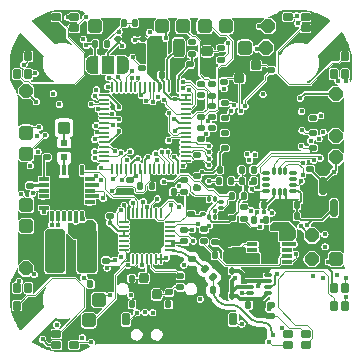
<source format=gbr>
%TF.GenerationSoftware,KiCad,Pcbnew,9.0.5*%
%TF.CreationDate,2025-10-07T19:58:37+02:00*%
%TF.ProjectId,Kolibri v0.6,4b6f6c69-6272-4692-9076-302e362e6b69,rev?*%
%TF.SameCoordinates,Original*%
%TF.FileFunction,Copper,L1,Top*%
%TF.FilePolarity,Positive*%
%FSLAX46Y46*%
G04 Gerber Fmt 4.6, Leading zero omitted, Abs format (unit mm)*
G04 Created by KiCad (PCBNEW 9.0.5) date 2025-10-07 19:58:37*
%MOMM*%
%LPD*%
G01*
G04 APERTURE LIST*
G04 Aperture macros list*
%AMRoundRect*
0 Rectangle with rounded corners*
0 $1 Rounding radius*
0 $2 $3 $4 $5 $6 $7 $8 $9 X,Y pos of 4 corners*
0 Add a 4 corners polygon primitive as box body*
4,1,4,$2,$3,$4,$5,$6,$7,$8,$9,$2,$3,0*
0 Add four circle primitives for the rounded corners*
1,1,$1+$1,$2,$3*
1,1,$1+$1,$4,$5*
1,1,$1+$1,$6,$7*
1,1,$1+$1,$8,$9*
0 Add four rect primitives between the rounded corners*
20,1,$1+$1,$2,$3,$4,$5,0*
20,1,$1+$1,$4,$5,$6,$7,0*
20,1,$1+$1,$6,$7,$8,$9,0*
20,1,$1+$1,$8,$9,$2,$3,0*%
%AMOutline5P*
0 Free polygon, 5 corners , with rotation*
0 The origin of the aperture is its center*
0 number of corners: always 5*
0 $1 to $10 corner X, Y*
0 $11 Rotation angle, in degrees counterclockwise*
0 create outline with 5 corners*
4,1,5,$1,$2,$3,$4,$5,$6,$7,$8,$9,$10,$1,$2,$11*%
%AMOutline6P*
0 Free polygon, 6 corners , with rotation*
0 The origin of the aperture is its center*
0 number of corners: always 6*
0 $1 to $12 corner X, Y*
0 $13 Rotation angle, in degrees counterclockwise*
0 create outline with 6 corners*
4,1,6,$1,$2,$3,$4,$5,$6,$7,$8,$9,$10,$11,$12,$1,$2,$13*%
%AMOutline7P*
0 Free polygon, 7 corners , with rotation*
0 The origin of the aperture is its center*
0 number of corners: always 7*
0 $1 to $14 corner X, Y*
0 $15 Rotation angle, in degrees counterclockwise*
0 create outline with 7 corners*
4,1,7,$1,$2,$3,$4,$5,$6,$7,$8,$9,$10,$11,$12,$13,$14,$1,$2,$15*%
%AMOutline8P*
0 Free polygon, 8 corners , with rotation*
0 The origin of the aperture is its center*
0 number of corners: always 8*
0 $1 to $16 corner X, Y*
0 $17 Rotation angle, in degrees counterclockwise*
0 create outline with 8 corners*
4,1,8,$1,$2,$3,$4,$5,$6,$7,$8,$9,$10,$11,$12,$13,$14,$15,$16,$1,$2,$17*%
%AMFreePoly0*
4,1,23,0.550000,-0.750000,0.000000,-0.750000,0.000000,-0.745722,-0.065263,-0.745722,-0.191342,-0.711940,-0.304381,-0.646677,-0.396677,-0.554381,-0.461940,-0.441342,-0.495722,-0.315263,-0.495722,-0.250000,-0.500000,-0.250000,-0.500000,0.250000,-0.495722,0.250000,-0.495722,0.315263,-0.461940,0.441342,-0.396677,0.554381,-0.304381,0.646677,-0.191342,0.711940,-0.065263,0.745722,0.000000,0.745722,
0.000000,0.750000,0.550000,0.750000,0.550000,-0.750000,0.550000,-0.750000,$1*%
%AMFreePoly1*
4,1,23,0.000000,0.745722,0.065263,0.745722,0.191342,0.711940,0.304381,0.646677,0.396677,0.554381,0.461940,0.441342,0.495722,0.315263,0.495722,0.250000,0.500000,0.250000,0.500000,-0.250000,0.495722,-0.250000,0.495722,-0.315263,0.461940,-0.441342,0.396677,-0.554381,0.304381,-0.646677,0.191342,-0.711940,0.065263,-0.745722,0.000000,-0.745722,0.000000,-0.750000,-0.550000,-0.750000,
-0.550000,0.750000,0.000000,0.750000,0.000000,0.745722,0.000000,0.745722,$1*%
G04 Aperture macros list end*
%TA.AperFunction,SMDPad,CuDef*%
%ADD10RoundRect,0.135000X-0.185000X0.135000X-0.185000X-0.135000X0.185000X-0.135000X0.185000X0.135000X0*%
%TD*%
%TA.AperFunction,SMDPad,CuDef*%
%ADD11RoundRect,0.300000X-0.300000X-0.300000X0.300000X-0.300000X0.300000X0.300000X-0.300000X0.300000X0*%
%TD*%
%TA.AperFunction,SMDPad,CuDef*%
%ADD12RoundRect,0.147500X0.172500X-0.147500X0.172500X0.147500X-0.172500X0.147500X-0.172500X-0.147500X0*%
%TD*%
%TA.AperFunction,SMDPad,CuDef*%
%ADD13RoundRect,0.097500X-0.302500X-0.227500X0.302500X-0.227500X0.302500X0.227500X-0.302500X0.227500X0*%
%TD*%
%TA.AperFunction,SMDPad,CuDef*%
%ADD14RoundRect,0.140000X-0.140000X-0.170000X0.140000X-0.170000X0.140000X0.170000X-0.140000X0.170000X0*%
%TD*%
%TA.AperFunction,SMDPad,CuDef*%
%ADD15Outline8P,-0.600000X0.240000X-0.240000X0.600000X0.240000X0.600000X0.600000X0.240000X0.600000X-0.240000X0.240000X-0.600000X-0.240000X-0.600000X-0.600000X-0.240000X90.000000*%
%TD*%
%TA.AperFunction,SMDPad,CuDef*%
%ADD16R,0.850000X0.300000*%
%TD*%
%TA.AperFunction,SMDPad,CuDef*%
%ADD17R,0.300000X0.850000*%
%TD*%
%TA.AperFunction,SMDPad,CuDef*%
%ADD18R,2.650000X2.650000*%
%TD*%
%TA.AperFunction,SMDPad,CuDef*%
%ADD19RoundRect,0.135000X-0.135000X-0.185000X0.135000X-0.185000X0.135000X0.185000X-0.135000X0.185000X0*%
%TD*%
%TA.AperFunction,SMDPad,CuDef*%
%ADD20R,1.200000X1.200000*%
%TD*%
%TA.AperFunction,SMDPad,CuDef*%
%ADD21RoundRect,0.140000X-0.170000X0.140000X-0.170000X-0.140000X0.170000X-0.140000X0.170000X0.140000X0*%
%TD*%
%TA.AperFunction,SMDPad,CuDef*%
%ADD22RoundRect,0.140000X0.140000X0.170000X-0.140000X0.170000X-0.140000X-0.170000X0.140000X-0.170000X0*%
%TD*%
%TA.AperFunction,SMDPad,CuDef*%
%ADD23RoundRect,0.250000X0.600000X1.600000X-0.600000X1.600000X-0.600000X-1.600000X0.600000X-1.600000X0*%
%TD*%
%TA.AperFunction,SMDPad,CuDef*%
%ADD24RoundRect,0.140000X0.170000X-0.140000X0.170000X0.140000X-0.170000X0.140000X-0.170000X-0.140000X0*%
%TD*%
%TA.AperFunction,SMDPad,CuDef*%
%ADD25Outline8P,-0.600000X0.240000X-0.240000X0.600000X0.240000X0.600000X0.600000X0.240000X0.600000X-0.240000X0.240000X-0.600000X-0.240000X-0.600000X-0.600000X-0.240000X0.000000*%
%TD*%
%TA.AperFunction,SMDPad,CuDef*%
%ADD26RoundRect,0.112500X-0.112500X0.187500X-0.112500X-0.187500X0.112500X-0.187500X0.112500X0.187500X0*%
%TD*%
%TA.AperFunction,SMDPad,CuDef*%
%ADD27R,0.900000X0.300000*%
%TD*%
%TA.AperFunction,SMDPad,CuDef*%
%ADD28R,1.400000X2.600000*%
%TD*%
%TA.AperFunction,SMDPad,CuDef*%
%ADD29RoundRect,0.097500X-0.227500X0.302500X-0.227500X-0.302500X0.227500X-0.302500X0.227500X0.302500X0*%
%TD*%
%TA.AperFunction,SMDPad,CuDef*%
%ADD30RoundRect,0.135000X0.135000X0.185000X-0.135000X0.185000X-0.135000X-0.185000X0.135000X-0.185000X0*%
%TD*%
%TA.AperFunction,SMDPad,CuDef*%
%ADD31RoundRect,0.135000X0.185000X-0.135000X0.185000X0.135000X-0.185000X0.135000X-0.185000X-0.135000X0*%
%TD*%
%TA.AperFunction,SMDPad,CuDef*%
%ADD32RoundRect,0.175000X-0.175000X-0.375000X0.175000X-0.375000X0.175000X0.375000X-0.175000X0.375000X0*%
%TD*%
%TA.AperFunction,SMDPad,CuDef*%
%ADD33RoundRect,0.150000X-0.150000X-0.450000X0.150000X-0.450000X0.150000X0.450000X-0.150000X0.450000X0*%
%TD*%
%TA.AperFunction,SMDPad,CuDef*%
%ADD34RoundRect,0.100000X0.400000X0.400000X-0.400000X0.400000X-0.400000X-0.400000X0.400000X-0.400000X0*%
%TD*%
%TA.AperFunction,SMDPad,CuDef*%
%ADD35RoundRect,0.105000X0.420000X0.995000X-0.420000X0.995000X-0.420000X-0.995000X0.420000X-0.995000X0*%
%TD*%
%TA.AperFunction,SMDPad,CuDef*%
%ADD36RoundRect,0.112500X-0.187500X-0.112500X0.187500X-0.112500X0.187500X0.112500X-0.187500X0.112500X0*%
%TD*%
%TA.AperFunction,SMDPad,CuDef*%
%ADD37RoundRect,0.097500X0.302500X0.227500X-0.302500X0.227500X-0.302500X-0.227500X0.302500X-0.227500X0*%
%TD*%
%TA.AperFunction,SMDPad,CuDef*%
%ADD38RoundRect,0.250000X-0.250000X-0.550000X0.250000X-0.550000X0.250000X0.550000X-0.250000X0.550000X0*%
%TD*%
%TA.AperFunction,SMDPad,CuDef*%
%ADD39RoundRect,0.147500X-0.226274X-0.017678X-0.017678X-0.226274X0.226274X0.017678X0.017678X0.226274X0*%
%TD*%
%TA.AperFunction,SMDPad,CuDef*%
%ADD40FreePoly0,180.000000*%
%TD*%
%TA.AperFunction,SMDPad,CuDef*%
%ADD41R,1.000000X1.500000*%
%TD*%
%TA.AperFunction,SMDPad,CuDef*%
%ADD42FreePoly1,180.000000*%
%TD*%
%TA.AperFunction,SMDPad,CuDef*%
%ADD43RoundRect,0.200000X-0.250000X-0.200000X0.250000X-0.200000X0.250000X0.200000X-0.250000X0.200000X0*%
%TD*%
%TA.AperFunction,SMDPad,CuDef*%
%ADD44RoundRect,0.087500X-0.225000X-0.087500X0.225000X-0.087500X0.225000X0.087500X-0.225000X0.087500X0*%
%TD*%
%TA.AperFunction,SMDPad,CuDef*%
%ADD45RoundRect,0.087500X-0.087500X-0.225000X0.087500X-0.225000X0.087500X0.225000X-0.087500X0.225000X0*%
%TD*%
%TA.AperFunction,SMDPad,CuDef*%
%ADD46RoundRect,0.050000X-0.285000X-0.100000X0.285000X-0.100000X0.285000X0.100000X-0.285000X0.100000X0*%
%TD*%
%TA.AperFunction,SMDPad,CuDef*%
%ADD47RoundRect,0.200000X0.200000X-0.250000X0.200000X0.250000X-0.200000X0.250000X-0.200000X-0.250000X0*%
%TD*%
%TA.AperFunction,SMDPad,CuDef*%
%ADD48RoundRect,0.087500X0.087500X-0.125000X0.087500X0.125000X-0.087500X0.125000X-0.087500X-0.125000X0*%
%TD*%
%TA.AperFunction,SMDPad,CuDef*%
%ADD49RoundRect,0.087500X0.125000X-0.087500X0.125000X0.087500X-0.125000X0.087500X-0.125000X-0.087500X0*%
%TD*%
%TA.AperFunction,SMDPad,CuDef*%
%ADD50RoundRect,0.050000X0.387500X-0.050000X0.387500X0.050000X-0.387500X0.050000X-0.387500X-0.050000X0*%
%TD*%
%TA.AperFunction,SMDPad,CuDef*%
%ADD51RoundRect,0.050000X-0.050000X-0.387500X0.050000X-0.387500X0.050000X0.387500X-0.050000X0.387500X0*%
%TD*%
%TA.AperFunction,SMDPad,CuDef*%
%ADD52R,3.400000X3.400000*%
%TD*%
%TA.AperFunction,SMDPad,CuDef*%
%ADD53RoundRect,0.125000X0.200000X0.125000X-0.200000X0.125000X-0.200000X-0.125000X0.200000X-0.125000X0*%
%TD*%
%TA.AperFunction,HeatsinkPad*%
%ADD54R,3.400000X4.300000*%
%TD*%
%TA.AperFunction,SMDPad,CuDef*%
%ADD55RoundRect,0.218750X0.256250X-0.218750X0.256250X0.218750X-0.256250X0.218750X-0.256250X-0.218750X0*%
%TD*%
%TA.AperFunction,SMDPad,CuDef*%
%ADD56RoundRect,0.147500X-0.172500X0.147500X-0.172500X-0.147500X0.172500X-0.147500X0.172500X0.147500X0*%
%TD*%
%TA.AperFunction,SMDPad,CuDef*%
%ADD57RoundRect,0.250000X0.475000X-0.250000X0.475000X0.250000X-0.475000X0.250000X-0.475000X-0.250000X0*%
%TD*%
%TA.AperFunction,SMDPad,CuDef*%
%ADD58RoundRect,0.150000X0.150000X-0.587500X0.150000X0.587500X-0.150000X0.587500X-0.150000X-0.587500X0*%
%TD*%
%TA.AperFunction,SMDPad,CuDef*%
%ADD59R,0.550000X0.550000*%
%TD*%
%TA.AperFunction,SMDPad,CuDef*%
%ADD60R,0.500000X0.300000*%
%TD*%
%TA.AperFunction,SMDPad,CuDef*%
%ADD61RoundRect,0.062500X0.350000X0.062500X-0.350000X0.062500X-0.350000X-0.062500X0.350000X-0.062500X0*%
%TD*%
%TA.AperFunction,SMDPad,CuDef*%
%ADD62RoundRect,0.062500X0.062500X0.350000X-0.062500X0.350000X-0.062500X-0.350000X0.062500X-0.350000X0*%
%TD*%
%TA.AperFunction,HeatsinkPad*%
%ADD63R,2.400000X2.400000*%
%TD*%
%TA.AperFunction,SMDPad,CuDef*%
%ADD64RoundRect,0.097500X0.227500X-0.302500X0.227500X0.302500X-0.227500X0.302500X-0.227500X-0.302500X0*%
%TD*%
%TA.AperFunction,ComponentPad*%
%ADD65O,1.200000X1.800000*%
%TD*%
%TA.AperFunction,ViaPad*%
%ADD66C,0.450000*%
%TD*%
%TA.AperFunction,Conductor*%
%ADD67C,0.110000*%
%TD*%
%TA.AperFunction,Conductor*%
%ADD68C,0.200000*%
%TD*%
%TA.AperFunction,Conductor*%
%ADD69C,0.090000*%
%TD*%
%TA.AperFunction,Conductor*%
%ADD70C,0.300000*%
%TD*%
%TA.AperFunction,Conductor*%
%ADD71C,0.150000*%
%TD*%
%TA.AperFunction,Conductor*%
%ADD72C,0.118000*%
%TD*%
%TA.AperFunction,Conductor*%
%ADD73C,0.154000*%
%TD*%
%TA.AperFunction,Conductor*%
%ADD74C,0.400000*%
%TD*%
G04 APERTURE END LIST*
D10*
%TO.P,R1,1*%
%TO.N,Net-(U1-USB_DP)*%
X105300000Y-102190000D03*
%TO.P,R1,2*%
%TO.N,/USB.D+*%
X105300000Y-103210000D03*
%TD*%
D11*
%TO.P,P16,1*%
%TO.N,/U0.TX*%
X92200000Y-111800000D03*
%TD*%
D12*
%TO.P,L4,1,1*%
%TO.N,Net-(C39-Pad2)*%
X99950000Y-108985000D03*
%TO.P,L4,2,2*%
%TO.N,Net-(U3-XTAL_P)*%
X99950000Y-108015000D03*
%TD*%
D13*
%TO.P,D9,1,DOUT*%
%TO.N,/Connectors/LED*%
X109050000Y-86125000D03*
%TO.P,D9,2,VDD*%
%TO.N,+5V*%
X110550000Y-86125000D03*
%TO.P,D9,3,GND*%
%TO.N,GND*%
X109050000Y-87075000D03*
%TO.P,D9,4,DIN*%
%TO.N,Net-(D8-DOUT)*%
X110550000Y-87075000D03*
%TD*%
D14*
%TO.P,C38,1*%
%TO.N,GND*%
X94870000Y-108250000D03*
%TO.P,C38,2*%
%TO.N,Net-(U3-XTAL_N)*%
X95830000Y-108250000D03*
%TD*%
D15*
%TO.P,P25,1*%
%TO.N,+5V*%
X86900000Y-92400000D03*
%TD*%
D16*
%TO.P,IC1,1,VR_PA*%
%TO.N,Net-(IC1-VR_PA)*%
X88400000Y-99800000D03*
%TO.P,IC1,2,VDD_IN*%
%TO.N,Net-(IC1-DCC_FB)*%
X88400000Y-100300000D03*
%TO.P,IC1,3,NRESET*%
%TO.N,/ELRS/RADIO_RST*%
X88400000Y-100800000D03*
%TO.P,IC1,4,XTA*%
%TO.N,Net-(IC1-XTA)*%
X88400000Y-101300000D03*
%TO.P,IC1,5,GND_1*%
%TO.N,GND*%
X88400000Y-101800000D03*
%TO.P,IC1,6,XTB*%
%TO.N,Net-(IC1-XTB)*%
X88400000Y-102300000D03*
D17*
%TO.P,IC1,7,BUSY*%
%TO.N,/ELRS/RADIO_BUSY*%
X89100000Y-103000000D03*
%TO.P,IC1,8,DIO1*%
%TO.N,/ELRS/RADIO_DIO1*%
X89600000Y-103000000D03*
%TO.P,IC1,9,DIO2*%
%TO.N,unconnected-(IC1-DIO2-Pad9)*%
X90100000Y-103000000D03*
%TO.P,IC1,10,DIO3*%
%TO.N,unconnected-(IC1-DIO3-Pad10)*%
X90600000Y-103000000D03*
%TO.P,IC1,11,VBAT_IO*%
%TO.N,+3V3*%
X91100000Y-103000000D03*
%TO.P,IC1,12,DCC_FB*%
%TO.N,Net-(IC1-DCC_FB)*%
X91600000Y-103000000D03*
D16*
%TO.P,IC1,13,GND_2*%
%TO.N,GND*%
X92300000Y-102300000D03*
%TO.P,IC1,14,DCC_SW*%
%TO.N,Net-(IC1-DCC_SW)*%
X92300000Y-101800000D03*
%TO.P,IC1,15,VBAT*%
%TO.N,+3V3*%
X92300000Y-101300000D03*
%TO.P,IC1,16,MISO_TX*%
%TO.N,/ELRS/RADIO_MISO*%
X92300000Y-100800000D03*
%TO.P,IC1,17,MOSI_RX*%
%TO.N,/ELRS/RADIO_MOSI*%
X92300000Y-100300000D03*
%TO.P,IC1,18,SCK_RTSN*%
%TO.N,/ELRS/RADIO_SCK*%
X92300000Y-99800000D03*
D17*
%TO.P,IC1,19,NSS_CTS*%
%TO.N,/ELRS/RADIO_NSS*%
X91600000Y-99100000D03*
%TO.P,IC1,20,GND_3*%
%TO.N,GND*%
X91100000Y-99100000D03*
%TO.P,IC1,21,GND_4*%
X90600000Y-99100000D03*
%TO.P,IC1,22,RFIO*%
%TO.N,/ELRS/ELRS_ANT_SX*%
X90100000Y-99100000D03*
%TO.P,IC1,23,GND_5*%
%TO.N,GND*%
X89600000Y-99100000D03*
%TO.P,IC1,24,GND_6*%
X89100000Y-99100000D03*
D18*
%TO.P,IC1,25,EP*%
X90350000Y-101050000D03*
%TD*%
D19*
%TO.P,R2,1*%
%TO.N,Net-(U1-USB_DM)*%
X106190000Y-103300000D03*
%TO.P,R2,2*%
%TO.N,/USB.D-*%
X107210000Y-103300000D03*
%TD*%
D11*
%TO.P,P10,1*%
%TO.N,/U2.TX*%
X103800000Y-86900000D03*
%TD*%
D20*
%TO.P,P24,1*%
%TO.N,GND*%
X113100000Y-94400000D03*
%TD*%
D21*
%TO.P,C81,1*%
%TO.N,+5V*%
X110950000Y-99020000D03*
%TO.P,C81,2*%
%TO.N,GND*%
X110950000Y-99980000D03*
%TD*%
D20*
%TO.P,P26,1*%
%TO.N,GND*%
X113100000Y-104600000D03*
%TD*%
D22*
%TO.P,C35,1*%
%TO.N,Net-(U3-CHIP_EN)*%
X99380000Y-100900000D03*
%TO.P,C35,2*%
%TO.N,GND*%
X98420000Y-100900000D03*
%TD*%
D23*
%TO.P,L8,1,1*%
%TO.N,Net-(IC6-SW_1)*%
X92050000Y-105950000D03*
%TO.P,L8,2,2*%
%TO.N,+10V*%
X89350000Y-105950000D03*
%TD*%
D22*
%TO.P,C22,1*%
%TO.N,+1V8*%
X109830000Y-103000000D03*
%TO.P,C22,2*%
%TO.N,GND*%
X108870000Y-103000000D03*
%TD*%
D24*
%TO.P,C30,1*%
%TO.N,/ADC/VBat_ADC*%
X96700000Y-90430000D03*
%TO.P,C30,2*%
%TO.N,GND*%
X96700000Y-89470000D03*
%TD*%
D14*
%TO.P,C87,1*%
%TO.N,+3V3*%
X107020000Y-102050000D03*
%TO.P,C87,2*%
%TO.N,GND*%
X107980000Y-102050000D03*
%TD*%
D25*
%TO.P,P30,1*%
%TO.N,+3V3*%
X111100000Y-106600000D03*
%TD*%
D26*
%TO.P,D13,1,K*%
%TO.N,+5V*%
X104300000Y-107600000D03*
%TO.P,D13,2,A*%
%TO.N,+5V_BUCK*%
X104300000Y-109700000D03*
%TD*%
D24*
%TO.P,C14,1*%
%TO.N,GND*%
X95650000Y-100880000D03*
%TO.P,C14,2*%
%TO.N,Net-(U1-XIN)*%
X95650000Y-99920000D03*
%TD*%
D27*
%TO.P,IC5,1,GND_1*%
%TO.N,GND*%
X106050000Y-104350000D03*
%TO.P,IC5,2,GND_2*%
X106050000Y-104850000D03*
%TO.P,IC5,3,EN*%
%TO.N,VCC*%
X106050000Y-105350000D03*
%TO.P,IC5,4,NC*%
%TO.N,unconnected-(IC5-NC-Pad4)*%
X106050000Y-105850000D03*
%TO.P,IC5,5,VIN_1*%
%TO.N,VCC*%
X106050000Y-106350000D03*
%TO.P,IC5,6,VIN_2*%
X106050000Y-106850000D03*
%TO.P,IC5,7,RT/SYNC*%
%TO.N,Net-(IC5-RT{slash}SYNC)*%
X108950000Y-106850000D03*
%TO.P,IC5,8,FB*%
%TO.N,Net-(IC5-FB)*%
X108950000Y-106350000D03*
%TO.P,IC5,9,PG*%
%TO.N,unconnected-(IC5-PG-Pad9)*%
X108950000Y-105850000D03*
%TO.P,IC5,10,BOOT*%
%TO.N,Net-(IC5-BOOT)*%
X108950000Y-105350000D03*
%TO.P,IC5,11,SW_1*%
%TO.N,Net-(IC5-SW_1)*%
X108950000Y-104850000D03*
%TO.P,IC5,12,SW_2*%
X108950000Y-104350000D03*
D28*
%TO.P,IC5,13,EPAD*%
%TO.N,GND*%
X107500000Y-105600000D03*
%TD*%
D29*
%TO.P,D8,1,DOUT*%
%TO.N,Net-(D8-DOUT)*%
X113875000Y-89450000D03*
%TO.P,D8,2,VDD*%
%TO.N,+5V*%
X113875000Y-90950000D03*
%TO.P,D8,3,GND*%
%TO.N,GND*%
X112925000Y-89450000D03*
%TO.P,D8,4,DIN*%
%TO.N,Net-(D7-DOUT)*%
X112925000Y-90950000D03*
%TD*%
D20*
%TO.P,P27,1*%
%TO.N,GND*%
X86900000Y-105600000D03*
%TD*%
D24*
%TO.P,C79,1*%
%TO.N,GND*%
X107650000Y-91580000D03*
%TO.P,C79,2*%
%TO.N,Net-(U5-CLKIN)*%
X107650000Y-90620000D03*
%TD*%
D22*
%TO.P,C21,1*%
%TO.N,+1V8*%
X109830000Y-102050000D03*
%TO.P,C21,2*%
%TO.N,GND*%
X108870000Y-102050000D03*
%TD*%
D30*
%TO.P,R4,1*%
%TO.N,Net-(C15-Pad2)*%
X97560000Y-100450000D03*
%TO.P,R4,2*%
%TO.N,Net-(U1-XOUT)*%
X96540000Y-100450000D03*
%TD*%
D11*
%TO.P,P19,1*%
%TO.N,/Spk.+*%
X98400000Y-86900000D03*
%TD*%
D21*
%TO.P,C31,1*%
%TO.N,+3V3*%
X107600000Y-110470000D03*
%TO.P,C31,2*%
%TO.N,GND*%
X107600000Y-111430000D03*
%TD*%
D22*
%TO.P,C32,1*%
%TO.N,/ELRS/WIFI_ANTENNA*%
X102730000Y-109250000D03*
%TO.P,C32,2*%
%TO.N,GND*%
X101770000Y-109250000D03*
%TD*%
D24*
%TO.P,C77,1*%
%TO.N,Net-(U5-VOUT)*%
X101700000Y-92730000D03*
%TO.P,C77,2*%
%TO.N,Net-(C77-Pad2)*%
X101700000Y-91770000D03*
%TD*%
D29*
%TO.P,D3,1,DOUT*%
%TO.N,Net-(D3-DOUT)*%
X87075000Y-89450000D03*
%TO.P,D3,2,VDD*%
%TO.N,+5V*%
X87075000Y-90950000D03*
%TO.P,D3,3,GND*%
%TO.N,GND*%
X86125000Y-89450000D03*
%TO.P,D3,4,DIN*%
%TO.N,Net-(D2-DOUT)*%
X86125000Y-90950000D03*
%TD*%
D31*
%TO.P,R24,1*%
%TO.N,/Video.In*%
X101700000Y-94610000D03*
%TO.P,R24,2*%
%TO.N,GND*%
X101700000Y-93590000D03*
%TD*%
D32*
%TO.P,SW1,1,1*%
%TO.N,Net-(R33-Pad2)*%
X95350000Y-111700000D03*
%TO.P,SW1,2,2*%
%TO.N,GND*%
X98850000Y-111700000D03*
D33*
%TO.P,SW1,3,MP*%
X99300000Y-113150000D03*
%TO.P,SW1,4,MP*%
X94900000Y-113150000D03*
%TD*%
D25*
%TO.P,P31,1*%
%TO.N,+5V*%
X86900000Y-107400000D03*
%TD*%
D20*
%TO.P,P40,1*%
%TO.N,GND*%
X106500000Y-113100000D03*
%TD*%
D24*
%TO.P,C80,1*%
%TO.N,Net-(U5-XFB)*%
X103650000Y-91580000D03*
%TO.P,C80,2*%
%TO.N,GND*%
X103650000Y-90620000D03*
%TD*%
D11*
%TO.P,P7,1*%
%TO.N,/U1.TX*%
X86900000Y-103800000D03*
%TD*%
D34*
%TO.P,J3,1,In*%
%TO.N,/ELRS/ELRS_ANT*%
X90100000Y-95500000D03*
D35*
%TO.P,J3,2,Ext*%
%TO.N,GND*%
X88625000Y-94000000D03*
D34*
X90100000Y-92500000D03*
D35*
X91575000Y-94000000D03*
%TD*%
D20*
%TO.P,P23,1*%
%TO.N,GND*%
X86900000Y-94200000D03*
%TD*%
D21*
%TO.P,C11,1*%
%TO.N,Net-(U1-VREG_AVDD)*%
X100750000Y-90120000D03*
%TO.P,C11,2*%
%TO.N,GND*%
X100750000Y-91080000D03*
%TD*%
D30*
%TO.P,R6,1*%
%TO.N,Net-(J1-CC2)*%
X95860000Y-110450000D03*
%TO.P,R6,2*%
%TO.N,GND*%
X94840000Y-110450000D03*
%TD*%
D31*
%TO.P,R25,1*%
%TO.N,Net-(C77-Pad2)*%
X102650000Y-92760000D03*
%TO.P,R25,2*%
%TO.N,/Video.Out*%
X102650000Y-91740000D03*
%TD*%
D36*
%TO.P,D12,1,K*%
%TO.N,/Spk.+*%
X94650000Y-88000000D03*
%TO.P,D12,2,A*%
%TO.N,/Spk.-*%
X96750000Y-88000000D03*
%TD*%
D37*
%TO.P,D5,1,DOUT*%
%TO.N,Net-(D5-DOUT)*%
X90950000Y-113875000D03*
%TO.P,D5,2,VDD*%
%TO.N,+5V*%
X89450000Y-113875000D03*
%TO.P,D5,3,GND*%
%TO.N,GND*%
X90950000Y-112925000D03*
%TO.P,D5,4,DIN*%
%TO.N,Net-(D4-DOUT)*%
X89450000Y-112925000D03*
%TD*%
D21*
%TO.P,C86,1*%
%TO.N,+3V3*%
X102650000Y-95470000D03*
%TO.P,C86,2*%
%TO.N,GND*%
X102650000Y-96430000D03*
%TD*%
D14*
%TO.P,C13,1*%
%TO.N,+3V3*%
X98370000Y-91050000D03*
%TO.P,C13,2*%
%TO.N,GND*%
X99330000Y-91050000D03*
%TD*%
D38*
%TO.P,L1,1,1*%
%TO.N,+1V1*%
X97800000Y-88700000D03*
%TO.P,L1,2,2*%
%TO.N,Net-(U1-VREG_LX)*%
X99800000Y-88700000D03*
%TD*%
D39*
%TO.P,L3,1,1*%
%TO.N,/ELRS/WIFI_ESP*%
X102007053Y-107457053D03*
%TO.P,L3,2,2*%
%TO.N,/ELRS/WIFI_ANTENNA*%
X102692947Y-108142947D03*
%TD*%
D40*
%TO.P,JP1,1,A*%
%TO.N,+10V*%
X95100000Y-90142500D03*
D41*
%TO.P,JP1,2,C*%
%TO.N,/Spk.+*%
X93800000Y-90142500D03*
D42*
%TO.P,JP1,3,B*%
%TO.N,VCC*%
X92500000Y-90142500D03*
%TD*%
D43*
%TO.P,Y4,1,1*%
%TO.N,Net-(U5-XFB)*%
X104950000Y-91300000D03*
%TO.P,Y4,2,2*%
%TO.N,GND*%
X106350000Y-91300000D03*
%TO.P,Y4,3,3*%
%TO.N,Net-(U5-CLKIN)*%
X106350000Y-90200000D03*
%TO.P,Y4,4,4*%
%TO.N,GND*%
X104950000Y-90200000D03*
%TD*%
D19*
%TO.P,R18,1*%
%TO.N,Net-(IC6-RT{slash}SYNC)*%
X92340000Y-108700000D03*
%TO.P,R18,2*%
%TO.N,GND*%
X93360000Y-108700000D03*
%TD*%
D24*
%TO.P,C23,1*%
%TO.N,+3V3*%
X100850000Y-102780000D03*
%TO.P,C23,2*%
%TO.N,GND*%
X100850000Y-101820000D03*
%TD*%
%TO.P,C67,1*%
%TO.N,VCC*%
X102900000Y-105180000D03*
%TO.P,C67,2*%
%TO.N,GND*%
X102900000Y-104220000D03*
%TD*%
D21*
%TO.P,C56,1*%
%TO.N,+3V3*%
X101400000Y-97770000D03*
%TO.P,C56,2*%
%TO.N,GND*%
X101400000Y-98730000D03*
%TD*%
%TO.P,C39,1*%
%TO.N,GND*%
X99000000Y-108470000D03*
%TO.P,C39,2*%
%TO.N,Net-(C39-Pad2)*%
X99000000Y-109430000D03*
%TD*%
D25*
%TO.P,P29,1*%
%TO.N,+5V*%
X107400000Y-86900000D03*
%TD*%
D11*
%TO.P,P9,1*%
%TO.N,/I2C0.SCL*%
X86900000Y-97700000D03*
%TD*%
%TO.P,P5,1*%
%TO.N,/Video.In*%
X102000000Y-86900000D03*
%TD*%
%TO.P,P6,1*%
%TO.N,/U1.RX*%
X86900000Y-102000000D03*
%TD*%
D25*
%TO.P,P34,1*%
%TO.N,+10V*%
X113100000Y-92600000D03*
%TD*%
D14*
%TO.P,C12,1*%
%TO.N,+1V1*%
X98370000Y-90100000D03*
%TO.P,C12,2*%
%TO.N,GND*%
X99330000Y-90100000D03*
%TD*%
D44*
%TO.P,U12,1,SDO*%
%TO.N,/SPI0.MISO*%
X107187500Y-99300000D03*
%TO.P,U12,2,NC*%
%TO.N,unconnected-(U12-NC-Pad2)*%
X107187500Y-99800000D03*
%TO.P,U12,3,NC*%
%TO.N,unconnected-(U12-NC-Pad3)*%
X107187500Y-100300000D03*
%TO.P,U12,4,INT1*%
%TO.N,/RP2350/Gyro_Int*%
X107187500Y-100800000D03*
D45*
%TO.P,U12,5,VDDIO*%
%TO.N,+3V3*%
X107850000Y-100962500D03*
%TO.P,U12,6,GND*%
%TO.N,GND*%
X108350000Y-100962500D03*
%TO.P,U12,7,RES*%
X108850000Y-100962500D03*
D44*
%TO.P,U12,8,VDD*%
%TO.N,+1V8*%
X109512500Y-100800000D03*
%TO.P,U12,9,INT2*%
%TO.N,/RP2350/Gyro_FSync*%
X109512500Y-100300000D03*
%TO.P,U12,10,NC*%
%TO.N,unconnected-(U12-NC-Pad10)*%
X109512500Y-99800000D03*
%TO.P,U12,11,NC*%
%TO.N,unconnected-(U12-NC-Pad11)*%
X109512500Y-99300000D03*
D45*
%TO.P,U12,12,CSB*%
%TO.N,/RP2350/Gyro_SS*%
X108850000Y-99137500D03*
%TO.P,U12,13,SCx*%
%TO.N,/SPI0.SCLK*%
X108350000Y-99137500D03*
%TO.P,U12,14,SDx*%
%TO.N,/SPI0.MOSI*%
X107850000Y-99137500D03*
%TD*%
D14*
%TO.P,C83,1*%
%TO.N,+5V*%
X105720000Y-110500000D03*
%TO.P,C83,2*%
%TO.N,GND*%
X106680000Y-110500000D03*
%TD*%
D46*
%TO.P,U4,1,GND*%
%TO.N,GND*%
X105860000Y-107987500D03*
%TO.P,U4,2,VOUT*%
%TO.N,+5V*%
X105860000Y-108487500D03*
%TO.P,U4,3,VIN1*%
%TO.N,+5V_BUCK*%
X105860000Y-108987500D03*
%TO.P,U4,4,PR1*%
%TO.N,Net-(U4-PR1)*%
X105860000Y-109487500D03*
%TO.P,U4,5,MODE*%
%TO.N,+5V_BUCK*%
X107340000Y-109487500D03*
%TO.P,U4,6,VIN2*%
%TO.N,+5V_USB*%
X107340000Y-108987500D03*
%TO.P,U4,7,VOUT*%
%TO.N,+5V*%
X107340000Y-108487500D03*
%TO.P,U4,8,ST*%
%TO.N,unconnected-(U4-ST-Pad8)*%
X107340000Y-107987500D03*
%TD*%
D47*
%TO.P,Y2,1,1*%
%TO.N,Net-(C39-Pad2)*%
X97950000Y-109600000D03*
%TO.P,Y2,2,2*%
%TO.N,GND*%
X97950000Y-108200000D03*
%TO.P,Y2,3,3*%
%TO.N,Net-(U3-XTAL_N)*%
X96850000Y-108200000D03*
%TO.P,Y2,4,4*%
%TO.N,GND*%
X96850000Y-109600000D03*
%TD*%
D11*
%TO.P,P38,1*%
%TO.N,/PWM.1*%
X113100000Y-106600000D03*
%TD*%
D24*
%TO.P,C70,1*%
%TO.N,VCC*%
X93650000Y-106730000D03*
%TO.P,C70,2*%
%TO.N,GND*%
X93650000Y-105770000D03*
%TD*%
D48*
%TO.P,U11,1,Vdd_IO*%
%TO.N,+3V3*%
X102350000Y-103062500D03*
%TO.P,U11,2,SCL*%
%TO.N,/I2C0.SCL*%
X102850000Y-103062500D03*
D49*
%TO.P,U11,3,GND*%
%TO.N,GND*%
X103362500Y-102800000D03*
%TO.P,U11,4,SDA*%
%TO.N,/I2C0.SDA*%
X103362500Y-102300000D03*
%TO.P,U11,5,SA0*%
%TO.N,+3V3*%
X103362500Y-101800000D03*
D48*
%TO.P,U11,6,~{CS}*%
X102850000Y-101537500D03*
%TO.P,U11,7,INT_DRDY*%
%TO.N,unconnected-(U11-INT_DRDY-Pad7)*%
X102350000Y-101537500D03*
D49*
%TO.P,U11,8,GND*%
%TO.N,GND*%
X101837500Y-101800000D03*
%TO.P,U11,9,GND*%
X101837500Y-102300000D03*
%TO.P,U11,10,VDD*%
%TO.N,+3V3*%
X101837500Y-102800000D03*
%TD*%
D50*
%TO.P,U1,1,IOVDD*%
%TO.N,+3V3*%
X93512500Y-92700000D03*
%TO.P,U1,2,GPIO0*%
%TO.N,/U0.TX*%
X93512500Y-93100000D03*
%TO.P,U1,3,GPIO1*%
%TO.N,/U0.RX*%
X93512500Y-93500000D03*
%TO.P,U1,4,GPIO2*%
%TO.N,/SPI0.SCLK*%
X93512500Y-93900000D03*
%TO.P,U1,5,GPIO3*%
%TO.N,/SPI0.MOSI*%
X93512500Y-94300000D03*
%TO.P,U1,6,DVDD*%
%TO.N,+1V1*%
X93512500Y-94700000D03*
%TO.P,U1,7,GPIO4*%
%TO.N,/SPI0.MISO*%
X93512500Y-95100000D03*
%TO.P,U1,8,GPIO5*%
%TO.N,/RP2350/Gyro_SS*%
X93512500Y-95500000D03*
%TO.P,U1,9,GPIO6*%
%TO.N,/RP2350/Gyro_Int*%
X93512500Y-95900000D03*
%TO.P,U1,10,GPIO7*%
%TO.N,/RP2350/Gyro_FSync*%
X93512500Y-96300000D03*
%TO.P,U1,11,IOVDD*%
%TO.N,+3V3*%
X93512500Y-96700000D03*
%TO.P,U1,12,GPIO8*%
%TO.N,/U1.TX*%
X93512500Y-97100000D03*
%TO.P,U1,13,GPIO9*%
%TO.N,/U1.RX*%
X93512500Y-97500000D03*
%TO.P,U1,14,GPIO10*%
%TO.N,/U2.TX*%
X93512500Y-97900000D03*
%TO.P,U1,15,GPIO11*%
%TO.N,/U2.RX*%
X93512500Y-98300000D03*
D51*
%TO.P,U1,16,GPIO12*%
%TO.N,/SPI1.MISO*%
X94150000Y-98937500D03*
%TO.P,U1,17,GPIO13*%
%TO.N,/RP2350/OSD_SS*%
X94550000Y-98937500D03*
%TO.P,U1,18,GPIO14*%
%TO.N,/SPI1.SCLK*%
X94950000Y-98937500D03*
%TO.P,U1,19,GPIO15*%
%TO.N,/SPI1.MOSI*%
X95350000Y-98937500D03*
%TO.P,U1,20,IOVDD*%
%TO.N,+3V3*%
X95750000Y-98937500D03*
%TO.P,U1,21,XIN*%
%TO.N,Net-(U1-XIN)*%
X96150000Y-98937500D03*
%TO.P,U1,22,XOUT*%
%TO.N,Net-(U1-XOUT)*%
X96550000Y-98937500D03*
%TO.P,U1,23,DVDD*%
%TO.N,+1V1*%
X96950000Y-98937500D03*
%TO.P,U1,24,SWCLK*%
%TO.N,/SWCLK*%
X97350000Y-98937500D03*
%TO.P,U1,25,SWDIO*%
%TO.N,/SWDIO*%
X97750000Y-98937500D03*
%TO.P,U1,26,RUN*%
%TO.N,unconnected-(U1-RUN-Pad26)*%
X98150000Y-98937500D03*
%TO.P,U1,27,GPIO16*%
%TO.N,/SPI_Flash.SCLK*%
X98550000Y-98937500D03*
%TO.P,U1,28,GPIO17*%
%TO.N,/SPI_Flash.IO0*%
X98950000Y-98937500D03*
%TO.P,U1,29,GPIO18*%
%TO.N,/SPI_Flash.IO1*%
X99350000Y-98937500D03*
%TO.P,U1,30,IOVDD*%
%TO.N,+3V3*%
X99750000Y-98937500D03*
D50*
%TO.P,U1,31,GPIO19*%
%TO.N,/RP2350/Flash_SS*%
X100387500Y-98300000D03*
%TO.P,U1,32,GPIO20*%
%TO.N,/Motor.4*%
X100387500Y-97900000D03*
%TO.P,U1,33,GPIO21*%
%TO.N,/Motor.3*%
X100387500Y-97500000D03*
%TO.P,U1,34,GPIO22*%
%TO.N,/Motor.2*%
X100387500Y-97100000D03*
%TO.P,U1,35,GPIO23*%
%TO.N,/Motor.1*%
X100387500Y-96700000D03*
%TO.P,U1,36,GPIO24*%
%TO.N,/I2C0.SDA*%
X100387500Y-96300000D03*
%TO.P,U1,37,GPIO25*%
%TO.N,/I2C0.SCL*%
X100387500Y-95900000D03*
%TO.P,U1,38,IOVDD*%
%TO.N,+3V3*%
X100387500Y-95500000D03*
%TO.P,U1,39,DVDD*%
%TO.N,+1V1*%
X100387500Y-95100000D03*
%TO.P,U1,40,GPIO26_ADC0*%
%TO.N,/RP2350/Speaker*%
X100387500Y-94700000D03*
%TO.P,U1,41,GPIO27_ADC1*%
%TO.N,/RP2350/LED*%
X100387500Y-94300000D03*
%TO.P,U1,42,GPIO28_ADC2*%
%TO.N,/Power/DCDC_EN*%
X100387500Y-93900000D03*
%TO.P,U1,43,GPIO29_ADC3*%
%TO.N,/ADC/VBat_ADC*%
X100387500Y-93500000D03*
%TO.P,U1,44,ADC_AVDD*%
%TO.N,+3V3*%
X100387500Y-93100000D03*
%TO.P,U1,45,IOVDD*%
X100387500Y-92700000D03*
D51*
%TO.P,U1,46,VREG_AVDD*%
%TO.N,Net-(U1-VREG_AVDD)*%
X99750000Y-92062500D03*
%TO.P,U1,47,VREG_PGND*%
%TO.N,GND*%
X99350000Y-92062500D03*
%TO.P,U1,48,VREG_LX*%
%TO.N,Net-(U1-VREG_LX)*%
X98950000Y-92062500D03*
%TO.P,U1,49,VREG_VIN*%
%TO.N,+3V3*%
X98550000Y-92062500D03*
%TO.P,U1,50,VREG_FB*%
%TO.N,+1V1*%
X98150000Y-92062500D03*
%TO.P,U1,51,USB_DM*%
%TO.N,Net-(U1-USB_DM)*%
X97750000Y-92062500D03*
%TO.P,U1,52,USB_DP*%
%TO.N,Net-(U1-USB_DP)*%
X97350000Y-92062500D03*
%TO.P,U1,53,USB_OTP_VDD*%
%TO.N,+3V3*%
X96950000Y-92062500D03*
%TO.P,U1,54,QSPI_IOVDD*%
X96550000Y-92062500D03*
%TO.P,U1,55,QSPI_SD3*%
%TO.N,Net-(U1-QSPI_SD3)*%
X96150000Y-92062500D03*
%TO.P,U1,56,QSPI_SCLK*%
%TO.N,Net-(U1-QSPI_SCLK)*%
X95750000Y-92062500D03*
%TO.P,U1,57,QSPI_SD0*%
%TO.N,Net-(U1-QSPI_SD0)*%
X95350000Y-92062500D03*
%TO.P,U1,58,QSPI_SD2*%
%TO.N,Net-(U1-QSPI_SD2)*%
X94950000Y-92062500D03*
%TO.P,U1,59,QSPI_SD1*%
%TO.N,Net-(U1-QSPI_SD1)*%
X94550000Y-92062500D03*
%TO.P,U1,60,QSPI_SS*%
%TO.N,Net-(U1-QSPI_SS)*%
X94150000Y-92062500D03*
D52*
%TO.P,U1,61,GND*%
%TO.N,GND*%
X96950000Y-95500000D03*
%TD*%
D30*
%TO.P,R27,1*%
%TO.N,Net-(U8-+)*%
X95210000Y-86650000D03*
%TO.P,R27,2*%
%TO.N,GND*%
X94190000Y-86650000D03*
%TD*%
D32*
%TO.P,SW2,1,1*%
%TO.N,GND*%
X100950000Y-111700000D03*
%TO.P,SW2,2,2*%
%TO.N,/ELRS/ELRS_BUTTON*%
X104450000Y-111700000D03*
D33*
%TO.P,SW2,3,MP*%
%TO.N,GND*%
X104900000Y-113150000D03*
%TO.P,SW2,4,MP*%
X100500000Y-113150000D03*
%TD*%
D19*
%TO.P,R41,1*%
%TO.N,+3V3*%
X105140000Y-99050000D03*
%TO.P,R41,2*%
%TO.N,/RP2350/Flash_SS*%
X106160000Y-99050000D03*
%TD*%
D20*
%TO.P,P22,1*%
%TO.N,GND*%
X105600000Y-86900000D03*
%TD*%
D24*
%TO.P,C43,1*%
%TO.N,Net-(IC1-VR_PA)*%
X88650000Y-97980000D03*
%TO.P,C43,2*%
%TO.N,GND*%
X88650000Y-97020000D03*
%TD*%
D29*
%TO.P,D7,1,DOUT*%
%TO.N,Net-(D7-DOUT)*%
X113875000Y-109050000D03*
%TO.P,D7,2,VDD*%
%TO.N,+5V*%
X113875000Y-110550000D03*
%TO.P,D7,3,GND*%
%TO.N,GND*%
X112925000Y-109050000D03*
%TO.P,D7,4,DIN*%
%TO.N,Net-(D6-DOUT)*%
X112925000Y-110550000D03*
%TD*%
D31*
%TO.P,R22,1*%
%TO.N,Net-(U5-VSYNC)*%
X101400000Y-100610000D03*
%TO.P,R22,2*%
%TO.N,+3V3*%
X101400000Y-99590000D03*
%TD*%
D19*
%TO.P,R26,1*%
%TO.N,VCC*%
X92740000Y-88400000D03*
%TO.P,R26,2*%
%TO.N,Net-(U8-+)*%
X93760000Y-88400000D03*
%TD*%
D10*
%TO.P,R9,1*%
%TO.N,+3V3*%
X100300000Y-99890000D03*
%TO.P,R9,2*%
%TO.N,Net-(U3-CHIP_EN)*%
X100300000Y-100910000D03*
%TD*%
D14*
%TO.P,C46,1*%
%TO.N,+3V3*%
X103270000Y-99050000D03*
%TO.P,C46,2*%
%TO.N,GND*%
X104230000Y-99050000D03*
%TD*%
D30*
%TO.P,R23,1*%
%TO.N,Net-(U5-LOS)*%
X106160000Y-100000000D03*
%TO.P,R23,2*%
%TO.N,+3V3*%
X105140000Y-100000000D03*
%TD*%
D53*
%TO.P,U6,1,~{CS}*%
%TO.N,/RP2350/Flash_SS*%
X111200000Y-97205000D03*
%TO.P,U6,2,SO/IO1*%
%TO.N,/SPI_Flash.IO1*%
X111200000Y-95935000D03*
%TO.P,U6,3,~{WP}/IO2*%
%TO.N,unconnected-(U6-~{WP}{slash}IO2-Pad3)*%
X111200000Y-94665000D03*
%TO.P,U6,4,VSS*%
%TO.N,GND*%
X111200000Y-93395000D03*
%TO.P,U6,5,SI/IO0*%
%TO.N,/SPI_Flash.IO0*%
X103700000Y-93395000D03*
%TO.P,U6,6,SCLK*%
%TO.N,/SPI_Flash.SCLK*%
X103700000Y-94665000D03*
%TO.P,U6,7,~{HOLD}/~{RESET}/IO3*%
%TO.N,unconnected-(U6-~{HOLD}{slash}~{RESET}{slash}IO3-Pad7)*%
X103700000Y-95935000D03*
%TO.P,U6,8,VCC*%
%TO.N,+3V3*%
X103700000Y-97205000D03*
D54*
%TO.P,U6,9,PAD*%
%TO.N,GND*%
X107450000Y-95300000D03*
%TD*%
D55*
%TO.P,D16,1,K*%
%TO.N,GND*%
X102200000Y-90587500D03*
%TO.P,D16,2,A*%
%TO.N,Net-(D16-A)*%
X102200000Y-89012500D03*
%TD*%
D25*
%TO.P,P33,1*%
%TO.N,VCC*%
X113100000Y-96200000D03*
%TD*%
D11*
%TO.P,P8,1*%
%TO.N,/I2C0.SDA*%
X86900000Y-95900000D03*
%TD*%
D10*
%TO.P,R3,1*%
%TO.N,+3V3*%
X100950000Y-88240000D03*
%TO.P,R3,2*%
%TO.N,Net-(U1-VREG_AVDD)*%
X100950000Y-89260000D03*
%TD*%
D56*
%TO.P,L2,1,1*%
%TO.N,+3V3*%
X100300000Y-104115000D03*
%TO.P,L2,2,2*%
%TO.N,Net-(C33-Pad1)*%
X100300000Y-105085000D03*
%TD*%
D21*
%TO.P,C78,1*%
%TO.N,Net-(C77-Pad2)*%
X102650000Y-93620000D03*
%TO.P,C78,2*%
%TO.N,Net-(U5-SAG)*%
X102650000Y-94580000D03*
%TD*%
D57*
%TO.P,C68,1*%
%TO.N,VCC*%
X104350000Y-106300000D03*
%TO.P,C68,2*%
%TO.N,GND*%
X104350000Y-104400000D03*
%TD*%
D11*
%TO.P,P18,1*%
%TO.N,/Video.Out*%
X100200000Y-86900000D03*
%TD*%
D10*
%TO.P,R15,1*%
%TO.N,+5V_BUCK*%
X101950000Y-104090000D03*
%TO.P,R15,2*%
%TO.N,Net-(IC5-FB)*%
X101950000Y-105110000D03*
%TD*%
D19*
%TO.P,R21,1*%
%TO.N,Net-(U5-HSYNC)*%
X103240000Y-100000000D03*
%TO.P,R21,2*%
%TO.N,+3V3*%
X104260000Y-100000000D03*
%TD*%
D31*
%TO.P,R30,1*%
%TO.N,+5V*%
X103400000Y-89760000D03*
%TO.P,R30,2*%
%TO.N,Net-(D16-A)*%
X103400000Y-88740000D03*
%TD*%
D37*
%TO.P,D6,1,DOUT*%
%TO.N,Net-(D6-DOUT)*%
X110550000Y-113875000D03*
%TO.P,D6,2,VDD*%
%TO.N,+5V*%
X109050000Y-113875000D03*
%TO.P,D6,3,GND*%
%TO.N,GND*%
X110550000Y-112925000D03*
%TO.P,D6,4,DIN*%
%TO.N,Net-(D5-DOUT)*%
X109050000Y-112925000D03*
%TD*%
D11*
%TO.P,P17,1*%
%TO.N,/U0.RX*%
X93100000Y-110050000D03*
%TD*%
D24*
%TO.P,C76,1*%
%TO.N,Net-(U5-VIN)*%
X101700000Y-96430000D03*
%TO.P,C76,2*%
%TO.N,/Video.In*%
X101700000Y-95470000D03*
%TD*%
D30*
%TO.P,R16,1*%
%TO.N,Net-(IC5-FB)*%
X102910000Y-106300000D03*
%TO.P,R16,2*%
%TO.N,GND*%
X101890000Y-106300000D03*
%TD*%
D24*
%TO.P,C28,1*%
%TO.N,+3V3*%
X94000000Y-102980000D03*
%TO.P,C28,2*%
%TO.N,GND*%
X94000000Y-102020000D03*
%TD*%
D58*
%TO.P,U2,1,GND*%
%TO.N,GND*%
X111050000Y-102287500D03*
%TO.P,U2,2,VO*%
%TO.N,+1V8*%
X112950000Y-102287500D03*
%TO.P,U2,3,VI*%
%TO.N,+5V*%
X112000000Y-100412500D03*
%TD*%
D21*
%TO.P,C42,1*%
%TO.N,GND*%
X87200000Y-99420000D03*
%TO.P,C42,2*%
%TO.N,Net-(IC1-DCC_FB)*%
X87200000Y-100380000D03*
%TD*%
D13*
%TO.P,D2,1,DOUT*%
%TO.N,Net-(D2-DOUT)*%
X89450000Y-86125000D03*
%TO.P,D2,2,VDD*%
%TO.N,+5V*%
X90950000Y-86125000D03*
%TO.P,D2,3,GND*%
%TO.N,GND*%
X89450000Y-87075000D03*
%TO.P,D2,4,DIN*%
%TO.N,Net-(D1-DOUT)*%
X90950000Y-87075000D03*
%TD*%
D59*
%TO.P,FL1,1,IN*%
%TO.N,/ELRS/ELRS_ANT_SX*%
X90100000Y-98000000D03*
D60*
%TO.P,FL1,2,GND_1*%
%TO.N,GND*%
X90450000Y-97400000D03*
D59*
%TO.P,FL1,3,OUT*%
%TO.N,/ELRS/ELRS_ANT*%
X90100000Y-96800000D03*
D60*
%TO.P,FL1,4,GND_2*%
%TO.N,GND*%
X89750000Y-97400000D03*
%TD*%
D61*
%TO.P,U3,1,LNA_IN*%
%TO.N,/ELRS/WIFI_ESP*%
X99037500Y-105862500D03*
%TO.P,U3,2,VDD3P3*%
%TO.N,Net-(C33-Pad1)*%
X99037500Y-105462500D03*
%TO.P,U3,3,VDD3P3*%
X99037500Y-105062500D03*
%TO.P,U3,4,XTAL_32K_P*%
%TO.N,/ELRS/GPIO0*%
X99037500Y-104662500D03*
%TO.P,U3,5,XTAL_32K_N*%
%TO.N,/ELRS/RADIO_DIO1*%
X99037500Y-104262500D03*
%TO.P,U3,6,GPIO2*%
%TO.N,/ELRS/RADIO_RST*%
X99037500Y-103862500D03*
%TO.P,U3,7,CHIP_EN*%
%TO.N,Net-(U3-CHIP_EN)*%
X99037500Y-103462500D03*
D62*
%TO.P,U3,8,GPIO3*%
%TO.N,/ELRS/RADIO_BUSY*%
X98300000Y-102725000D03*
%TO.P,U3,9,MTMS*%
%TO.N,/ELRS/RADIO_MOSI*%
X97900000Y-102725000D03*
%TO.P,U3,10,MTDI*%
%TO.N,/ELRS/RADIO_MISO*%
X97500000Y-102725000D03*
%TO.P,U3,11,VDD3P3_RTC*%
%TO.N,+3V3*%
X97100000Y-102725000D03*
%TO.P,U3,12,MTCK*%
%TO.N,/ELRS/RADIO_SCK*%
X96700000Y-102725000D03*
%TO.P,U3,13,MTDO*%
%TO.N,/ELRS/RADIO_NSS*%
X96300000Y-102725000D03*
%TO.P,U3,14,GPIO8*%
%TO.N,/ELRS/ELRS_LED_RGB*%
X95900000Y-102725000D03*
D61*
%TO.P,U3,15,GPIO9*%
%TO.N,/ELRS/ELRS_BUTTON*%
X95162500Y-103462500D03*
%TO.P,U3,16,GPIO10*%
%TO.N,/PWM.1*%
X95162500Y-103862500D03*
%TO.P,U3,17,VDD3P3_CPU*%
%TO.N,+3V3*%
X95162500Y-104262500D03*
%TO.P,U3,18,VDD_SPI*%
X95162500Y-104662500D03*
%TO.P,U3,19,NC*%
%TO.N,unconnected-(U3-NC-Pad19)*%
X95162500Y-105062500D03*
%TO.P,U3,20,NC*%
%TO.N,unconnected-(U3-NC-Pad20)*%
X95162500Y-105462500D03*
%TO.P,U3,21,GPIO18*%
%TO.N,/PWM.2*%
X95162500Y-105862500D03*
D62*
%TO.P,U3,22,GPIO19*%
%TO.N,/ELRS/GPIO19*%
X95900000Y-106600000D03*
%TO.P,U3,23,U0RXD*%
%TO.N,/U0.TX*%
X96300000Y-106600000D03*
%TO.P,U3,24,U0TXD*%
%TO.N,/U0.RX*%
X96700000Y-106600000D03*
%TO.P,U3,25,XTAL_N*%
%TO.N,Net-(U3-XTAL_N)*%
X97100000Y-106600000D03*
%TO.P,U3,26,XTAL_P*%
%TO.N,Net-(U3-XTAL_P)*%
X97500000Y-106600000D03*
%TO.P,U3,27,VDDA*%
%TO.N,+3V3*%
X97900000Y-106600000D03*
%TO.P,U3,28,VDDA*%
X98300000Y-106600000D03*
D63*
%TO.P,U3,29,GND*%
%TO.N,GND*%
X97100000Y-104662500D03*
%TD*%
D22*
%TO.P,C73,1*%
%TO.N,GND*%
X97030000Y-86650000D03*
%TO.P,C73,2*%
%TO.N,Net-(U8-+)*%
X96070000Y-86650000D03*
%TD*%
D11*
%TO.P,P20,1*%
%TO.N,/Spk.-*%
X92700000Y-86900000D03*
%TD*%
D64*
%TO.P,D4,1,DOUT*%
%TO.N,Net-(D4-DOUT)*%
X86125000Y-110550000D03*
%TO.P,D4,2,VDD*%
%TO.N,+5V*%
X86125000Y-109050000D03*
%TO.P,D4,3,GND*%
%TO.N,GND*%
X87075000Y-110550000D03*
%TO.P,D4,4,DIN*%
%TO.N,Net-(D3-DOUT)*%
X87075000Y-109050000D03*
%TD*%
D30*
%TO.P,R7,1*%
%TO.N,+3V3*%
X105310000Y-101250000D03*
%TO.P,R7,2*%
%TO.N,/I2C0.SDA*%
X104290000Y-101250000D03*
%TD*%
D25*
%TO.P,P39,1*%
%TO.N,+5V*%
X113100000Y-98000000D03*
%TD*%
%TO.P,P28,1*%
%TO.N,+10V*%
X107200000Y-88700000D03*
%TD*%
D21*
%TO.P,C37,1*%
%TO.N,/ELRS/WIFI_ESP*%
X100900000Y-106570000D03*
%TO.P,C37,2*%
%TO.N,GND*%
X100900000Y-107530000D03*
%TD*%
D11*
%TO.P,P11,1*%
%TO.N,/U2.RX*%
X105400000Y-88700000D03*
%TD*%
D19*
%TO.P,R5,1*%
%TO.N,Net-(J1-CC1)*%
X98940000Y-110450000D03*
%TO.P,R5,2*%
%TO.N,GND*%
X99960000Y-110450000D03*
%TD*%
D24*
%TO.P,C24,1*%
%TO.N,+3V3*%
X104350000Y-103130000D03*
%TO.P,C24,2*%
%TO.N,GND*%
X104350000Y-102170000D03*
%TD*%
D25*
%TO.P,P32,1*%
%TO.N,+5V*%
X111100000Y-104600000D03*
%TD*%
D65*
%TO.P,J1,S1,SHIELD*%
%TO.N,GND*%
X102270000Y-112797500D03*
X93630000Y-112797500D03*
%TD*%
D66*
%TO.N,/SPI0.MOSI*%
X111250000Y-98250000D03*
%TO.N,GND*%
X109250000Y-102500000D03*
%TO.N,+3V3*%
X107050000Y-102580000D03*
%TO.N,GND*%
X103200000Y-112000000D03*
X112900000Y-105050000D03*
X106050000Y-113200000D03*
X95750000Y-96800000D03*
X104135001Y-105356681D03*
X108500000Y-102650000D03*
X97700000Y-95400000D03*
X91849286Y-93011156D03*
X101267108Y-98546000D03*
X104550000Y-95850000D03*
X93834998Y-105072000D03*
X113500000Y-88250000D03*
X96750000Y-94250000D03*
X86450000Y-88750000D03*
X92850000Y-102450000D03*
X93350000Y-87750000D03*
X108550000Y-87300000D03*
X106700000Y-111230000D03*
X91100000Y-112200000D03*
X111249000Y-101600000D03*
X96650000Y-95250000D03*
X96100000Y-94100000D03*
X90885000Y-106972740D03*
X97476514Y-97050000D03*
X91080000Y-96510705D03*
X95747880Y-100893008D03*
X104350000Y-92650000D03*
X104900000Y-87000000D03*
X101700000Y-93600000D03*
X100635000Y-91100000D03*
X112500000Y-93500000D03*
X110200000Y-87850000D03*
X87850000Y-105350000D03*
X100113102Y-90169999D03*
X103350000Y-108650000D03*
X102900000Y-107000000D03*
X88650000Y-94000000D03*
X90515000Y-106550000D03*
X89169546Y-96605667D03*
X90515000Y-107373324D03*
X90550000Y-100900000D03*
X102379581Y-106702796D03*
X89248729Y-98280001D03*
X89730884Y-92959999D03*
X96700000Y-109050000D03*
X101330000Y-102300000D03*
X102250000Y-90250000D03*
X90850000Y-99500000D03*
X99711630Y-90561630D03*
X103082581Y-104444159D03*
X103393370Y-107306630D03*
X91080000Y-97035000D03*
X104450000Y-94650000D03*
X106835000Y-104850000D03*
X92950000Y-108650000D03*
X108100000Y-93500000D03*
X102300000Y-88050000D03*
X86550000Y-111650000D03*
X99350000Y-91070000D03*
X94850000Y-96750000D03*
X89150000Y-97150000D03*
X101112059Y-107970318D03*
X89100000Y-99100000D03*
X88550000Y-86800000D03*
X94339196Y-107539197D03*
X105350000Y-90200000D03*
X96500000Y-96000000D03*
X109850000Y-107150000D03*
X96750000Y-87100000D03*
X107650000Y-91550000D03*
X112700000Y-97100000D03*
X89850000Y-100350000D03*
X101500000Y-108550000D03*
X87800000Y-99350000D03*
X104050000Y-97900000D03*
X97956281Y-99885000D03*
X96478391Y-103729000D03*
%TO.N,+1V1*%
X97700000Y-90050000D03*
X99391787Y-94780000D03*
X97200000Y-97980000D03*
X94720000Y-94750000D03*
X98150000Y-89750000D03*
%TO.N,+3V3*%
X100950000Y-104115000D03*
X97100000Y-102200000D03*
X110650000Y-106600000D03*
X102450000Y-95500000D03*
X91653548Y-113250706D03*
X100975000Y-102830000D03*
X107451466Y-110835000D03*
X98750000Y-106500000D03*
X100950000Y-88250000D03*
X99500000Y-93050000D03*
X94720000Y-93750000D03*
X93975053Y-103533281D03*
X111179120Y-108020000D03*
X99480000Y-95750000D03*
X96650000Y-92720000D03*
X101796219Y-99266037D03*
X106950000Y-92650000D03*
X101400000Y-97770000D03*
X91082828Y-103367342D03*
X91750000Y-88000000D03*
X92900000Y-101240000D03*
X94720000Y-95750000D03*
X99450000Y-97980000D03*
X104350000Y-103130000D03*
X96350000Y-98100000D03*
%TO.N,Net-(U1-XIN)*%
X96200000Y-99600000D03*
%TO.N,Net-(C15-Pad2)*%
X97560000Y-100450000D03*
%TO.N,+4V5*%
X98016535Y-92918630D03*
X101650000Y-110000000D03*
X95421548Y-98185438D03*
%TO.N,+5V*%
X110125000Y-103846353D03*
X87750000Y-93265000D03*
X87850000Y-96150000D03*
X88285000Y-113400000D03*
X105720000Y-110500000D03*
X112950000Y-99200000D03*
X90435000Y-86150000D03*
X103980000Y-88311630D03*
X114000000Y-91550000D03*
X109885000Y-86632264D03*
X114015000Y-109813705D03*
X87570736Y-107898143D03*
X87650000Y-90850000D03*
X106508639Y-108853320D03*
X105221925Y-108515000D03*
X107415002Y-113600000D03*
X106635000Y-86900000D03*
X86300000Y-108500000D03*
%TO.N,/ELRS/WIFI_ANTENNA*%
X107800000Y-113000000D03*
%TO.N,Net-(IC1-DCC_FB)*%
X88440000Y-100300000D03*
X91700000Y-103220000D03*
%TO.N,Net-(IC5-BOOT)*%
X109600000Y-105330000D03*
%TO.N,Net-(IC5-SW_1)*%
X109050000Y-104300000D03*
X108400000Y-103850000D03*
X109000000Y-103800000D03*
X107850000Y-103900000D03*
%TO.N,+5V_BUCK*%
X102382658Y-103782828D03*
X104566434Y-108188629D03*
%TO.N,VCC*%
X106465000Y-106600000D03*
X110212500Y-94106105D03*
X94950000Y-106400000D03*
X94393117Y-106683594D03*
X92002181Y-88520630D03*
X113100000Y-96150000D03*
%TO.N,Net-(IC6-SW_1)*%
X92288370Y-103561630D03*
X91000000Y-104050000D03*
X91650000Y-104000000D03*
%TO.N,+10V*%
X110100000Y-92980000D03*
X103661834Y-92175000D03*
X89000000Y-106300000D03*
X89200000Y-106850000D03*
X106400000Y-88800000D03*
X94977261Y-89977261D03*
%TO.N,Net-(U5-VIN)*%
X102139999Y-95983949D03*
%TO.N,Net-(U5-VOUT)*%
X101700000Y-92750000D03*
%TO.N,Net-(U5-SAG)*%
X102308030Y-94905796D03*
%TO.N,Net-(U5-CLKIN)*%
X105434998Y-93650000D03*
%TO.N,Net-(U5-XFB)*%
X105062933Y-94085001D03*
%TO.N,/RP2350/LED*%
X98600000Y-93100000D03*
%TO.N,Net-(D1-DOUT)*%
X91940000Y-86150000D03*
%TO.N,Net-(D3-DOUT)*%
X86700000Y-90150000D03*
X87050000Y-109300000D03*
%TO.N,Net-(D5-DOUT)*%
X92400000Y-113650000D03*
X108550000Y-112400000D03*
%TO.N,Net-(D7-DOUT)*%
X113300000Y-91500000D03*
X114015000Y-108186921D03*
%TO.N,/Connectors/LED*%
X109800000Y-86000000D03*
%TO.N,/Spk.+*%
X98700000Y-87900000D03*
X95050000Y-88540000D03*
%TO.N,/Spk.-*%
X96100000Y-88050000D03*
X92700000Y-86900000D03*
%TO.N,/ELRS/RADIO_RST*%
X87450000Y-101050000D03*
X101449168Y-103630772D03*
%TO.N,/ELRS/RADIO_BUSY*%
X89050000Y-103700000D03*
X99856845Y-102186999D03*
%TO.N,/ELRS/RADIO_DIO1*%
X101063344Y-105072089D03*
X89600000Y-103750000D03*
%TO.N,/ELRS/RADIO_MISO*%
X93407058Y-101475135D03*
X98002022Y-101515000D03*
%TO.N,/ELRS/RADIO_MOSI*%
X99176000Y-102065000D03*
X92900000Y-100375000D03*
%TO.N,Net-(IC1-DCC_SW)*%
X92250000Y-101800000D03*
%TO.N,Net-(IC1-XTA)*%
X88300000Y-101300000D03*
%TO.N,Net-(IC1-XTB)*%
X88380573Y-102581913D03*
%TO.N,/ELRS/RADIO_SCK*%
X96800000Y-101750000D03*
X92782802Y-99570000D03*
%TO.N,Net-(IC5-RT{slash}SYNC)*%
X109714609Y-106184270D03*
%TO.N,Net-(IC6-RT{slash}SYNC)*%
X91784998Y-108200000D03*
%TO.N,Net-(J1-CC2)*%
X95860000Y-110450000D03*
%TO.N,+5V_USB*%
X108100000Y-107850000D03*
X100245871Y-107104129D03*
X95750000Y-109650000D03*
%TO.N,Net-(J1-CC1)*%
X98940000Y-110450000D03*
%TO.N,/USB.D-*%
X106892353Y-103343841D03*
X97600000Y-111150000D03*
%TO.N,/USB.D+*%
X96950000Y-111100000D03*
X106700000Y-103850000D03*
%TO.N,/Motor.3*%
X102359998Y-98105006D03*
X113187661Y-107912339D03*
X111681102Y-96400622D03*
%TO.N,/Motor.1*%
X102359998Y-97025000D03*
X112184998Y-104500000D03*
X111833921Y-94466105D03*
%TO.N,/Motor.4*%
X112050000Y-108200000D03*
X110991000Y-96590747D03*
X102359998Y-98645009D03*
%TO.N,/Motor.2*%
X102360250Y-97565003D03*
X112200000Y-105550000D03*
X112050000Y-95850000D03*
%TO.N,/U1.TX*%
X94382723Y-97482724D03*
X87250000Y-98700000D03*
X87251064Y-104001619D03*
%TO.N,/U1.RX*%
X92700000Y-97500000D03*
X87900000Y-97500000D03*
X86480000Y-101135000D03*
%TO.N,/I2C0.SDA*%
X98965000Y-96547978D03*
X89200000Y-92600000D03*
X98545803Y-100040069D03*
X88000000Y-95450000D03*
%TO.N,/I2C0.SCL*%
X102849545Y-102535000D03*
X88500000Y-96100000D03*
X89700000Y-93500000D03*
X99000000Y-94273947D03*
%TO.N,/U2.TX*%
X103800000Y-86950000D03*
X94912951Y-97585000D03*
%TO.N,/U2.RX*%
X105400000Y-88700000D03*
X92684889Y-98039789D03*
%TO.N,/SWDIO*%
X97958527Y-98212470D03*
%TO.N,/SWCLK*%
X94200000Y-100800000D03*
%TO.N,/U0.TX*%
X92700000Y-92800000D03*
X95512237Y-107142499D03*
%TO.N,/U0.RX*%
X96700000Y-107131445D03*
X94017243Y-109675605D03*
X92415000Y-93493376D03*
%TO.N,/RP2350/Speaker*%
X97350000Y-87400000D03*
X100200000Y-91600000D03*
%TO.N,Net-(U1-USB_DP)*%
X105950000Y-102520000D03*
X97076053Y-93200000D03*
%TO.N,Net-(U1-USB_DM)*%
X97610822Y-93275000D03*
X106472626Y-102655882D03*
%TO.N,Net-(U4-PR1)*%
X105200000Y-109485000D03*
%TO.N,Net-(U5-HSYNC)*%
X102359998Y-100007037D03*
%TO.N,Net-(U5-VSYNC)*%
X101250000Y-100425000D03*
%TO.N,Net-(U5-LOS)*%
X105959000Y-100160998D03*
%TO.N,Net-(U1-QSPI_SS)*%
X93800000Y-92000000D03*
%TO.N,/ELRS/ELRS_BUTTON*%
X105151574Y-112084013D03*
X95196988Y-102033513D03*
%TO.N,Net-(U1-QSPI_SD0)*%
X95880158Y-90649149D03*
%TO.N,Net-(U1-QSPI_SCLK)*%
X95818432Y-91234135D03*
%TO.N,Net-(U1-QSPI_SD1)*%
X93875000Y-91250000D03*
%TO.N,/RP2350/Gyro_SS*%
X110300000Y-99450000D03*
X92801440Y-95320487D03*
%TO.N,Net-(U1-QSPI_SD2)*%
X94660758Y-91212500D03*
%TO.N,/SPI1.SCLK*%
X95719080Y-97515002D03*
X105625006Y-97739141D03*
%TO.N,/SPI1.MISO*%
X93215841Y-98869248D03*
X107700000Y-102700000D03*
%TO.N,/SPI1.MOSI*%
X105800000Y-98250000D03*
X95025000Y-99950457D03*
%TO.N,Net-(U1-QSPI_SD3)*%
X96358133Y-91252190D03*
%TO.N,/RP2350/OSD_SS*%
X94250000Y-99826053D03*
X106250000Y-97765002D03*
%TO.N,/SPI0.SCLK*%
X93000000Y-93900000D03*
X110348000Y-98450000D03*
%TO.N,Net-(R33-Pad2)*%
X92848350Y-92280774D03*
X96250000Y-111150000D03*
%TO.N,+1V8*%
X110710233Y-103688956D03*
%TO.N,/ADC/VBat_ADC*%
X95900000Y-89510000D03*
X100685359Y-92285000D03*
%TO.N,Net-(C33-Pad1)*%
X99343390Y-105206020D03*
%TO.N,Net-(U8-+)*%
X94750000Y-87350000D03*
%TO.N,/ELRS/ELRS_LED_RGB*%
X93201000Y-99911630D03*
X95930000Y-101836630D03*
%TO.N,/Power/DCDC_EN*%
X100165000Y-92140676D03*
X99849501Y-100411189D03*
%TO.N,/SPI0.MISO*%
X94250729Y-95237932D03*
X111800000Y-98050000D03*
%TO.N,/SPI0.MOSI*%
X94200000Y-94285000D03*
%TO.N,/RP2350/Flash_SS*%
X100165000Y-98696498D03*
X110200000Y-97050000D03*
%TO.N,/SPI_Flash.SCLK*%
X104250000Y-94084998D03*
X97846514Y-97684214D03*
%TO.N,/SPI_Flash.IO0*%
X104500000Y-93600000D03*
X98360297Y-97517993D03*
%TO.N,/RP2350/Gyro_FSync*%
X110200000Y-100000000D03*
X92700000Y-96450000D03*
%TO.N,/SPI_Flash.IO1*%
X98900000Y-97500000D03*
X110250000Y-95700000D03*
%TO.N,/RP2350/Gyro_Int*%
X105997146Y-100701001D03*
X92934130Y-95867026D03*
%TO.N,/PWM.1*%
X112480659Y-106830456D03*
X94893258Y-102480000D03*
%TO.N,/PWM.2*%
X93750000Y-107350000D03*
X89500000Y-112150000D03*
%TD*%
D67*
%TO.N,/SPI0.MISO*%
X107187500Y-99300000D02*
X106775000Y-99300000D01*
X106775000Y-99300000D02*
X106675000Y-99200000D01*
X106675000Y-99200000D02*
X106675000Y-98825000D01*
X106675000Y-98825000D02*
X107621000Y-97879000D01*
X107621000Y-97879000D02*
X111629000Y-97879000D01*
X111629000Y-97879000D02*
X111800000Y-98050000D01*
%TO.N,/RP2350/Gyro_Int*%
X105960000Y-100760000D02*
X106000000Y-100800000D01*
X106000000Y-100800000D02*
X107187500Y-100800000D01*
X105960000Y-100738147D02*
X105960000Y-100760000D01*
X105997146Y-100701001D02*
X105960000Y-100738147D01*
%TO.N,/I2C0.SDA*%
X104290000Y-101250000D02*
X103250000Y-101250000D01*
X99953572Y-99450000D02*
X99363503Y-100040069D01*
X103250000Y-101250000D02*
X102750000Y-100750000D01*
X102750000Y-100750000D02*
X102261136Y-100750000D01*
X102261136Y-100750000D02*
X101517136Y-100006000D01*
X101517136Y-100006000D02*
X101094864Y-100006000D01*
X101094864Y-100006000D02*
X100850000Y-99761136D01*
X100850000Y-99761136D02*
X100850000Y-99718864D01*
X100850000Y-99718864D02*
X100581136Y-99450000D01*
X100581136Y-99450000D02*
X99953572Y-99450000D01*
X99363503Y-100040069D02*
X98545803Y-100040069D01*
%TO.N,Net-(U5-LOS)*%
X105959000Y-100008037D02*
X105967037Y-100000000D01*
X105959000Y-100160998D02*
X105959000Y-100008037D01*
X105967037Y-100000000D02*
X106160000Y-100000000D01*
D68*
%TO.N,+3V3*%
X107020000Y-102050000D02*
X107175000Y-102050000D01*
X107175000Y-102050000D02*
X107850000Y-101375000D01*
X107850000Y-101375000D02*
X107850000Y-100962500D01*
%TO.N,+1V8*%
X109830000Y-102050000D02*
X110150000Y-101730000D01*
X110150000Y-101730000D02*
X110150000Y-101050000D01*
X110150000Y-101050000D02*
X109912500Y-100812500D01*
X109912500Y-100812500D02*
X109500000Y-100812500D01*
X109500000Y-100812500D02*
X109512500Y-100800000D01*
D67*
%TO.N,/RP2350/Gyro_SS*%
X110300000Y-99450000D02*
X110300000Y-98926674D01*
X110300000Y-98926674D02*
X109923326Y-98550000D01*
X109923326Y-98550000D02*
X109050000Y-98550000D01*
X109050000Y-98550000D02*
X108850000Y-98750000D01*
X108850000Y-98750000D02*
X108850000Y-99137500D01*
%TO.N,/SPI0.SCLK*%
X110348000Y-98450000D02*
X110178000Y-98450000D01*
X110178000Y-98450000D02*
X110009000Y-98281000D01*
X108350000Y-98700000D02*
X108350000Y-99137500D01*
X110009000Y-98281000D02*
X108769000Y-98281000D01*
X108769000Y-98281000D02*
X108350000Y-98700000D01*
%TO.N,/SPI0.MOSI*%
X111250000Y-98250000D02*
X111080000Y-98080000D01*
X111080000Y-98080000D02*
X108320000Y-98080000D01*
X108320000Y-98080000D02*
X107850000Y-98550000D01*
X107850000Y-98550000D02*
X107850000Y-99137500D01*
D69*
%TO.N,GND*%
X108870000Y-102120000D02*
X109250000Y-102500000D01*
X108870000Y-102050000D02*
X108870000Y-102120000D01*
D68*
%TO.N,+3V3*%
X107020000Y-102550000D02*
X107050000Y-102580000D01*
X107020000Y-102050000D02*
X107020000Y-102550000D01*
%TO.N,GND*%
X99350000Y-91070000D02*
X99330000Y-91050000D01*
D69*
X101400000Y-98730000D02*
X101400000Y-98678892D01*
D70*
X90850000Y-98900000D02*
X90850000Y-99500000D01*
X89100000Y-99100000D02*
X89100000Y-98428730D01*
X106900000Y-111430000D02*
X106700000Y-111230000D01*
D68*
X108870000Y-103000000D02*
X108870000Y-102050000D01*
D67*
X86125000Y-89450000D02*
X86125000Y-89075000D01*
D70*
X89248729Y-98280001D02*
X89400000Y-98431272D01*
D67*
X96850000Y-109600000D02*
X96850000Y-109200000D01*
X101700000Y-93590000D02*
X101700000Y-93600000D01*
X110079000Y-112454000D02*
X109128674Y-112454000D01*
X96850000Y-109200000D02*
X96700000Y-109050000D01*
X91575000Y-93285442D02*
X91849286Y-93011156D01*
D68*
X107980000Y-102050000D02*
X108350000Y-101680000D01*
D69*
X101400000Y-98678892D02*
X101267108Y-98546000D01*
D71*
X112925000Y-109050000D02*
X112796661Y-108921661D01*
D68*
X104230000Y-98520000D02*
X107450000Y-95300000D01*
D67*
X94994158Y-108250000D02*
X96344158Y-109600000D01*
D68*
X108870000Y-103000000D02*
X108850000Y-103000000D01*
X104230000Y-99050000D02*
X104230000Y-98520000D01*
D71*
X107500000Y-105600000D02*
X107500000Y-105515000D01*
D70*
X107600000Y-111430000D02*
X106900000Y-111430000D01*
X90600000Y-98950000D02*
X90750000Y-98800000D01*
D67*
X110550000Y-112925000D02*
X110079000Y-112454000D01*
D71*
X100900000Y-107530000D02*
X100900000Y-107758259D01*
X92300000Y-102300000D02*
X92700000Y-102300000D01*
D68*
X99330000Y-90100000D02*
X100043103Y-90100000D01*
D71*
X87730000Y-99420000D02*
X87800000Y-99350000D01*
D67*
X104350000Y-105141682D02*
X104135001Y-105356681D01*
D71*
X104350000Y-102170000D02*
X103720000Y-102800000D01*
D68*
X108850000Y-103000000D02*
X108500000Y-102650000D01*
D70*
X89300000Y-97150000D02*
X89550000Y-97400000D01*
D71*
X110066000Y-107366000D02*
X109850000Y-107150000D01*
D68*
X99330000Y-90100000D02*
X99330000Y-90180000D01*
D67*
X98220000Y-108470000D02*
X97950000Y-108200000D01*
X90100000Y-92590883D02*
X89730884Y-92959999D01*
X88625000Y-94000000D02*
X88650000Y-94000000D01*
D70*
X89100000Y-98428730D02*
X89248729Y-98280001D01*
D68*
X110950000Y-102187500D02*
X111050000Y-102287500D01*
D70*
X90750000Y-98800000D02*
X90850000Y-98900000D01*
D71*
X112796661Y-108921661D02*
X112796661Y-107699416D01*
D68*
X101330000Y-102300000D02*
X100850000Y-101820000D01*
D67*
X104350000Y-104400000D02*
X104350000Y-105141682D01*
D71*
X100900000Y-107758259D02*
X101112059Y-107970318D01*
D67*
X99000000Y-108470000D02*
X98220000Y-108470000D01*
D71*
X87200000Y-99420000D02*
X87730000Y-99420000D01*
D67*
X104350000Y-104400000D02*
X103126739Y-104400000D01*
D71*
X112463245Y-107366000D02*
X110066000Y-107366000D01*
D67*
X98420000Y-100588864D02*
X97956281Y-100125145D01*
D68*
X107450000Y-95300000D02*
X109355000Y-93395000D01*
X108870000Y-102050000D02*
X108870000Y-100982500D01*
D67*
X97956281Y-100125145D02*
X97956281Y-99885000D01*
D68*
X100750000Y-91080000D02*
X100655000Y-91080000D01*
D70*
X89750000Y-97400000D02*
X89050000Y-97400000D01*
D68*
X110950000Y-99980000D02*
X110950000Y-102187500D01*
X99350000Y-92062500D02*
X99350000Y-91070000D01*
D67*
X96344158Y-109600000D02*
X96850000Y-109600000D01*
X90100000Y-92500000D02*
X90100000Y-92590883D01*
D71*
X107500000Y-105515000D02*
X106835000Y-104850000D01*
X92700000Y-102300000D02*
X92850000Y-102450000D01*
D67*
X86125000Y-89075000D02*
X86450000Y-88750000D01*
X103126739Y-104400000D02*
X103082581Y-104444159D01*
D70*
X106680000Y-110500000D02*
X106680000Y-111210000D01*
D68*
X100655000Y-91080000D02*
X100635000Y-91100000D01*
X108350000Y-101680000D02*
X108350000Y-100962500D01*
D71*
X112796661Y-107699416D02*
X112463245Y-107366000D01*
D68*
X109355000Y-93395000D02*
X111200000Y-93395000D01*
X100043103Y-90100000D02*
X100113102Y-90169999D01*
D67*
X91575000Y-94000000D02*
X91575000Y-93285442D01*
D70*
X89400000Y-98431272D02*
X89400000Y-99650000D01*
X106680000Y-111210000D02*
X106700000Y-111230000D01*
X89150000Y-97150000D02*
X89300000Y-97150000D01*
D68*
X108870000Y-100982500D02*
X108850000Y-100962500D01*
X99330000Y-90180000D02*
X99711630Y-90561630D01*
D67*
X108104674Y-111430000D02*
X107600000Y-111430000D01*
D70*
X90600000Y-99100000D02*
X90600000Y-98950000D01*
D71*
X103720000Y-102800000D02*
X103362500Y-102800000D01*
D67*
X94870000Y-108250000D02*
X94994158Y-108250000D01*
X98420000Y-100900000D02*
X98420000Y-100588864D01*
X109128674Y-112454000D02*
X108104674Y-111430000D01*
D68*
X101837500Y-102300000D02*
X101330000Y-102300000D01*
D70*
X89550000Y-97400000D02*
X91100000Y-97400000D01*
D68*
%TO.N,+1V1*%
X99830000Y-95100000D02*
X100387500Y-95100000D01*
X96950000Y-98230000D02*
X97200000Y-97980000D01*
X99510000Y-94780000D02*
X99830000Y-95100000D01*
X96950000Y-98937500D02*
X96950000Y-98230000D01*
X99391787Y-94780000D02*
X99510000Y-94780000D01*
X93512500Y-94700000D02*
X94670000Y-94700000D01*
X94670000Y-94700000D02*
X94720000Y-94750000D01*
%TO.N,+3V3*%
X95750000Y-98937500D02*
X95750000Y-98550000D01*
D67*
X100950000Y-88240000D02*
X100950000Y-88250000D01*
D68*
X98370000Y-91470000D02*
X98370000Y-91050000D01*
X99730000Y-95500000D02*
X99480000Y-95750000D01*
D71*
X91100000Y-103350170D02*
X91082828Y-103367342D01*
D67*
X102850000Y-101492356D02*
X102850000Y-101537500D01*
D68*
X100925000Y-102780000D02*
X100850000Y-102780000D01*
X94704272Y-104262500D02*
X93975053Y-103533281D01*
X96950000Y-92062500D02*
X96950000Y-92420000D01*
D67*
X104834000Y-101816000D02*
X104834000Y-102646000D01*
X102350000Y-102509871D02*
X102350000Y-103062500D01*
D68*
X95750000Y-98550000D02*
X96200000Y-98100000D01*
D67*
X100800000Y-100390000D02*
X100800000Y-100800000D01*
D68*
X93512500Y-92700000D02*
X93900000Y-92700000D01*
X94720000Y-93520000D02*
X94720000Y-93750000D01*
D67*
X103059871Y-101800000D02*
X102350000Y-102509871D01*
D68*
X99880000Y-93100000D02*
X100387500Y-93100000D01*
D70*
X107600000Y-110470000D02*
X107600000Y-110686466D01*
D68*
X103270000Y-97635000D02*
X103700000Y-97205000D01*
D69*
X101400000Y-99590000D02*
X101472256Y-99590000D01*
D68*
X93900000Y-92700000D02*
X94720000Y-93520000D01*
X100387500Y-95500000D02*
X99730000Y-95500000D01*
X103220000Y-99100000D02*
X103270000Y-99050000D01*
X93950000Y-96700000D02*
X94720000Y-95930000D01*
X101020000Y-102950000D02*
X100850000Y-102780000D01*
D67*
X102536644Y-101179000D02*
X102850000Y-101492356D01*
D68*
X101687500Y-102950000D02*
X101020000Y-102950000D01*
X98550000Y-91650000D02*
X98370000Y-91470000D01*
D67*
X103362500Y-101800000D02*
X103112500Y-101800000D01*
D70*
X107600000Y-110686466D02*
X107451466Y-110835000D01*
D68*
X100975000Y-102830000D02*
X100925000Y-102780000D01*
X93512500Y-96700000D02*
X93950000Y-96700000D01*
D71*
X102350000Y-103062500D02*
X102350000Y-103135928D01*
D68*
X99750000Y-98937500D02*
X99750000Y-98280000D01*
X98550000Y-92461687D02*
X98550000Y-92062500D01*
D71*
X91100000Y-103000000D02*
X91100000Y-103350170D01*
D67*
X111100000Y-106600000D02*
X110650000Y-106600000D01*
D68*
X99500000Y-93050000D02*
X99830000Y-93050000D01*
X99500000Y-93050000D02*
X99138313Y-93050000D01*
X93975053Y-103004947D02*
X94000000Y-102980000D01*
X95162500Y-104262500D02*
X94704272Y-104262500D01*
X99750000Y-98280000D02*
X99450000Y-97980000D01*
D67*
X100300000Y-99890000D02*
X100800000Y-100390000D01*
D68*
X105310000Y-101250000D02*
X105310000Y-101340000D01*
X93975053Y-103533281D02*
X93975053Y-103004947D01*
D71*
X102655072Y-103441000D02*
X104039000Y-103441000D01*
D68*
X102650000Y-95470000D02*
X102480000Y-95470000D01*
X99138313Y-93050000D02*
X98550000Y-92461687D01*
X102750000Y-99300000D02*
X102950000Y-99100000D01*
X99830000Y-93050000D02*
X99880000Y-93100000D01*
X102950000Y-99100000D02*
X103220000Y-99100000D01*
X97900000Y-106600000D02*
X98650000Y-106600000D01*
X100387500Y-92700000D02*
X100387500Y-93100000D01*
D71*
X92300000Y-101300000D02*
X92840000Y-101300000D01*
D69*
X101472256Y-99590000D02*
X101796219Y-99266037D01*
D68*
X96950000Y-92420000D02*
X96650000Y-92720000D01*
D67*
X104260000Y-100000000D02*
X104220000Y-100000000D01*
D68*
X96550000Y-92620000D02*
X96650000Y-92720000D01*
D67*
X100800000Y-100800000D02*
X101179000Y-101179000D01*
D68*
X105310000Y-101340000D02*
X104924000Y-101726000D01*
X104834000Y-102646000D02*
X104350000Y-103130000D01*
X101796219Y-99266037D02*
X101830182Y-99300000D01*
D71*
X102350000Y-103135928D02*
X102655072Y-103441000D01*
D67*
X104924000Y-101726000D02*
X104834000Y-101816000D01*
D68*
X103270000Y-99050000D02*
X103270000Y-97635000D01*
X98550000Y-92062500D02*
X98550000Y-91650000D01*
X96550000Y-92062500D02*
X96550000Y-92620000D01*
X94720000Y-95930000D02*
X94720000Y-95750000D01*
D71*
X104039000Y-103441000D02*
X104350000Y-103130000D01*
D67*
X103362500Y-101800000D02*
X103059871Y-101800000D01*
X105310000Y-100170000D02*
X105140000Y-100000000D01*
D68*
X95162500Y-104262500D02*
X95162500Y-104662500D01*
X101837500Y-102800000D02*
X101687500Y-102950000D01*
D67*
X105140000Y-100000000D02*
X104260000Y-100000000D01*
X101179000Y-101179000D02*
X102536644Y-101179000D01*
D71*
X92840000Y-101300000D02*
X92900000Y-101240000D01*
D68*
X102480000Y-95470000D02*
X102450000Y-95500000D01*
D67*
X105140000Y-100000000D02*
X105140000Y-99050000D01*
D68*
X100950000Y-104115000D02*
X100300000Y-104115000D01*
X98650000Y-106600000D02*
X98750000Y-106500000D01*
D67*
X103112500Y-101800000D02*
X102850000Y-101537500D01*
X105310000Y-101250000D02*
X105310000Y-100170000D01*
D68*
X101830182Y-99300000D02*
X102750000Y-99300000D01*
%TO.N,Net-(U1-VREG_AVDD)*%
X99801000Y-91360984D02*
X99750000Y-91411984D01*
X99801000Y-91069000D02*
X99801000Y-91360984D01*
X100950000Y-89260000D02*
X100950000Y-89920000D01*
X100950000Y-89920000D02*
X100750000Y-90120000D01*
X99750000Y-91411984D02*
X99750000Y-92062500D01*
X100750000Y-90120000D02*
X99801000Y-91069000D01*
D67*
%TO.N,Net-(U1-XIN)*%
X96150000Y-99420000D02*
X95650000Y-99920000D01*
X96150000Y-99550000D02*
X96200000Y-99600000D01*
X96150000Y-98937500D02*
X96150000Y-99550000D01*
X96150000Y-98937500D02*
X96150000Y-99420000D01*
D70*
%TO.N,+5V*%
X105500056Y-108515000D02*
X105527556Y-108487500D01*
D68*
X112000000Y-100070000D02*
X112000000Y-100412500D01*
D67*
X87550000Y-90950000D02*
X87650000Y-90850000D01*
D68*
X90950000Y-86125000D02*
X90460000Y-86125000D01*
X86900000Y-92415000D02*
X87750000Y-93265000D01*
X113875000Y-91425000D02*
X114000000Y-91550000D01*
D70*
X105221925Y-107871925D02*
X105221925Y-108515000D01*
D68*
X89450000Y-113875000D02*
X88760000Y-113875000D01*
X110950000Y-99020000D02*
X112000000Y-100070000D01*
D67*
X113875000Y-109953705D02*
X114015000Y-109813705D01*
D70*
X104950000Y-107600000D02*
X105221925Y-107871925D01*
D68*
X88760000Y-113875000D02*
X88285000Y-113400000D01*
D67*
X113875000Y-110550000D02*
X113875000Y-109953705D01*
X87075000Y-90950000D02*
X87075000Y-90875000D01*
D68*
X113875000Y-90950000D02*
X113875000Y-91425000D01*
X86900000Y-92400000D02*
X86900000Y-92415000D01*
X112000000Y-100412500D02*
X112000000Y-100150000D01*
X110878647Y-104600000D02*
X110125000Y-103846353D01*
D67*
X103980000Y-89180000D02*
X103980000Y-88311630D01*
X109050000Y-113875000D02*
X107690002Y-113875000D01*
X87075000Y-90950000D02*
X87550000Y-90950000D01*
D70*
X106650000Y-108487500D02*
X106650000Y-108711959D01*
D68*
X113100000Y-98000000D02*
X113100000Y-99050000D01*
X86900000Y-107400000D02*
X87072593Y-107400000D01*
X90460000Y-86125000D02*
X90435000Y-86150000D01*
X112000000Y-100150000D02*
X112950000Y-99200000D01*
D67*
X87075000Y-90875000D02*
X87200000Y-90750000D01*
D70*
X105221925Y-108515000D02*
X105500056Y-108515000D01*
X105527556Y-108487500D02*
X105860000Y-108487500D01*
D67*
X103400000Y-89760000D02*
X103980000Y-89180000D01*
X86125000Y-108675000D02*
X86300000Y-108500000D01*
D70*
X106650000Y-108487500D02*
X107340000Y-108487500D01*
D67*
X110392264Y-86125000D02*
X109885000Y-86632264D01*
X107690002Y-113875000D02*
X107415002Y-113600000D01*
X86125000Y-109050000D02*
X86125000Y-108675000D01*
D68*
X107400000Y-86900000D02*
X106635000Y-86900000D01*
X111100000Y-104600000D02*
X110878647Y-104600000D01*
D70*
X104300000Y-107600000D02*
X104950000Y-107600000D01*
X105860000Y-108487500D02*
X106650000Y-108487500D01*
D68*
X87072593Y-107400000D02*
X87570736Y-107898143D01*
D70*
X106650000Y-108711959D02*
X106508639Y-108853320D01*
D67*
X110550000Y-86125000D02*
X110392264Y-86125000D01*
D68*
X113100000Y-99050000D02*
X112950000Y-99200000D01*
D72*
%TO.N,/ELRS/WIFI_ANTENNA*%
X102730000Y-108232401D02*
X102730000Y-109250000D01*
D73*
X103069411Y-110069412D02*
X103200000Y-110200000D01*
X103903553Y-110500000D02*
X104400000Y-110500000D01*
X105414645Y-111164645D02*
X105987868Y-111737868D01*
X103200000Y-110200000D02*
X103214645Y-110214645D01*
X105400000Y-111150000D02*
X105414645Y-111164645D01*
X106846447Y-111950000D02*
X106500000Y-111950000D01*
X107650000Y-112650000D02*
X107650000Y-112491421D01*
X104997475Y-110747476D02*
X105400000Y-111150000D01*
X107550000Y-112250000D02*
X107535355Y-112235355D01*
X107800000Y-113000000D02*
X107791421Y-112991421D01*
X102730000Y-109250000D02*
G75*
G03*
X103069416Y-110069407I1158800J0D01*
G01*
X103214645Y-110214645D02*
G75*
G03*
X103903553Y-110500022I688955J688945D01*
G01*
X107791421Y-112991421D02*
G75*
G02*
X107649987Y-112650000I341379J341421D01*
G01*
X104400000Y-110500000D02*
G75*
G02*
X104997460Y-110747491I0J-844900D01*
G01*
D72*
X102692947Y-108142947D02*
G75*
G02*
X102730001Y-108232401I-89447J-89453D01*
G01*
D73*
X107650000Y-112491421D02*
G75*
G03*
X107550006Y-112249994I-341400J21D01*
G01*
X105987868Y-111737868D02*
G75*
G03*
X106500000Y-111949989I512132J512168D01*
G01*
X107535355Y-112235355D02*
G75*
G03*
X106846447Y-111949978I-688955J-688945D01*
G01*
D67*
%TO.N,Net-(U3-XTAL_N)*%
X96800000Y-108250000D02*
X96850000Y-108200000D01*
X95830000Y-108250000D02*
X96800000Y-108250000D01*
D69*
X97100000Y-106600000D02*
X97100000Y-107950000D01*
X97100000Y-107950000D02*
X96850000Y-108200000D01*
D67*
%TO.N,Net-(C39-Pad2)*%
X98830000Y-109600000D02*
X99000000Y-109430000D01*
X97950000Y-109600000D02*
X98830000Y-109600000D01*
X99950000Y-108985000D02*
X99445000Y-108985000D01*
X99445000Y-108985000D02*
X99000000Y-109430000D01*
D68*
%TO.N,Net-(IC1-DCC_FB)*%
X88360000Y-100380000D02*
X88440000Y-100300000D01*
D67*
X91600000Y-103120000D02*
X91700000Y-103220000D01*
D68*
X88400000Y-100300000D02*
X87280000Y-100300000D01*
D67*
X91600000Y-103000000D02*
X91600000Y-103120000D01*
D68*
X87280000Y-100300000D02*
X87200000Y-100380000D01*
X87200000Y-100380000D02*
X88360000Y-100380000D01*
%TO.N,Net-(IC1-VR_PA)*%
X88400000Y-98230000D02*
X88650000Y-97980000D01*
X88400000Y-99800000D02*
X88400000Y-98230000D01*
D67*
%TO.N,Net-(IC5-BOOT)*%
X109580000Y-105350000D02*
X109600000Y-105330000D01*
X108950000Y-105350000D02*
X109580000Y-105350000D01*
D70*
%TO.N,+5V_BUCK*%
X104750000Y-109700000D02*
X104300000Y-109700000D01*
X104300000Y-108455063D02*
X104566434Y-108188629D01*
X106877500Y-109950000D02*
X105000000Y-109950000D01*
D67*
X101950000Y-103949518D02*
X101950000Y-104090000D01*
D70*
X105000000Y-109950000D02*
X104750000Y-109700000D01*
X104300000Y-109400000D02*
X104712500Y-108987500D01*
D67*
X102116690Y-103782828D02*
X101950000Y-103949518D01*
X102382658Y-103782828D02*
X102116690Y-103782828D01*
D70*
X104712500Y-108987500D02*
X105860000Y-108987500D01*
X104300000Y-109700000D02*
X104300000Y-109400000D01*
X107340000Y-109487500D02*
X106877500Y-109950000D01*
X104300000Y-109700000D02*
X104300000Y-108455063D01*
D71*
%TO.N,VCC*%
X106215000Y-106350000D02*
X106465000Y-106600000D01*
D68*
X92740000Y-88400000D02*
X92740000Y-89902500D01*
D67*
X106050000Y-105350000D02*
X105300000Y-105350000D01*
D74*
X103230000Y-105180000D02*
X104350000Y-106300000D01*
D71*
X94393117Y-106683594D02*
X94346711Y-106730000D01*
X94346711Y-106730000D02*
X93650000Y-106730000D01*
D68*
X92740000Y-89902500D02*
X92500000Y-90142500D01*
X92122811Y-88400000D02*
X92002181Y-88520630D01*
D70*
X113100000Y-96200000D02*
X113100000Y-96150000D01*
D68*
X92740000Y-88400000D02*
X92122811Y-88400000D01*
D71*
X106050000Y-106350000D02*
X106215000Y-106350000D01*
D67*
X105300000Y-105350000D02*
X104350000Y-106300000D01*
D74*
X102900000Y-105180000D02*
X103230000Y-105180000D01*
D68*
%TO.N,+10V*%
X95100000Y-90142500D02*
X95100000Y-90100000D01*
X107200000Y-88700000D02*
X106500000Y-88700000D01*
X113100000Y-92600000D02*
X110480000Y-92600000D01*
X110480000Y-92600000D02*
X110100000Y-92980000D01*
X106500000Y-88700000D02*
X106400000Y-88800000D01*
X95100000Y-90100000D02*
X94977261Y-89977261D01*
D67*
%TO.N,/Video.In*%
X102569258Y-86900000D02*
X103315258Y-87646000D01*
X101840000Y-94610000D02*
X101700000Y-94610000D01*
X104350000Y-89544000D02*
X103700000Y-90194000D01*
X103116000Y-90435654D02*
X103116000Y-93872346D01*
X102000000Y-86900000D02*
X102569258Y-86900000D01*
X103700000Y-90194000D02*
X103357654Y-90194000D01*
X103116000Y-93872346D02*
X102888346Y-94100000D01*
X104350000Y-88150000D02*
X104350000Y-89544000D01*
X103846000Y-87646000D02*
X104350000Y-88150000D01*
X101700000Y-95400000D02*
X101550000Y-95250000D01*
X103315258Y-87646000D02*
X103846000Y-87646000D01*
X103357654Y-90194000D02*
X103116000Y-90435654D01*
X102350000Y-94100000D02*
X101840000Y-94610000D01*
X102888346Y-94100000D02*
X102350000Y-94100000D01*
X101700000Y-95470000D02*
X101700000Y-95400000D01*
X101700000Y-94610000D02*
X101700000Y-95470000D01*
%TO.N,Net-(U5-VIN)*%
X101700000Y-96423948D02*
X102139999Y-95983949D01*
X101700000Y-96430000D02*
X101700000Y-96423948D01*
%TO.N,Net-(U5-VOUT)*%
X101700000Y-92730000D02*
X101700000Y-92750000D01*
%TO.N,Net-(C77-Pad2)*%
X102650000Y-92760000D02*
X102650000Y-93620000D01*
X102650000Y-92605000D02*
X102650000Y-92760000D01*
X101815000Y-91770000D02*
X102650000Y-92605000D01*
X101700000Y-91770000D02*
X101815000Y-91770000D01*
%TO.N,Net-(U5-SAG)*%
X102650000Y-94580000D02*
X102633826Y-94580000D01*
X102633826Y-94580000D02*
X102308030Y-94905796D01*
%TO.N,Net-(U5-CLKIN)*%
X107150000Y-91458000D02*
X105434998Y-93173002D01*
X107230000Y-90200000D02*
X107650000Y-90620000D01*
X106350000Y-90200000D02*
X107230000Y-90200000D01*
X107650000Y-90620000D02*
X107150000Y-91120000D01*
X105434998Y-93173002D02*
X105434998Y-93650000D01*
X107150000Y-91120000D02*
X107150000Y-91458000D01*
%TO.N,Net-(U5-XFB)*%
X103930000Y-91300000D02*
X103650000Y-91580000D01*
X104950000Y-91300000D02*
X103930000Y-91300000D01*
X104950000Y-91300000D02*
X104950000Y-93972068D01*
X104950000Y-93972068D02*
X105062933Y-94085001D01*
D69*
%TO.N,/RP2350/LED*%
X99550000Y-94300000D02*
X100387500Y-94300000D01*
X98600000Y-93100000D02*
X98753965Y-93253965D01*
X98753965Y-93503965D02*
X99550000Y-94300000D01*
X98753965Y-93253965D02*
X98753965Y-93503965D01*
D67*
%TO.N,Net-(D1-DOUT)*%
X91875000Y-86150000D02*
X90950000Y-87075000D01*
X91940000Y-86150000D02*
X91875000Y-86150000D01*
%TO.N,Net-(D2-DOUT)*%
X90404000Y-87079000D02*
X90404000Y-87804000D01*
X91757705Y-89157705D02*
X91757705Y-90942295D01*
X90937364Y-91762636D02*
X87309112Y-91762636D01*
X87309112Y-91762636D02*
X87042476Y-91496000D01*
X90404000Y-87804000D02*
X91757705Y-89157705D01*
X89450000Y-86125000D02*
X90404000Y-87079000D01*
X91757705Y-90942295D02*
X90937364Y-91762636D01*
X87042476Y-91496000D02*
X86671000Y-91496000D01*
X86671000Y-91496000D02*
X86125000Y-90950000D01*
%TO.N,Net-(D3-DOUT)*%
X87050000Y-109300000D02*
X87050000Y-109075000D01*
X87050000Y-109075000D02*
X87075000Y-109050000D01*
X87075000Y-89450000D02*
X87075000Y-89775000D01*
X87075000Y-89775000D02*
X86700000Y-90150000D01*
%TO.N,Net-(D4-DOUT)*%
X87629000Y-109671000D02*
X89057285Y-108242715D01*
X91042715Y-108242715D02*
X91800000Y-109000000D01*
X91800000Y-109000000D02*
X91800000Y-110689668D01*
X87004000Y-109671000D02*
X87629000Y-109671000D01*
X86125000Y-110550000D02*
X87004000Y-109671000D01*
X89057285Y-108242715D02*
X91042715Y-108242715D01*
X91800000Y-110689668D02*
X89564668Y-112925000D01*
X89564668Y-112925000D02*
X89450000Y-112925000D01*
%TO.N,Net-(D5-DOUT)*%
X108550000Y-112400000D02*
X108550000Y-112425000D01*
X90950000Y-113875000D02*
X91175000Y-113650000D01*
X108550000Y-112425000D02*
X109050000Y-112925000D01*
X91175000Y-113650000D02*
X92400000Y-113650000D01*
%TO.N,Net-(D6-DOUT)*%
X112925000Y-109927062D02*
X112450000Y-109452062D01*
X112050000Y-107650000D02*
X108850000Y-107650000D01*
X112450000Y-108050000D02*
X112050000Y-107650000D01*
X111096000Y-113329000D02*
X110550000Y-113875000D01*
X108850000Y-107650000D02*
X108200000Y-108300000D01*
X110652062Y-112150000D02*
X111096000Y-112593938D01*
X108200000Y-110700000D02*
X109650000Y-112150000D01*
X111096000Y-112593938D02*
X111096000Y-113329000D01*
X108200000Y-108300000D02*
X108200000Y-110700000D01*
X112450000Y-109452062D02*
X112450000Y-108050000D01*
X112925000Y-110550000D02*
X112925000Y-109927062D01*
X109650000Y-112150000D02*
X110652062Y-112150000D01*
%TO.N,Net-(D7-DOUT)*%
X113300000Y-91500000D02*
X113300000Y-91325000D01*
X113875000Y-109050000D02*
X113875000Y-108326921D01*
X113875000Y-108326921D02*
X114015000Y-108186921D01*
X113300000Y-91325000D02*
X112925000Y-90950000D01*
D69*
%TO.N,Net-(D8-DOUT)*%
X110950000Y-91800000D02*
X112764000Y-89986000D01*
X113339000Y-89986000D02*
X113875000Y-89450000D01*
X110150001Y-87075000D02*
X108200000Y-89025001D01*
X112764000Y-89986000D02*
X113339000Y-89986000D01*
X109150000Y-91800000D02*
X110950000Y-91800000D01*
X110550000Y-87075000D02*
X110150001Y-87075000D01*
X108200000Y-90850000D02*
X109150000Y-91800000D01*
X108200000Y-89025001D02*
X108200000Y-90850000D01*
D67*
%TO.N,/Connectors/LED*%
X109675000Y-86125000D02*
X109800000Y-86000000D01*
X109050000Y-86125000D02*
X109675000Y-86125000D01*
D68*
%TO.N,/Spk.+*%
X94650000Y-88000000D02*
X94650000Y-88140000D01*
X94650000Y-88342500D02*
X94650000Y-88000000D01*
X98700000Y-87200000D02*
X98400000Y-86900000D01*
X98700000Y-87900000D02*
X98700000Y-87200000D01*
X94650000Y-88140000D02*
X95050000Y-88540000D01*
X93800000Y-89192500D02*
X94650000Y-88342500D01*
X93800000Y-90142500D02*
X93800000Y-89192500D01*
%TO.N,/Spk.-*%
X96750000Y-88000000D02*
X96150000Y-88000000D01*
X96150000Y-88000000D02*
X96100000Y-88050000D01*
D69*
%TO.N,Net-(D16-A)*%
X103127500Y-89012500D02*
X103400000Y-88740000D01*
X102200000Y-89012500D02*
X103127500Y-89012500D01*
D67*
%TO.N,/ELRS/RADIO_RST*%
X99449999Y-103862500D02*
X99037500Y-103862500D01*
X101449168Y-103630772D02*
X99681727Y-103630772D01*
X88400000Y-100800000D02*
X87700000Y-100800000D01*
X87700000Y-100800000D02*
X87450000Y-101050000D01*
X99681727Y-103630772D02*
X99449999Y-103862500D01*
%TO.N,/ELRS/RADIO_BUSY*%
X98918501Y-101694000D02*
X98300000Y-102312501D01*
X99363846Y-101694000D02*
X98918501Y-101694000D01*
X98300000Y-102312501D02*
X98300000Y-102725000D01*
X99856845Y-102186999D02*
X99363846Y-101694000D01*
X89100000Y-103000000D02*
X89100000Y-103650000D01*
X89100000Y-103650000D02*
X89050000Y-103700000D01*
%TO.N,/ELRS/RADIO_DIO1*%
X99831499Y-104644000D02*
X99449999Y-104262500D01*
X99449999Y-104262500D02*
X99037500Y-104262500D01*
X89600000Y-103000000D02*
X89600000Y-103750000D01*
X100635255Y-104644000D02*
X99831499Y-104644000D01*
X101063344Y-105072089D02*
X100635255Y-104644000D01*
%TO.N,/ELRS/RADIO_MISO*%
X97500000Y-102017022D02*
X97500000Y-102725000D01*
X93500000Y-101268619D02*
X93500000Y-100908930D01*
X93391070Y-100800000D02*
X92300000Y-100800000D01*
X98002022Y-101515000D02*
X97500000Y-102017022D01*
X93407058Y-101475135D02*
X93407058Y-101361561D01*
X93500000Y-100908930D02*
X93391070Y-100800000D01*
X93407058Y-101361561D02*
X93500000Y-101268619D01*
%TO.N,/ELRS/RADIO_MOSI*%
X97900000Y-103129000D02*
X97900000Y-102725000D01*
X99176000Y-102065000D02*
X99176000Y-102558096D01*
X98450596Y-103283500D02*
X98054500Y-103283500D01*
X98054500Y-103283500D02*
X97900000Y-103129000D01*
X99176000Y-102558096D02*
X98450596Y-103283500D01*
D69*
X92900000Y-100375000D02*
X92825000Y-100300000D01*
X92825000Y-100300000D02*
X92300000Y-100300000D01*
D68*
%TO.N,Net-(IC1-DCC_SW)*%
X92300000Y-101800000D02*
X92250000Y-101800000D01*
D67*
%TO.N,Net-(IC1-XTA)*%
X88400000Y-101300000D02*
X88300000Y-101300000D01*
%TO.N,Net-(IC1-XTB)*%
X88400000Y-102562486D02*
X88380573Y-102581913D01*
X88400000Y-102300000D02*
X88400000Y-102562486D01*
D69*
%TO.N,/ELRS/RADIO_SCK*%
X92300000Y-99800000D02*
X92552802Y-99800000D01*
X92552802Y-99800000D02*
X92782802Y-99570000D01*
X96700000Y-101850000D02*
X96700000Y-102725000D01*
X96800000Y-101750000D02*
X96700000Y-101850000D01*
D67*
%TO.N,/ELRS/RADIO_NSS*%
X93050000Y-99200000D02*
X93571000Y-99721000D01*
X96300000Y-101650000D02*
X96300000Y-102725000D01*
X96000000Y-101350000D02*
X96300000Y-101650000D01*
X91700000Y-99200000D02*
X93050000Y-99200000D01*
X93571000Y-100695674D02*
X94225326Y-101350000D01*
X91600000Y-99100000D02*
X91700000Y-99200000D01*
X93571000Y-99721000D02*
X93571000Y-100695674D01*
X94225326Y-101350000D02*
X96000000Y-101350000D01*
%TO.N,Net-(IC5-FB)*%
X108558000Y-106350000D02*
X108950000Y-106350000D01*
X103756000Y-107146000D02*
X108246000Y-107146000D01*
X101950000Y-105340000D02*
X102910000Y-106300000D01*
X108354000Y-107038000D02*
X108354000Y-106554000D01*
X102910000Y-106300000D02*
X103756000Y-107146000D01*
X101950000Y-105110000D02*
X101950000Y-105340000D01*
X108246000Y-107146000D02*
X108354000Y-107038000D01*
X108354000Y-106554000D02*
X108558000Y-106350000D01*
%TO.N,Net-(IC5-RT{slash}SYNC)*%
X109714609Y-106485391D02*
X109714609Y-106184270D01*
X109350000Y-106850000D02*
X109714609Y-106485391D01*
X108950000Y-106850000D02*
X109350000Y-106850000D01*
%TO.N,Net-(IC6-RT{slash}SYNC)*%
X91840000Y-108200000D02*
X92340000Y-108700000D01*
X91784998Y-108200000D02*
X91840000Y-108200000D01*
D68*
%TO.N,+5V_USB*%
X107928244Y-108697178D02*
X107637922Y-108987500D01*
X108100000Y-107850000D02*
X107928244Y-108021756D01*
X107928244Y-108021756D02*
X107928244Y-108697178D01*
X107637922Y-108987500D02*
X107340000Y-108987500D01*
D67*
%TO.N,/USB.D-*%
X107210000Y-103300000D02*
X106936194Y-103300000D01*
X106936194Y-103300000D02*
X106892353Y-103343841D01*
%TO.N,/USB.D+*%
X105940000Y-103850000D02*
X106700000Y-103850000D01*
X105300000Y-103210000D02*
X105940000Y-103850000D01*
D69*
%TO.N,/Motor.3*%
X102359998Y-98105006D02*
X102000250Y-97745258D01*
X101804000Y-97354000D02*
X101046000Y-97354000D01*
X100900000Y-97500000D02*
X100387500Y-97500000D01*
X101046000Y-97354000D02*
X100900000Y-97500000D01*
X102000250Y-97745258D02*
X102000250Y-97550250D01*
X102000250Y-97550250D02*
X101804000Y-97354000D01*
%TO.N,/Motor.1*%
X101251654Y-96700000D02*
X101401654Y-96850000D01*
X102184998Y-96850000D02*
X102359998Y-97025000D01*
X101401654Y-96850000D02*
X102184998Y-96850000D01*
X100387500Y-96700000D02*
X101251654Y-96700000D01*
%TO.N,/Motor.4*%
X100825796Y-97900000D02*
X100387500Y-97900000D01*
X101111796Y-98186000D02*
X100825796Y-97900000D01*
X101900989Y-98186000D02*
X101111796Y-98186000D01*
X102359998Y-98645009D02*
X101900989Y-98186000D01*
%TO.N,/Motor.2*%
X101894995Y-97100000D02*
X100387500Y-97100000D01*
X102359998Y-97565003D02*
X101894995Y-97100000D01*
X102360250Y-97565003D02*
X102359998Y-97565003D01*
D67*
%TO.N,/U1.TX*%
X93999999Y-97100000D02*
X94382723Y-97482724D01*
X86900000Y-103800000D02*
X87049445Y-103800000D01*
X87049445Y-103800000D02*
X87251064Y-104001619D01*
X93512500Y-97100000D02*
X93999999Y-97100000D01*
%TO.N,/U1.RX*%
X93512500Y-97500000D02*
X92700000Y-97500000D01*
X86900000Y-102000000D02*
X86900000Y-101555000D01*
X86900000Y-101555000D02*
X86480000Y-101135000D01*
%TO.N,/I2C0.SDA*%
X103362500Y-102300000D02*
X103574999Y-102300000D01*
D69*
X87350000Y-95450000D02*
X86900000Y-95900000D01*
X99150000Y-96300000D02*
X100387500Y-96300000D01*
D67*
X103900000Y-101640000D02*
X104290000Y-101250000D01*
D69*
X98965000Y-96547978D02*
X98965000Y-96485000D01*
X98965000Y-96485000D02*
X99150000Y-96300000D01*
D67*
X103900000Y-101974999D02*
X103900000Y-101640000D01*
D69*
X88000000Y-95450000D02*
X87350000Y-95450000D01*
D67*
X103574999Y-102300000D02*
X103900000Y-101974999D01*
D69*
%TO.N,/I2C0.SCL*%
X99840532Y-95900000D02*
X100387500Y-95900000D01*
X88500000Y-96100000D02*
X86900000Y-97700000D01*
D67*
X102849545Y-102535000D02*
X102849545Y-102849546D01*
D69*
X99330468Y-96111000D02*
X99629532Y-96111000D01*
X99000000Y-95780532D02*
X99330468Y-96111000D01*
X99000000Y-94273947D02*
X99000000Y-95780532D01*
X99629532Y-96111000D02*
X99840532Y-95900000D01*
D67*
X102849545Y-102849546D02*
X102850000Y-102850001D01*
X102850000Y-102850001D02*
X102850000Y-103062500D01*
%TO.N,/U2.TX*%
X93512500Y-97900000D02*
X94597951Y-97900000D01*
X94597951Y-97900000D02*
X94912951Y-97585000D01*
%TO.N,/U2.RX*%
X93512500Y-98300000D02*
X92945100Y-98300000D01*
X92945100Y-98300000D02*
X92684889Y-98039789D01*
%TO.N,/SWDIO*%
X97750000Y-98937500D02*
X97750000Y-98420997D01*
X97750000Y-98420997D02*
X97958527Y-98212470D01*
%TO.N,/SWCLK*%
X96106000Y-100617654D02*
X95888346Y-100400000D01*
X97350000Y-99938864D02*
X96956000Y-100332864D01*
X96956000Y-100755136D02*
X96795136Y-100916000D01*
X96222000Y-100916000D02*
X96106000Y-100800000D01*
X96795136Y-100916000D02*
X96222000Y-100916000D01*
X96956000Y-100332864D02*
X96956000Y-100755136D01*
X94600000Y-100400000D02*
X94200000Y-100800000D01*
X97350000Y-98937500D02*
X97350000Y-99938864D01*
X96106000Y-100800000D02*
X96106000Y-100617654D01*
X95888346Y-100400000D02*
X94600000Y-100400000D01*
D68*
%TO.N,Net-(U1-VREG_LX)*%
X98859000Y-91359000D02*
X98859000Y-89641000D01*
X98859000Y-89641000D02*
X99800000Y-88700000D01*
X98950000Y-91450000D02*
X98950000Y-92062500D01*
X98859000Y-91359000D02*
X98950000Y-91450000D01*
D69*
%TO.N,Net-(U3-XTAL_P)*%
X99549000Y-107614000D02*
X97808954Y-107614000D01*
X97500000Y-107305046D02*
X97500000Y-106600000D01*
X97808954Y-107614000D02*
X97500000Y-107305046D01*
X99950000Y-108015000D02*
X99549000Y-107614000D01*
D67*
%TO.N,/U0.TX*%
X92580742Y-111800000D02*
X92200000Y-111800000D01*
X95512237Y-107142499D02*
X95259155Y-107142499D01*
X92700000Y-92800000D02*
X93000000Y-93100000D01*
X94444000Y-109936742D02*
X92580742Y-111800000D01*
X96050596Y-107158500D02*
X96300000Y-106909096D01*
X95512237Y-107142499D02*
X95528238Y-107158500D01*
X95528238Y-107158500D02*
X96050596Y-107158500D01*
X94444000Y-107957654D02*
X94444000Y-109936742D01*
X95259155Y-107142499D02*
X94444000Y-107957654D01*
X96300000Y-106909096D02*
X96300000Y-106600000D01*
X93000000Y-93100000D02*
X93512500Y-93100000D01*
%TO.N,/U0.RX*%
X92421624Y-93500000D02*
X92415000Y-93493376D01*
X93474395Y-109675605D02*
X93100000Y-110050000D01*
X93512500Y-93500000D02*
X92421624Y-93500000D01*
X94017243Y-109675605D02*
X93474395Y-109675605D01*
%TO.N,/Video.Out*%
X102254000Y-91344000D02*
X102650000Y-91740000D01*
X101579000Y-88147864D02*
X101579000Y-90963396D01*
X101579000Y-90963396D02*
X101959604Y-91344000D01*
X100946000Y-87746000D02*
X100200000Y-87000000D01*
X101177136Y-87746000D02*
X101579000Y-88147864D01*
X100946000Y-87746000D02*
X101177136Y-87746000D01*
X101959604Y-91344000D02*
X102254000Y-91344000D01*
%TO.N,/RP2350/Speaker*%
X101856000Y-94194000D02*
X102166000Y-93884000D01*
X100782433Y-91600000D02*
X100200000Y-91600000D01*
X100850000Y-94700000D02*
X101356000Y-94194000D01*
X102166000Y-92405256D02*
X101960744Y-92200000D01*
X100387500Y-94700000D02*
X100850000Y-94700000D01*
X101356000Y-94194000D02*
X101856000Y-94194000D01*
X101960744Y-92200000D02*
X101382433Y-92200000D01*
X102166000Y-93884000D02*
X102166000Y-92405256D01*
X101382433Y-92200000D02*
X100782433Y-91600000D01*
%TO.N,Net-(U1-USB_DP)*%
X97350000Y-92976052D02*
X97350000Y-92062500D01*
X97076053Y-93200000D02*
X97126052Y-93200000D01*
X97126052Y-93200000D02*
X97350000Y-92976052D01*
X105300000Y-102190000D02*
X105620000Y-102190000D01*
X105620000Y-102190000D02*
X105950000Y-102520000D01*
%TO.N,Net-(U1-USB_DM)*%
X97610822Y-92201678D02*
X97750000Y-92062500D01*
X106190000Y-102938508D02*
X106472626Y-102655882D01*
X97610822Y-93275000D02*
X97610822Y-92201678D01*
X106190000Y-103300000D02*
X106190000Y-102938508D01*
%TO.N,Net-(U1-XOUT)*%
X96540000Y-100450000D02*
X96650000Y-100340000D01*
X96650000Y-99037500D02*
X96550000Y-98937500D01*
X96650000Y-100340000D02*
X96650000Y-99037500D01*
%TO.N,Net-(U4-PR1)*%
X105202500Y-109487500D02*
X105200000Y-109485000D01*
X105860000Y-109487500D02*
X105202500Y-109487500D01*
%TO.N,Net-(U5-HSYNC)*%
X103240000Y-100000000D02*
X102367035Y-100000000D01*
X102367035Y-100000000D02*
X102359998Y-100007037D01*
D69*
%TO.N,Net-(U5-VSYNC)*%
X101400000Y-100610000D02*
X101400000Y-100575000D01*
X101400000Y-100575000D02*
X101250000Y-100425000D01*
D67*
%TO.N,Net-(U1-QSPI_SS)*%
X93862500Y-92062500D02*
X93800000Y-92000000D01*
X94150000Y-92062500D02*
X93862500Y-92062500D01*
%TO.N,/ELRS/ELRS_BUTTON*%
X95196988Y-102135981D02*
X95300000Y-102238993D01*
X95196988Y-102033513D02*
X95196988Y-102135981D01*
X95300000Y-102238993D02*
X95300000Y-103325000D01*
X95300000Y-103325000D02*
X95162500Y-103462500D01*
X105151574Y-112084013D02*
X104834013Y-112084013D01*
X104834013Y-112084013D02*
X104450000Y-111700000D01*
%TO.N,Net-(U1-QSPI_SD0)*%
X95350000Y-91179307D02*
X95880158Y-90649149D01*
X95350000Y-92062500D02*
X95350000Y-91179307D01*
%TO.N,Net-(U1-QSPI_SCLK)*%
X95750000Y-92062500D02*
X95750000Y-91302567D01*
X95750000Y-91302567D02*
X95818432Y-91234135D01*
%TO.N,Net-(U1-QSPI_SD1)*%
X94550000Y-91625000D02*
X94175000Y-91250000D01*
X94550000Y-92062500D02*
X94550000Y-91625000D01*
X94175000Y-91250000D02*
X93875000Y-91250000D01*
%TO.N,/RP2350/Gyro_SS*%
X92980953Y-95500000D02*
X92801440Y-95320487D01*
X93512500Y-95500000D02*
X92980953Y-95500000D01*
%TO.N,Net-(U1-QSPI_SD2)*%
X94950000Y-92062500D02*
X94950000Y-91501742D01*
X94950000Y-91501742D02*
X94660758Y-91212500D01*
%TO.N,/SPI1.SCLK*%
X95719080Y-97515002D02*
X95506210Y-97515002D01*
X94950000Y-98071212D02*
X94950000Y-98937500D01*
X95506210Y-97515002D02*
X94950000Y-98071212D01*
%TO.N,/SPI1.MISO*%
X93215841Y-98869248D02*
X93219248Y-98869248D01*
X93287500Y-98937500D02*
X94150000Y-98937500D01*
X93219248Y-98869248D02*
X93287500Y-98937500D01*
%TO.N,/SPI1.MOSI*%
X95350000Y-99469036D02*
X95025000Y-99794036D01*
X95025000Y-99794036D02*
X95025000Y-99950457D01*
X95350000Y-98937500D02*
X95350000Y-99469036D01*
%TO.N,Net-(U1-QSPI_SD3)*%
X96358194Y-91416806D02*
X96150000Y-91625000D01*
X96150000Y-91625000D02*
X96150000Y-92062500D01*
X96358133Y-91252190D02*
X96358194Y-91252251D01*
X96358194Y-91252251D02*
X96358194Y-91416806D01*
%TO.N,/RP2350/OSD_SS*%
X94550000Y-98937500D02*
X94550000Y-99526053D01*
X94550000Y-99526053D02*
X94250000Y-99826053D01*
%TO.N,/SPI0.SCLK*%
X93000000Y-93900000D02*
X93512500Y-93900000D01*
%TO.N,Net-(R33-Pad2)*%
X95700000Y-111700000D02*
X95350000Y-111700000D01*
X96250000Y-111150000D02*
X95700000Y-111700000D01*
D68*
%TO.N,+1V8*%
X109830000Y-103000000D02*
X110130000Y-103300000D01*
X109830000Y-103000000D02*
X109830000Y-102050000D01*
X110130000Y-103300000D02*
X111300000Y-103300000D01*
X111099189Y-103300000D02*
X110710233Y-103688956D01*
X111300000Y-103300000D02*
X111937500Y-103300000D01*
X111300000Y-103300000D02*
X111099189Y-103300000D01*
X111937500Y-103300000D02*
X112950000Y-102287500D01*
D69*
%TO.N,/ADC/VBat_ADC*%
X95900000Y-89510000D02*
X95900000Y-89630000D01*
X100858592Y-92458233D02*
X100858592Y-92458592D01*
X100858592Y-92458592D02*
X100961000Y-92561000D01*
X100961000Y-93439000D02*
X100900000Y-93500000D01*
X95900000Y-89630000D02*
X96700000Y-90430000D01*
X100685359Y-92285000D02*
X100858592Y-92458233D01*
X100961000Y-92561000D02*
X100961000Y-93439000D01*
X100900000Y-93500000D02*
X100387500Y-93500000D01*
D68*
%TO.N,Net-(C33-Pad1)*%
X100178980Y-105206020D02*
X100300000Y-105085000D01*
X99343390Y-105206020D02*
X100178980Y-105206020D01*
D69*
%TO.N,Net-(U3-CHIP_EN)*%
X100400000Y-101010000D02*
X100400000Y-102949999D01*
X100300000Y-100910000D02*
X100400000Y-101010000D01*
X100300000Y-100910000D02*
X99390000Y-100910000D01*
X100400000Y-102949999D02*
X99949999Y-103400000D01*
X99390000Y-100910000D02*
X99380000Y-100900000D01*
X99949999Y-103400000D02*
X99100000Y-103400000D01*
X99100000Y-103400000D02*
X99037500Y-103462500D01*
D67*
%TO.N,Net-(U8-+)*%
X94750000Y-87110000D02*
X95210000Y-86650000D01*
X94750000Y-87350000D02*
X94750000Y-87110000D01*
X94750000Y-87350000D02*
X94490001Y-87350000D01*
X94490001Y-87350000D02*
X93760000Y-88080001D01*
X96070000Y-86650000D02*
X95210000Y-86650000D01*
X93760000Y-88080001D02*
X93760000Y-88400000D01*
%TO.N,/ELRS/ELRS_LED_RGB*%
X95930000Y-102695000D02*
X95900000Y-102725000D01*
X95930000Y-101836630D02*
X95930000Y-102695000D01*
D69*
%TO.N,/Power/DCDC_EN*%
X100460532Y-91850000D02*
X100762318Y-91850000D01*
X101219592Y-93505408D02*
X100825000Y-93900000D01*
X101219592Y-92307274D02*
X101219592Y-93505408D01*
X100825000Y-93900000D02*
X100387500Y-93900000D01*
X100344676Y-91961000D02*
X100349532Y-91961000D01*
X100762318Y-91850000D02*
X101219592Y-92307274D01*
X100165000Y-92140676D02*
X100344676Y-91961000D01*
X100349532Y-91961000D02*
X100460532Y-91850000D01*
D67*
%TO.N,/SPI0.MISO*%
X94130025Y-95100000D02*
X93512500Y-95100000D01*
X94250729Y-95237932D02*
X94250729Y-95220704D01*
X94250729Y-95220704D02*
X94130025Y-95100000D01*
%TO.N,/SPI0.MOSI*%
X94200000Y-94285000D02*
X94185000Y-94300000D01*
X94185000Y-94300000D02*
X93512500Y-94300000D01*
%TO.N,/RP2350/Flash_SS*%
X100387500Y-98300000D02*
X100387500Y-98473998D01*
X100387500Y-98473998D02*
X100165000Y-98696498D01*
X110805000Y-97600000D02*
X111200000Y-97205000D01*
X107610000Y-97600000D02*
X110805000Y-97600000D01*
X111200000Y-97205000D02*
X110355000Y-97205000D01*
X110355000Y-97205000D02*
X110200000Y-97050000D01*
X106160000Y-99050000D02*
X107610000Y-97600000D01*
%TO.N,/SPI_Flash.SCLK*%
X97954945Y-97684214D02*
X98550000Y-98279269D01*
X103700000Y-94634998D02*
X104250000Y-94084998D01*
X103700000Y-94665000D02*
X103700000Y-94634998D01*
X98550000Y-98279269D02*
X98550000Y-98937500D01*
X97846514Y-97684214D02*
X97954945Y-97684214D01*
%TO.N,/SPI_Flash.IO0*%
X104295000Y-93395000D02*
X104500000Y-93600000D01*
X98360297Y-97760297D02*
X98360297Y-97517993D01*
X98950000Y-98350000D02*
X98360297Y-97760297D01*
X103700000Y-93395000D02*
X104295000Y-93395000D01*
X98950000Y-98937500D02*
X98950000Y-98350000D01*
%TO.N,/RP2350/Gyro_FSync*%
X93512500Y-96300000D02*
X92850000Y-96300000D01*
X109900000Y-100300000D02*
X110200000Y-100000000D01*
X109512500Y-100300000D02*
X109900000Y-100300000D01*
X92850000Y-96300000D02*
X92700000Y-96450000D01*
%TO.N,/SPI_Flash.IO1*%
X99350000Y-98404674D02*
X98900000Y-97954674D01*
X99350000Y-98937500D02*
X99350000Y-98404674D01*
X98900000Y-97954674D02*
X98900000Y-97500000D01*
X110485000Y-95935000D02*
X110250000Y-95700000D01*
X111200000Y-95935000D02*
X110485000Y-95935000D01*
%TO.N,/RP2350/Gyro_Int*%
X92967104Y-95900000D02*
X92934130Y-95867026D01*
X93512500Y-95900000D02*
X92967104Y-95900000D01*
%TO.N,/PWM.1*%
X94815000Y-102480000D02*
X94604000Y-102691000D01*
X112869544Y-106830456D02*
X113100000Y-106600000D01*
X94893258Y-102480000D02*
X94815000Y-102480000D01*
X94604000Y-102691000D02*
X94604000Y-103613096D01*
X94853404Y-103862500D02*
X95162500Y-103862500D01*
X94604000Y-103613096D02*
X94853404Y-103862500D01*
X112480659Y-106830456D02*
X112869544Y-106830456D01*
%TO.N,/PWM.2*%
X93750000Y-107350000D02*
X93950000Y-107150000D01*
X94724674Y-107150000D02*
X95321000Y-106553674D01*
X93950000Y-107150000D02*
X94724674Y-107150000D01*
X95321000Y-106021000D02*
X95162500Y-105862500D01*
X95321000Y-106553674D02*
X95321000Y-106021000D01*
D73*
%TO.N,/ELRS/WIFI_ESP*%
X99037500Y-105862500D02*
X99191944Y-105862500D01*
X101275564Y-106725563D02*
X102007053Y-107457053D01*
X99191944Y-105862500D02*
G75*
G02*
X100899987Y-106570013I-44J-2415600D01*
G01*
X100900000Y-106570000D02*
G75*
G02*
X101275558Y-106725569I0J-531100D01*
G01*
%TO.N,/ELRS/ELRS_ANT*%
X90100000Y-95500000D02*
X90100000Y-96800000D01*
%TO.N,/ELRS/ELRS_ANT_SX*%
X90100000Y-98000000D02*
X90100000Y-99100000D01*
%TD*%
%TA.AperFunction,Conductor*%
%TO.N,+1V1*%
G36*
X98391821Y-87717281D02*
G01*
X98409102Y-87759000D01*
X98406067Y-87774236D01*
X98407002Y-87774487D01*
X98406001Y-87778221D01*
X98406001Y-87778222D01*
X98384500Y-87858464D01*
X98384500Y-87941536D01*
X98390012Y-87962107D01*
X98406000Y-88021777D01*
X98406002Y-88021780D01*
X98447537Y-88093720D01*
X98447539Y-88093723D01*
X98506277Y-88152461D01*
X98506279Y-88152462D01*
X98578222Y-88193999D01*
X98658464Y-88215500D01*
X98658468Y-88215500D01*
X98741532Y-88215500D01*
X98741536Y-88215500D01*
X98775731Y-88206337D01*
X98820500Y-88212232D01*
X98847990Y-88248057D01*
X98850000Y-88263327D01*
X98850000Y-89356154D01*
X98832719Y-89397873D01*
X98697503Y-89533088D01*
X98697502Y-89533090D01*
X98668500Y-89603106D01*
X98668500Y-90604619D01*
X98651219Y-90646338D01*
X98609500Y-90663619D01*
X98597990Y-90662485D01*
X98532706Y-90649500D01*
X98207296Y-90649500D01*
X98207294Y-90649501D01*
X98140067Y-90662872D01*
X98140064Y-90662873D01*
X98063819Y-90713819D01*
X98012872Y-90790065D01*
X98012872Y-90790066D01*
X97999500Y-90857293D01*
X97999500Y-91242703D01*
X97999501Y-91242705D01*
X98012872Y-91309932D01*
X98012873Y-91309935D01*
X98012873Y-91309936D01*
X98012874Y-91309937D01*
X98063819Y-91386181D01*
X98140063Y-91437126D01*
X98140070Y-91437127D01*
X98143074Y-91438372D01*
X98175007Y-91470300D01*
X98179500Y-91492883D01*
X98179500Y-91507893D01*
X98208502Y-91577910D01*
X98262090Y-91631498D01*
X98270388Y-91639796D01*
X98270389Y-91639797D01*
X98270391Y-91639798D01*
X98342219Y-91711626D01*
X98359500Y-91753345D01*
X98359500Y-92166062D01*
X98342219Y-92207781D01*
X98267281Y-92282719D01*
X98225562Y-92300000D01*
X98109000Y-92300000D01*
X98067281Y-92282719D01*
X98050000Y-92241000D01*
X98050000Y-91749999D01*
X98049999Y-91749998D01*
X97948026Y-91648026D01*
X97935752Y-91625059D01*
X97934573Y-91625548D01*
X97932349Y-91620178D01*
X97901296Y-91573705D01*
X97854821Y-91542651D01*
X97849452Y-91540427D01*
X97849939Y-91539251D01*
X97826972Y-91526972D01*
X97117281Y-90817281D01*
X97100000Y-90775562D01*
X97100000Y-90600682D01*
X97100284Y-90594903D01*
X97100499Y-90592708D01*
X97100500Y-90592703D01*
X97100499Y-90267298D01*
X97100499Y-90267296D01*
X97100284Y-90265113D01*
X97100000Y-90259332D01*
X97100000Y-89640682D01*
X97100284Y-89634903D01*
X97100499Y-89632708D01*
X97100500Y-89632703D01*
X97100499Y-89307298D01*
X97100499Y-89307296D01*
X97100284Y-89305113D01*
X97100000Y-89299332D01*
X97100000Y-88252590D01*
X97109943Y-88219811D01*
X97128722Y-88191707D01*
X97140500Y-88132494D01*
X97140500Y-87983938D01*
X97157781Y-87942219D01*
X97241535Y-87858465D01*
X97370747Y-87729252D01*
X97397192Y-87713984D01*
X97427642Y-87705825D01*
X97441882Y-87702010D01*
X97457151Y-87700000D01*
X98350102Y-87700000D01*
X98391821Y-87717281D01*
G37*
%TD.AperFunction*%
%TD*%
%TA.AperFunction,Conductor*%
%TO.N,VCC*%
G36*
X105452539Y-105619685D02*
G01*
X105498294Y-105672489D01*
X105509500Y-105724000D01*
X105509500Y-106008908D01*
X105514751Y-106035312D01*
X105514752Y-106035314D01*
X105534752Y-106065247D01*
X105564688Y-106085249D01*
X105573407Y-106086983D01*
X105591087Y-106090500D01*
X106508912Y-106090499D01*
X106511957Y-106089893D01*
X106513582Y-106090038D01*
X106514970Y-106089902D01*
X106514995Y-106090165D01*
X106519863Y-106090600D01*
X106527302Y-106087826D01*
X106554162Y-106093669D01*
X106581546Y-106096119D01*
X106589556Y-106101368D01*
X106595575Y-106102678D01*
X106623829Y-106123829D01*
X106673181Y-106173181D01*
X106706666Y-106234504D01*
X106709500Y-106260862D01*
X106709501Y-106876500D01*
X106689817Y-106943539D01*
X106637013Y-106989294D01*
X106585501Y-107000500D01*
X103867630Y-107000500D01*
X103800591Y-106980815D01*
X103779949Y-106964181D01*
X103586319Y-106770551D01*
X103552834Y-106709228D01*
X103550000Y-106682870D01*
X103550000Y-106051361D01*
X103569685Y-105984322D01*
X103586314Y-105963685D01*
X103874097Y-105675902D01*
X103935416Y-105642420D01*
X104005107Y-105647404D01*
X104009222Y-105649023D01*
X104013218Y-105650678D01*
X104013220Y-105650678D01*
X104013223Y-105650680D01*
X104093465Y-105672181D01*
X104093468Y-105672181D01*
X104176534Y-105672181D01*
X104176537Y-105672181D01*
X104256779Y-105650680D01*
X104256781Y-105650678D01*
X104256783Y-105650678D01*
X104256784Y-105650677D01*
X104315783Y-105616614D01*
X104377784Y-105600000D01*
X105385500Y-105600000D01*
X105452539Y-105619685D01*
G37*
%TD.AperFunction*%
%TD*%
%TA.AperFunction,Conductor*%
%TO.N,Net-(IC5-SW_1)*%
G36*
X109115677Y-103469685D02*
G01*
X109136319Y-103486319D01*
X109663681Y-104013681D01*
X109697166Y-104075004D01*
X109700000Y-104101362D01*
X109700000Y-104748637D01*
X109680315Y-104815676D01*
X109663681Y-104836318D01*
X109456113Y-105043886D01*
X109431488Y-105062975D01*
X109430857Y-105063347D01*
X109406279Y-105077538D01*
X109405485Y-105078331D01*
X109397970Y-105082770D01*
X109371092Y-105089572D01*
X109345230Y-105099570D01*
X109334914Y-105100000D01*
X108414499Y-105100000D01*
X108347460Y-105080315D01*
X108301705Y-105027511D01*
X108290499Y-104976000D01*
X108290499Y-104291091D01*
X108290499Y-104291088D01*
X108285249Y-104264689D01*
X108285248Y-104264687D01*
X108285247Y-104264685D01*
X108265247Y-104234752D01*
X108235311Y-104214750D01*
X108208915Y-104209500D01*
X107674000Y-104209500D01*
X107606961Y-104189815D01*
X107561206Y-104137011D01*
X107550000Y-104085500D01*
X107550000Y-103801362D01*
X107569685Y-103734323D01*
X107586319Y-103713681D01*
X107813681Y-103486319D01*
X107875004Y-103452834D01*
X107901362Y-103450000D01*
X109048638Y-103450000D01*
X109115677Y-103469685D01*
G37*
%TD.AperFunction*%
%TD*%
%TA.AperFunction,Conductor*%
%TO.N,Net-(IC6-SW_1)*%
G36*
X92565677Y-103319685D02*
G01*
X92586319Y-103336319D01*
X92813681Y-103563681D01*
X92847166Y-103625004D01*
X92850000Y-103651362D01*
X92850000Y-104098638D01*
X92830315Y-104165677D01*
X92813681Y-104186319D01*
X92136319Y-104863681D01*
X92074996Y-104897166D01*
X92048638Y-104900000D01*
X91001362Y-104900000D01*
X90934323Y-104880315D01*
X90913681Y-104863681D01*
X90436319Y-104386319D01*
X90402834Y-104324996D01*
X90400000Y-104298638D01*
X90400000Y-103651362D01*
X90408644Y-103621921D01*
X90415168Y-103591935D01*
X90418922Y-103586919D01*
X90419685Y-103584323D01*
X90436319Y-103563681D01*
X90448182Y-103551818D01*
X90509505Y-103518333D01*
X90535856Y-103515499D01*
X90734253Y-103515499D01*
X90801292Y-103535184D01*
X90823927Y-103556007D01*
X90824619Y-103555316D01*
X90830365Y-103561062D01*
X90830366Y-103561063D01*
X90889107Y-103619804D01*
X90892774Y-103621921D01*
X90961044Y-103661338D01*
X90961045Y-103661339D01*
X90961047Y-103661339D01*
X90961050Y-103661341D01*
X91041292Y-103682842D01*
X91041295Y-103682842D01*
X91124361Y-103682842D01*
X91124364Y-103682842D01*
X91204606Y-103661341D01*
X91204608Y-103661339D01*
X91204610Y-103661339D01*
X91204611Y-103661338D01*
X91276549Y-103619804D01*
X91335290Y-103561063D01*
X91335291Y-103561060D01*
X91337732Y-103558620D01*
X91338137Y-103557741D01*
X91339453Y-103556899D01*
X91341037Y-103555316D01*
X91341385Y-103555664D01*
X91364454Y-103540917D01*
X91389675Y-103522492D01*
X91394617Y-103521636D01*
X91397006Y-103520109D01*
X91410831Y-103518827D01*
X91431953Y-103515170D01*
X91439520Y-103515188D01*
X91441087Y-103515500D01*
X91567795Y-103515499D01*
X91568035Y-103515570D01*
X91599589Y-103519724D01*
X91658464Y-103535500D01*
X91658466Y-103535500D01*
X91741533Y-103535500D01*
X91741536Y-103535500D01*
X91821778Y-103513999D01*
X91821780Y-103513997D01*
X91821782Y-103513997D01*
X91821783Y-103513996D01*
X91828273Y-103510249D01*
X91893721Y-103472462D01*
X91952462Y-103413721D01*
X91969411Y-103384363D01*
X91982325Y-103361999D01*
X92032892Y-103313784D01*
X92089711Y-103300000D01*
X92498638Y-103300000D01*
X92565677Y-103319685D01*
G37*
%TD.AperFunction*%
%TD*%
%TA.AperFunction,Conductor*%
%TO.N,GND*%
G36*
X91986853Y-90698040D02*
G01*
X91994638Y-90708185D01*
X92006206Y-90728222D01*
X92017050Y-90747005D01*
X92017196Y-90747257D01*
X92020685Y-90751804D01*
X92032371Y-90767035D01*
X92032375Y-90767040D01*
X92125459Y-90860124D01*
X92125464Y-90860128D01*
X92145243Y-90875304D01*
X92225394Y-90921579D01*
X92259262Y-90941133D01*
X92282282Y-90950669D01*
X92282288Y-90950670D01*
X92282289Y-90950671D01*
X92296777Y-90954553D01*
X92409446Y-90984744D01*
X92409450Y-90984744D01*
X92409456Y-90984746D01*
X92434174Y-90988000D01*
X92434178Y-90988000D01*
X93049998Y-90988000D01*
X93050000Y-90988000D01*
X93079511Y-90983326D01*
X93081786Y-90981673D01*
X93127260Y-90948634D01*
X93127260Y-90948633D01*
X93127261Y-90948633D01*
X93129220Y-90942603D01*
X93153575Y-90914087D01*
X93190962Y-90911144D01*
X93216563Y-90930523D01*
X93234753Y-90957747D01*
X93264689Y-90977749D01*
X93291087Y-90983000D01*
X93579975Y-90982999D01*
X93614623Y-90997351D01*
X93628975Y-91031999D01*
X93622410Y-91056499D01*
X93581001Y-91128219D01*
X93580999Y-91128225D01*
X93559500Y-91208461D01*
X93559500Y-91291538D01*
X93580999Y-91371774D01*
X93581001Y-91371780D01*
X93622534Y-91443715D01*
X93622536Y-91443717D01*
X93622538Y-91443721D01*
X93681279Y-91502462D01*
X93681283Y-91502464D01*
X93681284Y-91502465D01*
X93753219Y-91543998D01*
X93753225Y-91544000D01*
X93833461Y-91565500D01*
X93918821Y-91565500D01*
X93923456Y-91567420D01*
X93928380Y-91566441D01*
X93940265Y-91574382D01*
X93953469Y-91579852D01*
X93955389Y-91584488D01*
X93959563Y-91587277D01*
X93962351Y-91601296D01*
X93967821Y-91614500D01*
X93966880Y-91624051D01*
X93959500Y-91661159D01*
X93959330Y-91662016D01*
X93938494Y-91693199D01*
X93901712Y-91700516D01*
X93898588Y-91699787D01*
X93841538Y-91684500D01*
X93841536Y-91684500D01*
X93758464Y-91684500D01*
X93758461Y-91684500D01*
X93678225Y-91705999D01*
X93678219Y-91706001D01*
X93606284Y-91747534D01*
X93606275Y-91747541D01*
X93547541Y-91806275D01*
X93547534Y-91806284D01*
X93506001Y-91878219D01*
X93505999Y-91878225D01*
X93484500Y-91958461D01*
X93484500Y-92041538D01*
X93505999Y-92121774D01*
X93506001Y-92121780D01*
X93547534Y-92193715D01*
X93547536Y-92193717D01*
X93547538Y-92193721D01*
X93606279Y-92252462D01*
X93606283Y-92252464D01*
X93606284Y-92252465D01*
X93678219Y-92293998D01*
X93678225Y-92294000D01*
X93758461Y-92315500D01*
X93758464Y-92315500D01*
X93841538Y-92315500D01*
X93879554Y-92305313D01*
X93897817Y-92300419D01*
X93934999Y-92305313D01*
X93957830Y-92335066D01*
X93959500Y-92347749D01*
X93959501Y-92460500D01*
X93945150Y-92495148D01*
X93910501Y-92509500D01*
X93165472Y-92509500D01*
X93130824Y-92495148D01*
X93116472Y-92460500D01*
X93123036Y-92436002D01*
X93142349Y-92402552D01*
X93151416Y-92368715D01*
X93163850Y-92322312D01*
X93163850Y-92239235D01*
X93142350Y-92158999D01*
X93142348Y-92158993D01*
X93100815Y-92087058D01*
X93100814Y-92087057D01*
X93100812Y-92087053D01*
X93042071Y-92028312D01*
X93042067Y-92028310D01*
X93042065Y-92028308D01*
X92970130Y-91986775D01*
X92970124Y-91986773D01*
X92889889Y-91965274D01*
X92889886Y-91965274D01*
X92806814Y-91965274D01*
X92806811Y-91965274D01*
X92726575Y-91986773D01*
X92726569Y-91986775D01*
X92654634Y-92028308D01*
X92654625Y-92028315D01*
X92595891Y-92087049D01*
X92595884Y-92087058D01*
X92554351Y-92158993D01*
X92554349Y-92158999D01*
X92532850Y-92239235D01*
X92532850Y-92322312D01*
X92554349Y-92402548D01*
X92554351Y-92402554D01*
X92580613Y-92448039D01*
X92585508Y-92485221D01*
X92562679Y-92514974D01*
X92506282Y-92547536D01*
X92506275Y-92547541D01*
X92447541Y-92606275D01*
X92447534Y-92606284D01*
X92406001Y-92678219D01*
X92405999Y-92678225D01*
X92384500Y-92758461D01*
X92384500Y-92841538D01*
X92405999Y-92921774D01*
X92406001Y-92921780D01*
X92447534Y-92993715D01*
X92447536Y-92993717D01*
X92447538Y-92993721D01*
X92506279Y-93052462D01*
X92506283Y-93052464D01*
X92506284Y-93052465D01*
X92578219Y-93093998D01*
X92578225Y-93094000D01*
X92658461Y-93115500D01*
X92658464Y-93115500D01*
X92741537Y-93115500D01*
X92749731Y-93113304D01*
X92767994Y-93108410D01*
X92774557Y-93109274D01*
X92780676Y-93106740D01*
X92792493Y-93111634D01*
X92805174Y-93113304D01*
X92815324Y-93121092D01*
X92876651Y-93182419D01*
X92917581Y-93223349D01*
X92971058Y-93245500D01*
X93000169Y-93245500D01*
X93027393Y-93253759D01*
X93035187Y-93258967D01*
X93035625Y-93259260D01*
X93056458Y-93290444D01*
X93049139Y-93327226D01*
X93035624Y-93340740D01*
X93027393Y-93346240D01*
X93000169Y-93354500D01*
X92727417Y-93354500D01*
X92692769Y-93340148D01*
X92684982Y-93330001D01*
X92683380Y-93327226D01*
X92667462Y-93299655D01*
X92608721Y-93240914D01*
X92608717Y-93240912D01*
X92608715Y-93240910D01*
X92536780Y-93199377D01*
X92536774Y-93199375D01*
X92456539Y-93177876D01*
X92456536Y-93177876D01*
X92373464Y-93177876D01*
X92373461Y-93177876D01*
X92293225Y-93199375D01*
X92293219Y-93199377D01*
X92221284Y-93240910D01*
X92221275Y-93240917D01*
X92162541Y-93299651D01*
X92162534Y-93299660D01*
X92121001Y-93371595D01*
X92120999Y-93371601D01*
X92099500Y-93451837D01*
X92099500Y-93534914D01*
X92120999Y-93615150D01*
X92121001Y-93615156D01*
X92162534Y-93687091D01*
X92162536Y-93687093D01*
X92162538Y-93687097D01*
X92221279Y-93745838D01*
X92221283Y-93745840D01*
X92221284Y-93745841D01*
X92293219Y-93787374D01*
X92293225Y-93787376D01*
X92373461Y-93808876D01*
X92373464Y-93808876D01*
X92456538Y-93808876D01*
X92536774Y-93787376D01*
X92536772Y-93787376D01*
X92536778Y-93787375D01*
X92608721Y-93745838D01*
X92624152Y-93730406D01*
X92658799Y-93716054D01*
X92693447Y-93730405D01*
X92707800Y-93765053D01*
X92706130Y-93777736D01*
X92684500Y-93858460D01*
X92684500Y-93941538D01*
X92705999Y-94021774D01*
X92706001Y-94021780D01*
X92747534Y-94093715D01*
X92747536Y-94093717D01*
X92747538Y-94093721D01*
X92806279Y-94152462D01*
X92806283Y-94152464D01*
X92806284Y-94152465D01*
X92878219Y-94193998D01*
X92878225Y-94194000D01*
X92948182Y-94212745D01*
X92977935Y-94235575D01*
X92984500Y-94260075D01*
X92984500Y-94363836D01*
X92984501Y-94363840D01*
X92991713Y-94400103D01*
X92992651Y-94404821D01*
X93023705Y-94451296D01*
X93035622Y-94459259D01*
X93056457Y-94490442D01*
X93049139Y-94527224D01*
X93035622Y-94540741D01*
X93023705Y-94548703D01*
X92992651Y-94595177D01*
X92992651Y-94595179D01*
X92986080Y-94628219D01*
X92984500Y-94636161D01*
X92984500Y-94763836D01*
X92984501Y-94763840D01*
X92992651Y-94804821D01*
X93023705Y-94851296D01*
X93035622Y-94859259D01*
X93056457Y-94890442D01*
X93049139Y-94927224D01*
X93035622Y-94940741D01*
X93023705Y-94948703D01*
X92992651Y-94995178D01*
X92990804Y-94999638D01*
X92988805Y-94998810D01*
X92972416Y-95023338D01*
X92935633Y-95030653D01*
X92926408Y-95027186D01*
X92926188Y-95027718D01*
X92923218Y-95026488D01*
X92842978Y-95004987D01*
X92842976Y-95004987D01*
X92759904Y-95004987D01*
X92759901Y-95004987D01*
X92679665Y-95026486D01*
X92679659Y-95026488D01*
X92607724Y-95068021D01*
X92607715Y-95068028D01*
X92548981Y-95126762D01*
X92548974Y-95126771D01*
X92507441Y-95198706D01*
X92507439Y-95198712D01*
X92485940Y-95278948D01*
X92485940Y-95362025D01*
X92507439Y-95442261D01*
X92507441Y-95442267D01*
X92548974Y-95514202D01*
X92548976Y-95514204D01*
X92548978Y-95514208D01*
X92607719Y-95572949D01*
X92664201Y-95605559D01*
X92687031Y-95635312D01*
X92682136Y-95672494D01*
X92640131Y-95745245D01*
X92640129Y-95745251D01*
X92618630Y-95825487D01*
X92618630Y-95908564D01*
X92640129Y-95988800D01*
X92640131Y-95988806D01*
X92683274Y-96063529D01*
X92681601Y-96064494D01*
X92689710Y-96094843D01*
X92670937Y-96127309D01*
X92653817Y-96135744D01*
X92578223Y-96156000D01*
X92578219Y-96156001D01*
X92506284Y-96197534D01*
X92506275Y-96197541D01*
X92447541Y-96256275D01*
X92447534Y-96256284D01*
X92406001Y-96328219D01*
X92405999Y-96328225D01*
X92384500Y-96408461D01*
X92384500Y-96491538D01*
X92405999Y-96571774D01*
X92406001Y-96571780D01*
X92447534Y-96643715D01*
X92447536Y-96643717D01*
X92447538Y-96643721D01*
X92506279Y-96702462D01*
X92506283Y-96702464D01*
X92506284Y-96702465D01*
X92578219Y-96743998D01*
X92578225Y-96744000D01*
X92658461Y-96765500D01*
X92658464Y-96765500D01*
X92741538Y-96765500D01*
X92821774Y-96744000D01*
X92821772Y-96744000D01*
X92821778Y-96743999D01*
X92825757Y-96741702D01*
X92855573Y-96724487D01*
X92893721Y-96702462D01*
X92900851Y-96695331D01*
X92935497Y-96680978D01*
X92970146Y-96695328D01*
X92984500Y-96729975D01*
X92984500Y-96763836D01*
X92984501Y-96763840D01*
X92988604Y-96784471D01*
X92992651Y-96804821D01*
X93023705Y-96851296D01*
X93035622Y-96859259D01*
X93056457Y-96890442D01*
X93049139Y-96927224D01*
X93035622Y-96940741D01*
X93023705Y-96948703D01*
X92992651Y-96995177D01*
X92989802Y-97009501D01*
X92984898Y-97034161D01*
X92984500Y-97036161D01*
X92984500Y-97163836D01*
X92984501Y-97163840D01*
X92992651Y-97204821D01*
X92997070Y-97211435D01*
X93001484Y-97218040D01*
X93008800Y-97254823D01*
X92987965Y-97286005D01*
X92951182Y-97293321D01*
X92926094Y-97279911D01*
X92893724Y-97247541D01*
X92893721Y-97247538D01*
X92893717Y-97247536D01*
X92893715Y-97247534D01*
X92821780Y-97206001D01*
X92821774Y-97205999D01*
X92741539Y-97184500D01*
X92741536Y-97184500D01*
X92658464Y-97184500D01*
X92658461Y-97184500D01*
X92578225Y-97205999D01*
X92578219Y-97206001D01*
X92506284Y-97247534D01*
X92506275Y-97247541D01*
X92447541Y-97306275D01*
X92447534Y-97306284D01*
X92406001Y-97378219D01*
X92405999Y-97378225D01*
X92384500Y-97458461D01*
X92384500Y-97541538D01*
X92405999Y-97621774D01*
X92406001Y-97621780D01*
X92447534Y-97693715D01*
X92447536Y-97693717D01*
X92447538Y-97693721D01*
X92447541Y-97693724D01*
X92481508Y-97727691D01*
X92495860Y-97762339D01*
X92481508Y-97796987D01*
X92432430Y-97846064D01*
X92432423Y-97846073D01*
X92390890Y-97918008D01*
X92390888Y-97918014D01*
X92369389Y-97998250D01*
X92369389Y-98081327D01*
X92390888Y-98161563D01*
X92390890Y-98161569D01*
X92432423Y-98233504D01*
X92432425Y-98233506D01*
X92432427Y-98233510D01*
X92491168Y-98292251D01*
X92491172Y-98292253D01*
X92491173Y-98292254D01*
X92563108Y-98333787D01*
X92563114Y-98333789D01*
X92643350Y-98355289D01*
X92643353Y-98355289D01*
X92726426Y-98355289D01*
X92734620Y-98353093D01*
X92752883Y-98348199D01*
X92790063Y-98353093D01*
X92800213Y-98360881D01*
X92862678Y-98423347D01*
X92862679Y-98423347D01*
X92862681Y-98423349D01*
X92916158Y-98445500D01*
X92974042Y-98445500D01*
X93000169Y-98445500D01*
X93023422Y-98451369D01*
X93025460Y-98452467D01*
X93070179Y-98482349D01*
X93087146Y-98485723D01*
X93093624Y-98489216D01*
X93101172Y-98498481D01*
X93111113Y-98505123D01*
X93112576Y-98512478D01*
X93117312Y-98518291D01*
X93116097Y-98530181D01*
X93118430Y-98541906D01*
X93114263Y-98548141D01*
X93113502Y-98555600D01*
X93104236Y-98563148D01*
X93097595Y-98573089D01*
X93094871Y-98574782D01*
X93022126Y-98616782D01*
X93022116Y-98616789D01*
X92963382Y-98675523D01*
X92963375Y-98675532D01*
X92921842Y-98747467D01*
X92921840Y-98747473D01*
X92900341Y-98827709D01*
X92900341Y-98910785D01*
X92922322Y-98992817D01*
X92917427Y-99030000D01*
X92887675Y-99052830D01*
X92874992Y-99054500D01*
X91889499Y-99054500D01*
X91854851Y-99040148D01*
X91840499Y-99005500D01*
X91840499Y-98666091D01*
X91840499Y-98666088D01*
X91835249Y-98639689D01*
X91815247Y-98609753D01*
X91808143Y-98605006D01*
X91785310Y-98589750D01*
X91758915Y-98584500D01*
X91441091Y-98584500D01*
X91441090Y-98584500D01*
X91441088Y-98584501D01*
X91414689Y-98589751D01*
X91414687Y-98589751D01*
X91414687Y-98589752D01*
X91384752Y-98609753D01*
X91364750Y-98639689D01*
X91364750Y-98639690D01*
X91359500Y-98666081D01*
X91359500Y-99533908D01*
X91359501Y-99533912D01*
X91364751Y-99560311D01*
X91384753Y-99590247D01*
X91414689Y-99610249D01*
X91441087Y-99615500D01*
X91735500Y-99615499D01*
X91770148Y-99629851D01*
X91784500Y-99664499D01*
X91784500Y-99958908D01*
X91784501Y-99958912D01*
X91789751Y-99985311D01*
X91805913Y-100009500D01*
X91809753Y-100015247D01*
X91809858Y-100015352D01*
X91809914Y-100015487D01*
X91812434Y-100019259D01*
X91811683Y-100019760D01*
X91824210Y-100050000D01*
X91811684Y-100080239D01*
X91812434Y-100080740D01*
X91809915Y-100084509D01*
X91809858Y-100084648D01*
X91809752Y-100084753D01*
X91789750Y-100114689D01*
X91789750Y-100114690D01*
X91784500Y-100141081D01*
X91784500Y-100458908D01*
X91784501Y-100458912D01*
X91789751Y-100485311D01*
X91799900Y-100500500D01*
X91809753Y-100515247D01*
X91809858Y-100515352D01*
X91809914Y-100515487D01*
X91812434Y-100519259D01*
X91811683Y-100519760D01*
X91824210Y-100550000D01*
X91811684Y-100580239D01*
X91812434Y-100580740D01*
X91809915Y-100584509D01*
X91809858Y-100584648D01*
X91809752Y-100584753D01*
X91789750Y-100614689D01*
X91789750Y-100614690D01*
X91784500Y-100641081D01*
X91784500Y-100958908D01*
X91784501Y-100958912D01*
X91789751Y-100985311D01*
X91803921Y-101006519D01*
X91809753Y-101015247D01*
X91809858Y-101015352D01*
X91809914Y-101015487D01*
X91812434Y-101019259D01*
X91811683Y-101019760D01*
X91824210Y-101050000D01*
X91811684Y-101080239D01*
X91812434Y-101080740D01*
X91809915Y-101084509D01*
X91809858Y-101084648D01*
X91809752Y-101084753D01*
X91789750Y-101114689D01*
X91789750Y-101114690D01*
X91784500Y-101141081D01*
X91784500Y-101458908D01*
X91784501Y-101458912D01*
X91789751Y-101485311D01*
X91789752Y-101485312D01*
X91809753Y-101515247D01*
X91809858Y-101515352D01*
X91809914Y-101515487D01*
X91812434Y-101519259D01*
X91811683Y-101519760D01*
X91824210Y-101550000D01*
X91811684Y-101580239D01*
X91812434Y-101580740D01*
X91809915Y-101584509D01*
X91809858Y-101584648D01*
X91809752Y-101584753D01*
X91789750Y-101614689D01*
X91789750Y-101614690D01*
X91784500Y-101641081D01*
X91784500Y-101958908D01*
X91784501Y-101958912D01*
X91789751Y-101985311D01*
X91809753Y-102015247D01*
X91839689Y-102035249D01*
X91866087Y-102040500D01*
X92024055Y-102040499D01*
X92053884Y-102050624D01*
X92056276Y-102052459D01*
X92056279Y-102052462D01*
X92056281Y-102052463D01*
X92128219Y-102093998D01*
X92128225Y-102094000D01*
X92208461Y-102115500D01*
X92208464Y-102115500D01*
X92291538Y-102115500D01*
X92371774Y-102094000D01*
X92371772Y-102094000D01*
X92371778Y-102093999D01*
X92443721Y-102052462D01*
X92443726Y-102052456D01*
X92446116Y-102050624D01*
X92475945Y-102040499D01*
X92733909Y-102040499D01*
X92733912Y-102040499D01*
X92760311Y-102035249D01*
X92790247Y-102015247D01*
X92810249Y-101985311D01*
X92815500Y-101958913D01*
X92815499Y-101641088D01*
X92810249Y-101614689D01*
X92810248Y-101614688D01*
X92810123Y-101614057D01*
X92817441Y-101577275D01*
X92848625Y-101556441D01*
X92858182Y-101555500D01*
X92941538Y-101555500D01*
X93021774Y-101534000D01*
X93021772Y-101534000D01*
X93021778Y-101533999D01*
X93030924Y-101528717D01*
X93068106Y-101523820D01*
X93097860Y-101546648D01*
X93102757Y-101558468D01*
X93113058Y-101596911D01*
X93113059Y-101596915D01*
X93154592Y-101668850D01*
X93154594Y-101668852D01*
X93154596Y-101668856D01*
X93213337Y-101727597D01*
X93213341Y-101727599D01*
X93213342Y-101727600D01*
X93285277Y-101769133D01*
X93285283Y-101769135D01*
X93365519Y-101790635D01*
X93365522Y-101790635D01*
X93448596Y-101790635D01*
X93528832Y-101769135D01*
X93528830Y-101769135D01*
X93528836Y-101769134D01*
X93530986Y-101767893D01*
X93580138Y-101739514D01*
X93600779Y-101727597D01*
X93659520Y-101668856D01*
X93701057Y-101596913D01*
X93705525Y-101580239D01*
X93722558Y-101516673D01*
X93722558Y-101433596D01*
X93701058Y-101353360D01*
X93701056Y-101353354D01*
X93659523Y-101281419D01*
X93659522Y-101281418D01*
X93659520Y-101281414D01*
X93659516Y-101281410D01*
X93657566Y-101278869D01*
X93658396Y-101278231D01*
X93645500Y-101247098D01*
X93645500Y-101094238D01*
X93659852Y-101059590D01*
X93694500Y-101045238D01*
X93729148Y-101059590D01*
X94101977Y-101432419D01*
X94142907Y-101473349D01*
X94196384Y-101495500D01*
X95707484Y-101495500D01*
X95742132Y-101509852D01*
X95756484Y-101544500D01*
X95742132Y-101579148D01*
X95737316Y-101583372D01*
X95736279Y-101584167D01*
X95677541Y-101642905D01*
X95677534Y-101642914D01*
X95636001Y-101714849D01*
X95635999Y-101714855D01*
X95614500Y-101795091D01*
X95614500Y-101878168D01*
X95635999Y-101958404D01*
X95636001Y-101958410D01*
X95677534Y-102030345D01*
X95677536Y-102030347D01*
X95677538Y-102030351D01*
X95736279Y-102089092D01*
X95759999Y-102102786D01*
X95764030Y-102108040D01*
X95770148Y-102110574D01*
X95775042Y-102122390D01*
X95782830Y-102132539D01*
X95784500Y-102145222D01*
X95784500Y-102200211D01*
X95770148Y-102234859D01*
X95762723Y-102240953D01*
X95727193Y-102264693D01*
X95693377Y-102315302D01*
X95684500Y-102359930D01*
X95684500Y-103090069D01*
X95693377Y-103134697D01*
X95705007Y-103152102D01*
X95727193Y-103185307D01*
X95755919Y-103204500D01*
X95777802Y-103219122D01*
X95785977Y-103220748D01*
X95822434Y-103228000D01*
X95977566Y-103228000D01*
X96022197Y-103219122D01*
X96072779Y-103185325D01*
X96109559Y-103178010D01*
X96127218Y-103185324D01*
X96155919Y-103204500D01*
X96177802Y-103219122D01*
X96185977Y-103220748D01*
X96222434Y-103228000D01*
X96377566Y-103228000D01*
X96422197Y-103219122D01*
X96472779Y-103185325D01*
X96509559Y-103178010D01*
X96527218Y-103185324D01*
X96555919Y-103204500D01*
X96577802Y-103219122D01*
X96585977Y-103220748D01*
X96622434Y-103228000D01*
X96777566Y-103228000D01*
X96822197Y-103219122D01*
X96872779Y-103185325D01*
X96909559Y-103178010D01*
X96927218Y-103185324D01*
X96955919Y-103204500D01*
X96977802Y-103219122D01*
X96985977Y-103220748D01*
X97022434Y-103228000D01*
X97177566Y-103228000D01*
X97222197Y-103219122D01*
X97272779Y-103185325D01*
X97309559Y-103178010D01*
X97327218Y-103185324D01*
X97355919Y-103204500D01*
X97377802Y-103219122D01*
X97385977Y-103220748D01*
X97422434Y-103228000D01*
X97577566Y-103228000D01*
X97622197Y-103219122D01*
X97672779Y-103185325D01*
X97681891Y-103183513D01*
X97689516Y-103178203D01*
X97699298Y-103180050D01*
X97709559Y-103178010D01*
X97726432Y-103184809D01*
X97727180Y-103185288D01*
X97727193Y-103185307D01*
X97777803Y-103219122D01*
X97780978Y-103219753D01*
X97787662Y-103224035D01*
X97789122Y-103226132D01*
X97795878Y-103230646D01*
X97972078Y-103406847D01*
X97972079Y-103406847D01*
X97972081Y-103406849D01*
X98025558Y-103429000D01*
X98025560Y-103429000D01*
X98484364Y-103429000D01*
X98484364Y-103431391D01*
X98512722Y-103437031D01*
X98533558Y-103468213D01*
X98534500Y-103477774D01*
X98534500Y-103540069D01*
X98543377Y-103584697D01*
X98543378Y-103584700D01*
X98577173Y-103635278D01*
X98584489Y-103672060D01*
X98577173Y-103689722D01*
X98543378Y-103740299D01*
X98543377Y-103740302D01*
X98534500Y-103784930D01*
X98534500Y-103940069D01*
X98543377Y-103984697D01*
X98543378Y-103984700D01*
X98577173Y-104035278D01*
X98584489Y-104072060D01*
X98577173Y-104089722D01*
X98543378Y-104140299D01*
X98543377Y-104140302D01*
X98534500Y-104184930D01*
X98534500Y-104340069D01*
X98543377Y-104384697D01*
X98543378Y-104384700D01*
X98577173Y-104435278D01*
X98584489Y-104472060D01*
X98577173Y-104489722D01*
X98543378Y-104540299D01*
X98543377Y-104540302D01*
X98534500Y-104584930D01*
X98534500Y-104740069D01*
X98543377Y-104784697D01*
X98543378Y-104784700D01*
X98577173Y-104835278D01*
X98584489Y-104872060D01*
X98577173Y-104889722D01*
X98543378Y-104940299D01*
X98543377Y-104940302D01*
X98534500Y-104984930D01*
X98534500Y-105140069D01*
X98543377Y-105184697D01*
X98543378Y-105184700D01*
X98577173Y-105235278D01*
X98584489Y-105272060D01*
X98577173Y-105289722D01*
X98543378Y-105340299D01*
X98543377Y-105340302D01*
X98534500Y-105384930D01*
X98534500Y-105440153D01*
X98520148Y-105474801D01*
X98507022Y-105484174D01*
X98473654Y-105500487D01*
X98473651Y-105500489D01*
X98387989Y-105586151D01*
X98387987Y-105586155D01*
X98334780Y-105694990D01*
X98334780Y-105694991D01*
X98324500Y-105765548D01*
X98324500Y-105959450D01*
X98324501Y-105959451D01*
X98334779Y-106030006D01*
X98335869Y-106033534D01*
X98332386Y-106070875D01*
X98303519Y-106094816D01*
X98289053Y-106097000D01*
X98222430Y-106097000D01*
X98177802Y-106105877D01*
X98177799Y-106105878D01*
X98127222Y-106139673D01*
X98090440Y-106146989D01*
X98072778Y-106139673D01*
X98022200Y-106105878D01*
X98022197Y-106105877D01*
X97977569Y-106097000D01*
X97977566Y-106097000D01*
X97822434Y-106097000D01*
X97822430Y-106097000D01*
X97777802Y-106105877D01*
X97777799Y-106105878D01*
X97727222Y-106139673D01*
X97690440Y-106146989D01*
X97672778Y-106139673D01*
X97622200Y-106105878D01*
X97622197Y-106105877D01*
X97577569Y-106097000D01*
X97577566Y-106097000D01*
X97422434Y-106097000D01*
X97422430Y-106097000D01*
X97377802Y-106105877D01*
X97377799Y-106105878D01*
X97327222Y-106139673D01*
X97290440Y-106146989D01*
X97272778Y-106139673D01*
X97222200Y-106105878D01*
X97222197Y-106105877D01*
X97177569Y-106097000D01*
X97177566Y-106097000D01*
X97022434Y-106097000D01*
X97022430Y-106097000D01*
X96977802Y-106105877D01*
X96977799Y-106105878D01*
X96927222Y-106139673D01*
X96890440Y-106146989D01*
X96872778Y-106139673D01*
X96822200Y-106105878D01*
X96822197Y-106105877D01*
X96777569Y-106097000D01*
X96777566Y-106097000D01*
X96622434Y-106097000D01*
X96622430Y-106097000D01*
X96577802Y-106105877D01*
X96577799Y-106105878D01*
X96527222Y-106139673D01*
X96490440Y-106146989D01*
X96472778Y-106139673D01*
X96422200Y-106105878D01*
X96422197Y-106105877D01*
X96377569Y-106097000D01*
X96377566Y-106097000D01*
X96222434Y-106097000D01*
X96222430Y-106097000D01*
X96177802Y-106105877D01*
X96177799Y-106105878D01*
X96127222Y-106139673D01*
X96090440Y-106146989D01*
X96072778Y-106139673D01*
X96022200Y-106105878D01*
X96022197Y-106105877D01*
X95977569Y-106097000D01*
X95977566Y-106097000D01*
X95822434Y-106097000D01*
X95822430Y-106097000D01*
X95777802Y-106105877D01*
X95727193Y-106139693D01*
X95693377Y-106190302D01*
X95684500Y-106234930D01*
X95684500Y-106798169D01*
X95670148Y-106832817D01*
X95635500Y-106847169D01*
X95622818Y-106845499D01*
X95553776Y-106826999D01*
X95553773Y-106826999D01*
X95470701Y-106826999D01*
X95470698Y-106826999D01*
X95390462Y-106848498D01*
X95390456Y-106848501D01*
X95337731Y-106878942D01*
X95300549Y-106883837D01*
X95270796Y-106861007D01*
X95265901Y-106823825D01*
X95278583Y-106801859D01*
X95444347Y-106636095D01*
X95444349Y-106636093D01*
X95466500Y-106582616D01*
X95466500Y-106524732D01*
X95466500Y-106127000D01*
X95480852Y-106092352D01*
X95515500Y-106078000D01*
X95527566Y-106078000D01*
X95572197Y-106069122D01*
X95622807Y-106035307D01*
X95656622Y-105984697D01*
X95665500Y-105940066D01*
X95665500Y-105784934D01*
X95656622Y-105740303D01*
X95656622Y-105740302D01*
X95643436Y-105720569D01*
X95622825Y-105689720D01*
X95615510Y-105652941D01*
X95622826Y-105635278D01*
X95656622Y-105584697D01*
X95665500Y-105540066D01*
X95665500Y-105384934D01*
X95657099Y-105342702D01*
X95656622Y-105340302D01*
X95643436Y-105320569D01*
X95622825Y-105289720D01*
X95615510Y-105252941D01*
X95622826Y-105235278D01*
X95656622Y-105184697D01*
X95665500Y-105140066D01*
X95665500Y-104984934D01*
X95659106Y-104952789D01*
X95656622Y-104940302D01*
X95635905Y-104909297D01*
X95622825Y-104889720D01*
X95615510Y-104852941D01*
X95622826Y-104835278D01*
X95656622Y-104784697D01*
X95665500Y-104740066D01*
X95665500Y-104584934D01*
X95656622Y-104540303D01*
X95656622Y-104540302D01*
X95638878Y-104513746D01*
X95622825Y-104489720D01*
X95615510Y-104452941D01*
X95622826Y-104435278D01*
X95656622Y-104384697D01*
X95665500Y-104340066D01*
X95665500Y-104184934D01*
X95660005Y-104157309D01*
X95656622Y-104140302D01*
X95643436Y-104120569D01*
X95622825Y-104089720D01*
X95615510Y-104052941D01*
X95622826Y-104035278D01*
X95656622Y-103984697D01*
X95665500Y-103940066D01*
X95665500Y-103784934D01*
X95656622Y-103740303D01*
X95656622Y-103740302D01*
X95636629Y-103710380D01*
X95622825Y-103689720D01*
X95615510Y-103652941D01*
X95622826Y-103635278D01*
X95656622Y-103584697D01*
X95665500Y-103540066D01*
X95665500Y-103384934D01*
X95660216Y-103358369D01*
X95656622Y-103340302D01*
X95640271Y-103315831D01*
X95622807Y-103289693D01*
X95601565Y-103275500D01*
X95572197Y-103255877D01*
X95527569Y-103247000D01*
X95527566Y-103247000D01*
X95494500Y-103247000D01*
X95459852Y-103232648D01*
X95445500Y-103198000D01*
X95445500Y-102247205D01*
X95452065Y-102222705D01*
X95490986Y-102155293D01*
X95490988Y-102155287D01*
X95512488Y-102075051D01*
X95512488Y-101991974D01*
X95490988Y-101911738D01*
X95490986Y-101911732D01*
X95449453Y-101839797D01*
X95449452Y-101839796D01*
X95449450Y-101839792D01*
X95390709Y-101781051D01*
X95390705Y-101781049D01*
X95390703Y-101781047D01*
X95318768Y-101739514D01*
X95318762Y-101739512D01*
X95238527Y-101718013D01*
X95238524Y-101718013D01*
X95155452Y-101718013D01*
X95155449Y-101718013D01*
X95075213Y-101739512D01*
X95075207Y-101739514D01*
X95003272Y-101781047D01*
X95003263Y-101781054D01*
X94944529Y-101839788D01*
X94944522Y-101839797D01*
X94902989Y-101911732D01*
X94902987Y-101911738D01*
X94881488Y-101991974D01*
X94881488Y-102075050D01*
X94889174Y-102103734D01*
X94884280Y-102140916D01*
X94854527Y-102163747D01*
X94771481Y-102186000D01*
X94771477Y-102186001D01*
X94699542Y-102227534D01*
X94699533Y-102227541D01*
X94640799Y-102286275D01*
X94640792Y-102286284D01*
X94599259Y-102358219D01*
X94599257Y-102358225D01*
X94577758Y-102438461D01*
X94577758Y-102491178D01*
X94563406Y-102525826D01*
X94521581Y-102567651D01*
X94511013Y-102578219D01*
X94480651Y-102608580D01*
X94458500Y-102662056D01*
X94458500Y-102695350D01*
X94444148Y-102729998D01*
X94409500Y-102744350D01*
X94374852Y-102729998D01*
X94368758Y-102722573D01*
X94336181Y-102673818D01*
X94279126Y-102635696D01*
X94259937Y-102622874D01*
X94259936Y-102622873D01*
X94259935Y-102622873D01*
X94192704Y-102609500D01*
X93807301Y-102609500D01*
X93740062Y-102622874D01*
X93663818Y-102673818D01*
X93612873Y-102750064D01*
X93599500Y-102817293D01*
X93599500Y-103142698D01*
X93612874Y-103209937D01*
X93663818Y-103286181D01*
X93690309Y-103303881D01*
X93711144Y-103335063D01*
X93705522Y-103369122D01*
X93681054Y-103411502D01*
X93681052Y-103411506D01*
X93659553Y-103491742D01*
X93659553Y-103574819D01*
X93681052Y-103655055D01*
X93681054Y-103655061D01*
X93722587Y-103726996D01*
X93722589Y-103726998D01*
X93722591Y-103727002D01*
X93781332Y-103785743D01*
X93781336Y-103785745D01*
X93781337Y-103785746D01*
X93853272Y-103827279D01*
X93853278Y-103827281D01*
X93933514Y-103848781D01*
X94000849Y-103848781D01*
X94035497Y-103863133D01*
X94542773Y-104370409D01*
X94542774Y-104370410D01*
X94596362Y-104423998D01*
X94658471Y-104449724D01*
X94684989Y-104476243D01*
X94684989Y-104513746D01*
X94680462Y-104522216D01*
X94668377Y-104540303D01*
X94659500Y-104584930D01*
X94659500Y-104740069D01*
X94668377Y-104784697D01*
X94668378Y-104784700D01*
X94702173Y-104835278D01*
X94709489Y-104872060D01*
X94702173Y-104889722D01*
X94668378Y-104940299D01*
X94668377Y-104940302D01*
X94659500Y-104984930D01*
X94659500Y-105140069D01*
X94668377Y-105184697D01*
X94668378Y-105184700D01*
X94702173Y-105235278D01*
X94709489Y-105272060D01*
X94702173Y-105289722D01*
X94668378Y-105340299D01*
X94668377Y-105340302D01*
X94659500Y-105384930D01*
X94659500Y-105540069D01*
X94668377Y-105584697D01*
X94668378Y-105584700D01*
X94702173Y-105635278D01*
X94709489Y-105672060D01*
X94702173Y-105689722D01*
X94668378Y-105740299D01*
X94668377Y-105740302D01*
X94659500Y-105784930D01*
X94659500Y-105940069D01*
X94668377Y-105984697D01*
X94685944Y-106010988D01*
X94702193Y-106035307D01*
X94720261Y-106047379D01*
X94752431Y-106068874D01*
X94773266Y-106100056D01*
X94765950Y-106136839D01*
X94758296Y-106145013D01*
X94758550Y-106145267D01*
X94697541Y-106206275D01*
X94697534Y-106206284D01*
X94656001Y-106278219D01*
X94655999Y-106278225D01*
X94634500Y-106358461D01*
X94634500Y-106373778D01*
X94620148Y-106408426D01*
X94585500Y-106422778D01*
X94561000Y-106416213D01*
X94514897Y-106389596D01*
X94514891Y-106389593D01*
X94434656Y-106368094D01*
X94434653Y-106368094D01*
X94351581Y-106368094D01*
X94351578Y-106368094D01*
X94271342Y-106389593D01*
X94271336Y-106389595D01*
X94199401Y-106431128D01*
X94199392Y-106431135D01*
X94140658Y-106489869D01*
X94140653Y-106489876D01*
X94127241Y-106513106D01*
X94097487Y-106535936D01*
X94060305Y-106531040D01*
X94039720Y-106504213D01*
X94038973Y-106504523D01*
X94037816Y-106501731D01*
X94037475Y-106501286D01*
X94037272Y-106500418D01*
X94037126Y-106500064D01*
X94037126Y-106500063D01*
X94016426Y-106469083D01*
X93986181Y-106423818D01*
X93917942Y-106378223D01*
X93909937Y-106372874D01*
X93909936Y-106372873D01*
X93909935Y-106372873D01*
X93842704Y-106359500D01*
X93457301Y-106359500D01*
X93390062Y-106372874D01*
X93313818Y-106423818D01*
X93262873Y-106500064D01*
X93249500Y-106567293D01*
X93249500Y-106892698D01*
X93262874Y-106959937D01*
X93313818Y-107036181D01*
X93345589Y-107057409D01*
X93390063Y-107087126D01*
X93402254Y-107089551D01*
X93455214Y-107100086D01*
X93486396Y-107120921D01*
X93493712Y-107157704D01*
X93488089Y-107172644D01*
X93456001Y-107228219D01*
X93455999Y-107228225D01*
X93434500Y-107308461D01*
X93434500Y-107391538D01*
X93455999Y-107471774D01*
X93456001Y-107471780D01*
X93497534Y-107543715D01*
X93497536Y-107543717D01*
X93497538Y-107543721D01*
X93556279Y-107602462D01*
X93556283Y-107602464D01*
X93556284Y-107602465D01*
X93628219Y-107643998D01*
X93628225Y-107644000D01*
X93708461Y-107665500D01*
X93708464Y-107665500D01*
X93791538Y-107665500D01*
X93862293Y-107646540D01*
X93871778Y-107643999D01*
X93879590Y-107639489D01*
X93889763Y-107633614D01*
X93943721Y-107602462D01*
X94002462Y-107543721D01*
X94033614Y-107489763D01*
X94043998Y-107471780D01*
X94044000Y-107471774D01*
X94065500Y-107391538D01*
X94065500Y-107344500D01*
X94079852Y-107309852D01*
X94114500Y-107295500D01*
X94753614Y-107295500D01*
X94753616Y-107295500D01*
X94776580Y-107285988D01*
X94814082Y-107285988D01*
X94840601Y-107312506D01*
X94840601Y-107350009D01*
X94829979Y-107365906D01*
X94593428Y-107602458D01*
X94361581Y-107834305D01*
X94350085Y-107845801D01*
X94320651Y-107875234D01*
X94298500Y-107928710D01*
X94298500Y-109392383D01*
X94284148Y-109427031D01*
X94249500Y-109441383D01*
X94214852Y-109427031D01*
X94210967Y-109423146D01*
X94210964Y-109423143D01*
X94210960Y-109423141D01*
X94210958Y-109423139D01*
X94139023Y-109381606D01*
X94139017Y-109381604D01*
X94058782Y-109360105D01*
X94058779Y-109360105D01*
X93975707Y-109360105D01*
X93975704Y-109360105D01*
X93895468Y-109381604D01*
X93895462Y-109381606D01*
X93823527Y-109423139D01*
X93823518Y-109423146D01*
X93764777Y-109481887D01*
X93763773Y-109483196D01*
X93763054Y-109483610D01*
X93762510Y-109484155D01*
X93762364Y-109484009D01*
X93731291Y-109501941D01*
X93695068Y-109492227D01*
X93690257Y-109488007D01*
X93632391Y-109430141D01*
X93632384Y-109430136D01*
X93522179Y-109373984D01*
X93522176Y-109373983D01*
X93522175Y-109373983D01*
X93430735Y-109359500D01*
X93430733Y-109359500D01*
X92769267Y-109359500D01*
X92677824Y-109373982D01*
X92567615Y-109430136D01*
X92567608Y-109430141D01*
X92480141Y-109517608D01*
X92480136Y-109517615D01*
X92423984Y-109627819D01*
X92423984Y-109627821D01*
X92423983Y-109627823D01*
X92423983Y-109627825D01*
X92414970Y-109684729D01*
X92409500Y-109719266D01*
X92409500Y-110380732D01*
X92423982Y-110472175D01*
X92480136Y-110582384D01*
X92480141Y-110582391D01*
X92567608Y-110669858D01*
X92567615Y-110669863D01*
X92677820Y-110726015D01*
X92677821Y-110726015D01*
X92677825Y-110726017D01*
X92769265Y-110740500D01*
X93316177Y-110740499D01*
X93350825Y-110754851D01*
X93365177Y-110789499D01*
X93350825Y-110824147D01*
X92897084Y-111277888D01*
X92862436Y-111292240D01*
X92827788Y-111277888D01*
X92822429Y-111270510D01*
X92822127Y-111270731D01*
X92819860Y-111267611D01*
X92819859Y-111267609D01*
X92732391Y-111180141D01*
X92732384Y-111180136D01*
X92622179Y-111123984D01*
X92622176Y-111123983D01*
X92622175Y-111123983D01*
X92530735Y-111109500D01*
X92530733Y-111109500D01*
X91869267Y-111109500D01*
X91777824Y-111123982D01*
X91667615Y-111180136D01*
X91667608Y-111180141D01*
X91580141Y-111267608D01*
X91580136Y-111267615D01*
X91523984Y-111377819D01*
X91523984Y-111377821D01*
X91523983Y-111377823D01*
X91523983Y-111377825D01*
X91509500Y-111469265D01*
X91509500Y-111469266D01*
X91509500Y-112130732D01*
X91523982Y-112222175D01*
X91580136Y-112332384D01*
X91580141Y-112332391D01*
X91667608Y-112419858D01*
X91667615Y-112419863D01*
X91777820Y-112476015D01*
X91777821Y-112476015D01*
X91777825Y-112476017D01*
X91869265Y-112490500D01*
X92530734Y-112490499D01*
X92622175Y-112476017D01*
X92707317Y-112432635D01*
X92732384Y-112419863D01*
X92732386Y-112419861D01*
X92732391Y-112419859D01*
X92819859Y-112332391D01*
X92822231Y-112327736D01*
X92876015Y-112222180D01*
X92876015Y-112222178D01*
X92876017Y-112222175D01*
X92890500Y-112130735D01*
X92890499Y-111716304D01*
X92904850Y-111681658D01*
X94567349Y-110019161D01*
X94589500Y-109965684D01*
X94589500Y-109907800D01*
X94589500Y-109528466D01*
X94603852Y-109493818D01*
X94638500Y-109479466D01*
X94673148Y-109493818D01*
X94737335Y-109558005D01*
X94764977Y-109573964D01*
X94857161Y-109627187D01*
X94857163Y-109627187D01*
X94857164Y-109627188D01*
X94928536Y-109646312D01*
X94990813Y-109662999D01*
X94990814Y-109663000D01*
X94990817Y-109663000D01*
X95129186Y-109663000D01*
X95129186Y-109662999D01*
X95262836Y-109627188D01*
X95361002Y-109570511D01*
X95398182Y-109565617D01*
X95427935Y-109588447D01*
X95434500Y-109612947D01*
X95434500Y-109691538D01*
X95455999Y-109771774D01*
X95456001Y-109771780D01*
X95497534Y-109843715D01*
X95497536Y-109843717D01*
X95497538Y-109843721D01*
X95556279Y-109902462D01*
X95556283Y-109902464D01*
X95556284Y-109902465D01*
X95628219Y-109943998D01*
X95628225Y-109944000D01*
X95661562Y-109952933D01*
X95691315Y-109975763D01*
X95696210Y-110012945D01*
X95673380Y-110042698D01*
X95658439Y-110048321D01*
X95648993Y-110050200D01*
X95637013Y-110052583D01*
X95562422Y-110102422D01*
X95512583Y-110177013D01*
X95511771Y-110181096D01*
X95499500Y-110242789D01*
X95499500Y-110242790D01*
X95499500Y-110242792D01*
X95499500Y-110657208D01*
X95512583Y-110722986D01*
X95562422Y-110797577D01*
X95596203Y-110820148D01*
X95637014Y-110847417D01*
X95702789Y-110860500D01*
X95975021Y-110860499D01*
X96009669Y-110874851D01*
X96024021Y-110909499D01*
X96009670Y-110944146D01*
X95997542Y-110956274D01*
X95997534Y-110956284D01*
X95956001Y-111028219D01*
X95955999Y-111028225D01*
X95934500Y-111108461D01*
X95934500Y-111191536D01*
X95941589Y-111217995D01*
X95940724Y-111224559D01*
X95943258Y-111230676D01*
X95938363Y-111242492D01*
X95936693Y-111255177D01*
X95928906Y-111265324D01*
X95872721Y-111321509D01*
X95838073Y-111335861D01*
X95803425Y-111321509D01*
X95790015Y-111296422D01*
X95775095Y-111221407D01*
X95764081Y-111204923D01*
X95716416Y-111133585D01*
X95716414Y-111133583D01*
X95628594Y-111074905D01*
X95605080Y-111070228D01*
X95551147Y-111059500D01*
X95551143Y-111059500D01*
X95148857Y-111059500D01*
X95071406Y-111074905D01*
X95071404Y-111074906D01*
X94983585Y-111133583D01*
X94983583Y-111133585D01*
X94924905Y-111221405D01*
X94920539Y-111243355D01*
X94909500Y-111298853D01*
X94909500Y-111298854D01*
X94909500Y-111298856D01*
X94909500Y-112101142D01*
X94924905Y-112178593D01*
X94924906Y-112178595D01*
X94983583Y-112266414D01*
X94983585Y-112266416D01*
X95071405Y-112325094D01*
X95071407Y-112325095D01*
X95148853Y-112340500D01*
X95551146Y-112340499D01*
X95628593Y-112325095D01*
X95708395Y-112271774D01*
X95716414Y-112266416D01*
X95716416Y-112266414D01*
X95762498Y-112197446D01*
X95775095Y-112178593D01*
X95790500Y-112101147D01*
X95790499Y-111835562D01*
X95804850Y-111800916D01*
X96134675Y-111471091D01*
X96169322Y-111456740D01*
X96182003Y-111458409D01*
X96188053Y-111460030D01*
X96208462Y-111465500D01*
X96208464Y-111465500D01*
X96291538Y-111465500D01*
X96371774Y-111444000D01*
X96371772Y-111444000D01*
X96371778Y-111443999D01*
X96443721Y-111402462D01*
X96502462Y-111343721D01*
X96543999Y-111271778D01*
X96559369Y-111214416D01*
X96582198Y-111184666D01*
X96619380Y-111179770D01*
X96649133Y-111202601D01*
X96654028Y-111214416D01*
X96656001Y-111221778D01*
X96656001Y-111221780D01*
X96697534Y-111293715D01*
X96697536Y-111293717D01*
X96697538Y-111293721D01*
X96756279Y-111352462D01*
X96756283Y-111352464D01*
X96756284Y-111352465D01*
X96828219Y-111393998D01*
X96828225Y-111394000D01*
X96908461Y-111415500D01*
X96908464Y-111415500D01*
X96991538Y-111415500D01*
X97071774Y-111394000D01*
X97071772Y-111394000D01*
X97071778Y-111393999D01*
X97143721Y-111352462D01*
X97202462Y-111293721D01*
X97218360Y-111266184D01*
X97248113Y-111243355D01*
X97285295Y-111248250D01*
X97303795Y-111269343D01*
X97304395Y-111268997D01*
X97347534Y-111343715D01*
X97347536Y-111343717D01*
X97347538Y-111343721D01*
X97406279Y-111402462D01*
X97406283Y-111402464D01*
X97406284Y-111402465D01*
X97478219Y-111443998D01*
X97478225Y-111444000D01*
X97558461Y-111465500D01*
X97558464Y-111465500D01*
X97641538Y-111465500D01*
X97721774Y-111444000D01*
X97721772Y-111444000D01*
X97721778Y-111443999D01*
X97793721Y-111402462D01*
X97852462Y-111343721D01*
X97893999Y-111271778D01*
X97900303Y-111248250D01*
X97915500Y-111191538D01*
X97915500Y-111108461D01*
X97894000Y-111028225D01*
X97893998Y-111028219D01*
X97852465Y-110956284D01*
X97852464Y-110956283D01*
X97852462Y-110956279D01*
X97793721Y-110897538D01*
X97793717Y-110897536D01*
X97793715Y-110897534D01*
X97721780Y-110856001D01*
X97721774Y-110855999D01*
X97641539Y-110834500D01*
X97641536Y-110834500D01*
X97558464Y-110834500D01*
X97558461Y-110834500D01*
X97478225Y-110855999D01*
X97478219Y-110856001D01*
X97406284Y-110897534D01*
X97406275Y-110897541D01*
X97347541Y-110956275D01*
X97347534Y-110956284D01*
X97331638Y-110983816D01*
X97301884Y-111006645D01*
X97264702Y-111001748D01*
X97246206Y-110980655D01*
X97245605Y-110981003D01*
X97202465Y-110906284D01*
X97202464Y-110906283D01*
X97202462Y-110906279D01*
X97143721Y-110847538D01*
X97143717Y-110847536D01*
X97143715Y-110847534D01*
X97071780Y-110806001D01*
X97071774Y-110805999D01*
X96991539Y-110784500D01*
X96991536Y-110784500D01*
X96908464Y-110784500D01*
X96908461Y-110784500D01*
X96828225Y-110805999D01*
X96828219Y-110806001D01*
X96756284Y-110847534D01*
X96756275Y-110847541D01*
X96697541Y-110906275D01*
X96697534Y-110906284D01*
X96656001Y-110978219D01*
X96656000Y-110978223D01*
X96640631Y-111035581D01*
X96617801Y-111065333D01*
X96580618Y-111070228D01*
X96550866Y-111047398D01*
X96545971Y-111035580D01*
X96544000Y-111028225D01*
X96543998Y-111028219D01*
X96502465Y-110956284D01*
X96502464Y-110956283D01*
X96502462Y-110956279D01*
X96443721Y-110897538D01*
X96443717Y-110897536D01*
X96443715Y-110897534D01*
X96371780Y-110856001D01*
X96371774Y-110855999D01*
X96291539Y-110834500D01*
X96291536Y-110834500D01*
X96224578Y-110834500D01*
X96189930Y-110820148D01*
X96175578Y-110785500D01*
X96183836Y-110758277D01*
X96207417Y-110722986D01*
X96220500Y-110657211D01*
X96220499Y-110242790D01*
X96220499Y-110242789D01*
X98579500Y-110242789D01*
X98579500Y-110242790D01*
X98579500Y-110242792D01*
X98579500Y-110657208D01*
X98592583Y-110722986D01*
X98642422Y-110797577D01*
X98676203Y-110820148D01*
X98717014Y-110847417D01*
X98782789Y-110860500D01*
X99097210Y-110860499D01*
X99162986Y-110847417D01*
X99237577Y-110797577D01*
X99287417Y-110722986D01*
X99300500Y-110657211D01*
X99300499Y-110242790D01*
X99287417Y-110177014D01*
X99263018Y-110140498D01*
X99237577Y-110102422D01*
X99162986Y-110052583D01*
X99097211Y-110039500D01*
X99097207Y-110039500D01*
X98782791Y-110039500D01*
X98717013Y-110052583D01*
X98642422Y-110102422D01*
X98592583Y-110177013D01*
X98591771Y-110181096D01*
X98579500Y-110242789D01*
X96220499Y-110242789D01*
X96207417Y-110177014D01*
X96183018Y-110140498D01*
X96157577Y-110102422D01*
X96082986Y-110052583D01*
X96073484Y-110050693D01*
X96017211Y-110039500D01*
X96017208Y-110039500D01*
X95887553Y-110039500D01*
X95852905Y-110025148D01*
X95838553Y-109990500D01*
X95852905Y-109955852D01*
X95869526Y-109946956D01*
X95868811Y-109945228D01*
X95871780Y-109943998D01*
X95894362Y-109930960D01*
X95943721Y-109902462D01*
X96002462Y-109843721D01*
X96043999Y-109771778D01*
X96047466Y-109758840D01*
X96065500Y-109691538D01*
X96065500Y-109608461D01*
X96044000Y-109528225D01*
X96043998Y-109528219D01*
X96002465Y-109456284D01*
X96002464Y-109456283D01*
X96002462Y-109456279D01*
X95943721Y-109397538D01*
X95943717Y-109397536D01*
X95943715Y-109397534D01*
X95871780Y-109356001D01*
X95871776Y-109356000D01*
X95858870Y-109352542D01*
X95858869Y-109352541D01*
X95791539Y-109334500D01*
X95791536Y-109334500D01*
X95708464Y-109334500D01*
X95708461Y-109334500D01*
X95628221Y-109356000D01*
X95626958Y-109356524D01*
X95626268Y-109356523D01*
X95625119Y-109356832D01*
X95625036Y-109356523D01*
X95589455Y-109356522D01*
X95562938Y-109330002D01*
X95561407Y-109306629D01*
X97459500Y-109306629D01*
X97459500Y-109893367D01*
X97459501Y-109893374D01*
X97462318Y-109917663D01*
X97506187Y-110017017D01*
X97582982Y-110093812D01*
X97682335Y-110137681D01*
X97682341Y-110137683D01*
X97706609Y-110140498D01*
X97706610Y-110140498D01*
X97706627Y-110140500D01*
X98193372Y-110140499D01*
X98217662Y-110137682D01*
X98317016Y-110093813D01*
X98393813Y-110017016D01*
X98414747Y-109969605D01*
X98419668Y-109958461D01*
X101334500Y-109958461D01*
X101334500Y-110041538D01*
X101355999Y-110121774D01*
X101356001Y-110121780D01*
X101397534Y-110193715D01*
X101397536Y-110193717D01*
X101397538Y-110193721D01*
X101456279Y-110252462D01*
X101456283Y-110252464D01*
X101456284Y-110252465D01*
X101528219Y-110293998D01*
X101528225Y-110294000D01*
X101608461Y-110315500D01*
X101608464Y-110315500D01*
X101691538Y-110315500D01*
X101762293Y-110296540D01*
X101771778Y-110293999D01*
X101777851Y-110290493D01*
X101821752Y-110265146D01*
X101843721Y-110252462D01*
X101902462Y-110193721D01*
X101943672Y-110122344D01*
X101943998Y-110121780D01*
X101944000Y-110121774D01*
X101965500Y-110041538D01*
X101965500Y-109958461D01*
X101944000Y-109878225D01*
X101943998Y-109878219D01*
X101902465Y-109806284D01*
X101902464Y-109806283D01*
X101902462Y-109806279D01*
X101843721Y-109747538D01*
X101843717Y-109747536D01*
X101843715Y-109747534D01*
X101771780Y-109706001D01*
X101771774Y-109705999D01*
X101691539Y-109684500D01*
X101691536Y-109684500D01*
X101608464Y-109684500D01*
X101608461Y-109684500D01*
X101528225Y-109705999D01*
X101528219Y-109706001D01*
X101456284Y-109747534D01*
X101456275Y-109747541D01*
X101397541Y-109806275D01*
X101397534Y-109806284D01*
X101356001Y-109878219D01*
X101355999Y-109878225D01*
X101334500Y-109958461D01*
X98419668Y-109958461D01*
X98429824Y-109935460D01*
X98437681Y-109917664D01*
X98437682Y-109917662D01*
X98437682Y-109917660D01*
X98437683Y-109917658D01*
X98440498Y-109893390D01*
X98440500Y-109893370D01*
X98440500Y-109794500D01*
X98454852Y-109759852D01*
X98489500Y-109745500D01*
X98662902Y-109745500D01*
X98690124Y-109753757D01*
X98740063Y-109787126D01*
X98807297Y-109800500D01*
X99192702Y-109800499D01*
X99259937Y-109787126D01*
X99336181Y-109736181D01*
X99387126Y-109659937D01*
X99400500Y-109592703D01*
X99400499Y-109267298D01*
X99400295Y-109266275D01*
X99400364Y-109265930D01*
X99400263Y-109264904D01*
X99400574Y-109264873D01*
X99401274Y-109261351D01*
X99399352Y-109256710D01*
X99404820Y-109243508D01*
X99407605Y-109229495D01*
X99413694Y-109222073D01*
X99464779Y-109170987D01*
X99499425Y-109156638D01*
X99534074Y-109170990D01*
X99547483Y-109196078D01*
X99553308Y-109225362D01*
X99605910Y-109304089D01*
X99674098Y-109349649D01*
X99684637Y-109356691D01*
X99754058Y-109370500D01*
X100145942Y-109370500D01*
X100215363Y-109356691D01*
X100276720Y-109315693D01*
X100313503Y-109308378D01*
X100344685Y-109329213D01*
X100349212Y-109337681D01*
X100350312Y-109340338D01*
X100412163Y-109447465D01*
X100419495Y-109460165D01*
X100517335Y-109558005D01*
X100544977Y-109573964D01*
X100637161Y-109627187D01*
X100637163Y-109627187D01*
X100637164Y-109627188D01*
X100708536Y-109646312D01*
X100770813Y-109662999D01*
X100770814Y-109663000D01*
X100770817Y-109663000D01*
X100909186Y-109663000D01*
X100909186Y-109662999D01*
X101042836Y-109627188D01*
X101162665Y-109558005D01*
X101260505Y-109460165D01*
X101322641Y-109352542D01*
X101329687Y-109340338D01*
X101329687Y-109340337D01*
X101329688Y-109340336D01*
X101365499Y-109206686D01*
X101365500Y-109206686D01*
X101365500Y-109068314D01*
X101365499Y-109068313D01*
X101354414Y-109026943D01*
X101329688Y-108934664D01*
X101329687Y-108934663D01*
X101329687Y-108934661D01*
X101276332Y-108842249D01*
X101260505Y-108814835D01*
X101162665Y-108716995D01*
X101150033Y-108709702D01*
X101042838Y-108647812D01*
X101042834Y-108647811D01*
X100909186Y-108612000D01*
X100909183Y-108612000D01*
X100770817Y-108612000D01*
X100770814Y-108612000D01*
X100637165Y-108647811D01*
X100637161Y-108647812D01*
X100517334Y-108716995D01*
X100435238Y-108799091D01*
X100400590Y-108813443D01*
X100365942Y-108799091D01*
X100352532Y-108774003D01*
X100346691Y-108744637D01*
X100346690Y-108744635D01*
X100294089Y-108665910D01*
X100215362Y-108613308D01*
X100145945Y-108599500D01*
X100145942Y-108599500D01*
X99754058Y-108599500D01*
X99754054Y-108599500D01*
X99684637Y-108613308D01*
X99605910Y-108665910D01*
X99553308Y-108744637D01*
X99542284Y-108800060D01*
X99521449Y-108831242D01*
X99494226Y-108839500D01*
X99416056Y-108839500D01*
X99362579Y-108861652D01*
X99362577Y-108861653D01*
X99179082Y-109045148D01*
X99144434Y-109059500D01*
X98807301Y-109059500D01*
X98740062Y-109072874D01*
X98663818Y-109123818D01*
X98612873Y-109200064D01*
X98599500Y-109267293D01*
X98599500Y-109267296D01*
X98599500Y-109267297D01*
X98599500Y-109360105D01*
X98599501Y-109405500D01*
X98585149Y-109440148D01*
X98550501Y-109454500D01*
X98489499Y-109454500D01*
X98454851Y-109440148D01*
X98440499Y-109405500D01*
X98440499Y-109306632D01*
X98440499Y-109306629D01*
X98440499Y-109306628D01*
X98437682Y-109282338D01*
X98393813Y-109182984D01*
X98393812Y-109182983D01*
X98393812Y-109182982D01*
X98317017Y-109106187D01*
X98317018Y-109106187D01*
X98217664Y-109062318D01*
X98217658Y-109062316D01*
X98193390Y-109059501D01*
X98193375Y-109059500D01*
X98193373Y-109059500D01*
X98193370Y-109059500D01*
X97706632Y-109059500D01*
X97706625Y-109059501D01*
X97682336Y-109062318D01*
X97582982Y-109106187D01*
X97506187Y-109182982D01*
X97462318Y-109282335D01*
X97462316Y-109282341D01*
X97459501Y-109306609D01*
X97459500Y-109306629D01*
X95561407Y-109306629D01*
X95560879Y-109298571D01*
X95579223Y-109230108D01*
X95585499Y-109206686D01*
X95585500Y-109206686D01*
X95585500Y-109068314D01*
X95585499Y-109068313D01*
X95574414Y-109026943D01*
X95549688Y-108934664D01*
X95549687Y-108934663D01*
X95549687Y-108934661D01*
X95496332Y-108842249D01*
X95480505Y-108814835D01*
X95382665Y-108716995D01*
X95370033Y-108709702D01*
X95262838Y-108647812D01*
X95262834Y-108647811D01*
X95129186Y-108612000D01*
X95129183Y-108612000D01*
X94990817Y-108612000D01*
X94990814Y-108612000D01*
X94857165Y-108647811D01*
X94857161Y-108647812D01*
X94737334Y-108716995D01*
X94737334Y-108716996D01*
X94673148Y-108781182D01*
X94638500Y-108795534D01*
X94603852Y-108781182D01*
X94589500Y-108746534D01*
X94589500Y-108038217D01*
X94603851Y-108003570D01*
X95230840Y-107376580D01*
X95265488Y-107362229D01*
X95300136Y-107376581D01*
X95318516Y-107394961D01*
X95318520Y-107394963D01*
X95318521Y-107394964D01*
X95390456Y-107436497D01*
X95390462Y-107436499D01*
X95470698Y-107457999D01*
X95470701Y-107457999D01*
X95553775Y-107457999D01*
X95634011Y-107436499D01*
X95634009Y-107436499D01*
X95634015Y-107436498D01*
X95705958Y-107394961D01*
X95764699Y-107336220D01*
X95768438Y-107329744D01*
X95769158Y-107328498D01*
X95798912Y-107305669D01*
X95811592Y-107304000D01*
X96079536Y-107304000D01*
X96079538Y-107304000D01*
X96133015Y-107281849D01*
X96297512Y-107117352D01*
X96332160Y-107103000D01*
X96335500Y-107103000D01*
X96370148Y-107117352D01*
X96384500Y-107152000D01*
X96384500Y-107172983D01*
X96405999Y-107253219D01*
X96406001Y-107253225D01*
X96447534Y-107325160D01*
X96447536Y-107325162D01*
X96447538Y-107325166D01*
X96506279Y-107383907D01*
X96506283Y-107383909D01*
X96506284Y-107383910D01*
X96578219Y-107425443D01*
X96578225Y-107425445D01*
X96658461Y-107446945D01*
X96658464Y-107446945D01*
X96741538Y-107446945D01*
X96821774Y-107425445D01*
X96821772Y-107425445D01*
X96821778Y-107425444D01*
X96829564Y-107420949D01*
X96891000Y-107385478D01*
X96928182Y-107380582D01*
X96957935Y-107403413D01*
X96964500Y-107427913D01*
X96964500Y-107610500D01*
X96950148Y-107645148D01*
X96915500Y-107659500D01*
X96606632Y-107659500D01*
X96606625Y-107659501D01*
X96582336Y-107662318D01*
X96482982Y-107706187D01*
X96406187Y-107782982D01*
X96362318Y-107882335D01*
X96362316Y-107882341D01*
X96359501Y-107906609D01*
X96359500Y-107906629D01*
X96359500Y-108055500D01*
X96345148Y-108090148D01*
X96310500Y-108104500D01*
X96249499Y-108104500D01*
X96214851Y-108090148D01*
X96202177Y-108059552D01*
X96200735Y-108059695D01*
X96200499Y-108057302D01*
X96200499Y-108057298D01*
X96187126Y-107990063D01*
X96160985Y-107950941D01*
X96136181Y-107913818D01*
X96076078Y-107873659D01*
X96059937Y-107862874D01*
X96059936Y-107862873D01*
X96059935Y-107862873D01*
X95992704Y-107849500D01*
X95667301Y-107849500D01*
X95600062Y-107862874D01*
X95523818Y-107913818D01*
X95472873Y-107990064D01*
X95459500Y-108057293D01*
X95459500Y-108442698D01*
X95472874Y-108509937D01*
X95523818Y-108586181D01*
X95547794Y-108602201D01*
X95600063Y-108637126D01*
X95667297Y-108650500D01*
X95992702Y-108650499D01*
X96059937Y-108637126D01*
X96136181Y-108586181D01*
X96187126Y-108509937D01*
X96200500Y-108442703D01*
X96200500Y-108442695D01*
X96200736Y-108440307D01*
X96202178Y-108440449D01*
X96214852Y-108409852D01*
X96249500Y-108395500D01*
X96310501Y-108395500D01*
X96345149Y-108409852D01*
X96359501Y-108444500D01*
X96359501Y-108493374D01*
X96362318Y-108517663D01*
X96406187Y-108617017D01*
X96482982Y-108693812D01*
X96482983Y-108693812D01*
X96482984Y-108693813D01*
X96500731Y-108701649D01*
X96582335Y-108737681D01*
X96582341Y-108737683D01*
X96606609Y-108740498D01*
X96606610Y-108740498D01*
X96606627Y-108740500D01*
X97093372Y-108740499D01*
X97117662Y-108737682D01*
X97217016Y-108693813D01*
X97293813Y-108617016D01*
X97337682Y-108517662D01*
X97337682Y-108517660D01*
X97337683Y-108517658D01*
X97340498Y-108493390D01*
X97340497Y-108493390D01*
X97340500Y-108493373D01*
X97340499Y-107906628D01*
X97337682Y-107882338D01*
X97293813Y-107782984D01*
X97293812Y-107782983D01*
X97293812Y-107782982D01*
X97249852Y-107739022D01*
X97235500Y-107704374D01*
X97235500Y-107111425D01*
X97237420Y-107106789D01*
X97236441Y-107101866D01*
X97244382Y-107089980D01*
X97249852Y-107076777D01*
X97257277Y-107070683D01*
X97260067Y-107068819D01*
X97272779Y-107060325D01*
X97309559Y-107053009D01*
X97327218Y-107060324D01*
X97339933Y-107068819D01*
X97342723Y-107070683D01*
X97363559Y-107101866D01*
X97364500Y-107111425D01*
X97364500Y-107274136D01*
X97364499Y-107274150D01*
X97364499Y-107331999D01*
X97371980Y-107350060D01*
X97378302Y-107365320D01*
X97385128Y-107381801D01*
X97423245Y-107419918D01*
X97423246Y-107419918D01*
X97431983Y-107428655D01*
X97691286Y-107687958D01*
X97691289Y-107687962D01*
X97691290Y-107687962D01*
X97694081Y-107690753D01*
X97694082Y-107690755D01*
X97732199Y-107728872D01*
X97744606Y-107734011D01*
X97782001Y-107749501D01*
X97782003Y-107749501D01*
X97841608Y-107749501D01*
X97841616Y-107749500D01*
X99472578Y-107749500D01*
X99507226Y-107763852D01*
X99528932Y-107785558D01*
X99543284Y-107820206D01*
X99542343Y-107829764D01*
X99539500Y-107844059D01*
X99539500Y-108185945D01*
X99553308Y-108255362D01*
X99605910Y-108334089D01*
X99671962Y-108378222D01*
X99684637Y-108386691D01*
X99754058Y-108400500D01*
X100145942Y-108400500D01*
X100215363Y-108386691D01*
X100294089Y-108334089D01*
X100346691Y-108255363D01*
X100360500Y-108185942D01*
X100360500Y-107844058D01*
X100346691Y-107774637D01*
X100332473Y-107753358D01*
X100294089Y-107695910D01*
X100215362Y-107643308D01*
X100145945Y-107629500D01*
X100145942Y-107629500D01*
X99776422Y-107629500D01*
X99741774Y-107615148D01*
X99672505Y-107545879D01*
X99663872Y-107537246D01*
X99663872Y-107537245D01*
X99625755Y-107499128D01*
X99611167Y-107493086D01*
X99575953Y-107478499D01*
X99522047Y-107478499D01*
X99516346Y-107478499D01*
X99516338Y-107478500D01*
X97885376Y-107478500D01*
X97850728Y-107464148D01*
X97649852Y-107263272D01*
X97635500Y-107228624D01*
X97635500Y-107111425D01*
X97637420Y-107106789D01*
X97636441Y-107101868D01*
X97644382Y-107089981D01*
X97649852Y-107076777D01*
X97657272Y-107070686D01*
X97672778Y-107060326D01*
X97709556Y-107053009D01*
X97727220Y-107060325D01*
X97742724Y-107070684D01*
X97777802Y-107094122D01*
X97794337Y-107097411D01*
X97822434Y-107103000D01*
X97977566Y-107103000D01*
X98022197Y-107094122D01*
X98072779Y-107060325D01*
X98109559Y-107053010D01*
X98127218Y-107060324D01*
X98158069Y-107080936D01*
X98177802Y-107094122D01*
X98194337Y-107097411D01*
X98222434Y-107103000D01*
X98377566Y-107103000D01*
X98422197Y-107094122D01*
X98472807Y-107060307D01*
X98506622Y-107009697D01*
X98515500Y-106965066D01*
X98515500Y-106839500D01*
X98529852Y-106804852D01*
X98564500Y-106790500D01*
X98610027Y-106790500D01*
X98625034Y-106793484D01*
X98625119Y-106793168D01*
X98708461Y-106815500D01*
X98708464Y-106815500D01*
X98791538Y-106815500D01*
X98871774Y-106794000D01*
X98871772Y-106794000D01*
X98871778Y-106793999D01*
X98873218Y-106793168D01*
X98889763Y-106783614D01*
X98943721Y-106752462D01*
X99002462Y-106693721D01*
X99043999Y-106621778D01*
X99054493Y-106582616D01*
X99065500Y-106541538D01*
X99065500Y-106458461D01*
X99044000Y-106378225D01*
X99043999Y-106378223D01*
X99043999Y-106378222D01*
X99034343Y-106361499D01*
X99029448Y-106324318D01*
X99052278Y-106294564D01*
X99076779Y-106287999D01*
X99421951Y-106287999D01*
X99421951Y-106287998D01*
X99479604Y-106279599D01*
X99492503Y-106277721D01*
X99492505Y-106277720D01*
X99492509Y-106277720D01*
X99497461Y-106275298D01*
X99527191Y-106271011D01*
X99642740Y-106290645D01*
X99648086Y-106291865D01*
X99862426Y-106353618D01*
X99867594Y-106355427D01*
X100073679Y-106440792D01*
X100078608Y-106443165D01*
X100264203Y-106545742D01*
X100287585Y-106575064D01*
X100289500Y-106588628D01*
X100289500Y-106739629D01*
X100275148Y-106774277D01*
X100240500Y-106788629D01*
X100204332Y-106788629D01*
X100124096Y-106810128D01*
X100124090Y-106810130D01*
X100052155Y-106851663D01*
X100052146Y-106851670D01*
X99993412Y-106910404D01*
X99993405Y-106910413D01*
X99951872Y-106982348D01*
X99951870Y-106982354D01*
X99930371Y-107062590D01*
X99930371Y-107145667D01*
X99951870Y-107225903D01*
X99951872Y-107225909D01*
X99993405Y-107297844D01*
X99993407Y-107297846D01*
X99993409Y-107297850D01*
X100052150Y-107356591D01*
X100052154Y-107356593D01*
X100052155Y-107356594D01*
X100124090Y-107398127D01*
X100124096Y-107398129D01*
X100204332Y-107419629D01*
X100204335Y-107419629D01*
X100287409Y-107419629D01*
X100367645Y-107398129D01*
X100367643Y-107398129D01*
X100367649Y-107398128D01*
X100368436Y-107397674D01*
X100425848Y-107364526D01*
X100439592Y-107356591D01*
X100498333Y-107297850D01*
X100538532Y-107228225D01*
X100539869Y-107225909D01*
X100539871Y-107225903D01*
X100541490Y-107219863D01*
X100554558Y-107171092D01*
X100577388Y-107141339D01*
X100614570Y-107136444D01*
X100618063Y-107137521D01*
X100647181Y-107147710D01*
X100676934Y-107150500D01*
X100676944Y-107150500D01*
X101123056Y-107150500D01*
X101123066Y-107150500D01*
X101139966Y-107148915D01*
X101175799Y-107159966D01*
X101179188Y-107163052D01*
X101331596Y-107315461D01*
X101345948Y-107350109D01*
X101345401Y-107357412D01*
X101330241Y-107457999D01*
X101327719Y-107474731D01*
X101327839Y-107475526D01*
X101347847Y-107608273D01*
X101347849Y-107608280D01*
X101406440Y-107729945D01*
X101406442Y-107729947D01*
X101406443Y-107729949D01*
X101425837Y-107753357D01*
X101710749Y-108038267D01*
X101734157Y-108057663D01*
X101855834Y-108116259D01*
X101974679Y-108134172D01*
X102006800Y-108153527D01*
X102015828Y-108175321D01*
X102033741Y-108294167D01*
X102033743Y-108294174D01*
X102092334Y-108415839D01*
X102092336Y-108415841D01*
X102092337Y-108415843D01*
X102111731Y-108439251D01*
X102239649Y-108567169D01*
X102328224Y-108655743D01*
X102342576Y-108690391D01*
X102328224Y-108725039D01*
X102322673Y-108729816D01*
X102275000Y-108765000D01*
X102196149Y-108871840D01*
X102152290Y-108997178D01*
X102152289Y-108997187D01*
X102149501Y-109026922D01*
X102149500Y-109026943D01*
X102149500Y-109473056D01*
X102149501Y-109473077D01*
X102152289Y-109502812D01*
X102152290Y-109502821D01*
X102181809Y-109587180D01*
X102196148Y-109628157D01*
X102196149Y-109628159D01*
X102196148Y-109628159D01*
X102275000Y-109734999D01*
X102381840Y-109813850D01*
X102381843Y-109813852D01*
X102451931Y-109838377D01*
X102479895Y-109863367D01*
X102481017Y-109865874D01*
X102507979Y-109930963D01*
X102608674Y-110105368D01*
X102608674Y-110105369D01*
X102633470Y-110137683D01*
X102731278Y-110265146D01*
X102731282Y-110265150D01*
X102731283Y-110265151D01*
X102795589Y-110329456D01*
X102802482Y-110336348D01*
X102802482Y-110336349D01*
X102808329Y-110342195D01*
X102812857Y-110346723D01*
X102812858Y-110346724D01*
X102897924Y-110431789D01*
X102909330Y-110443195D01*
X102909330Y-110443196D01*
X102909331Y-110443196D01*
X102939808Y-110473674D01*
X102970824Y-110504690D01*
X102971305Y-110505170D01*
X102982855Y-110516720D01*
X102982911Y-110516752D01*
X102985254Y-110519090D01*
X102985256Y-110519095D01*
X102985290Y-110519125D01*
X103010373Y-110544209D01*
X103150949Y-110652080D01*
X103304402Y-110740680D01*
X103468106Y-110808494D01*
X103639260Y-110854361D01*
X103814938Y-110877497D01*
X103853847Y-110877498D01*
X103853854Y-110877500D01*
X103903535Y-110877500D01*
X103957811Y-110877503D01*
X103957814Y-110877501D01*
X103961365Y-110877502D01*
X103961406Y-110877500D01*
X104345724Y-110877500D01*
X104397593Y-110877500D01*
X104402395Y-110877735D01*
X104486392Y-110886009D01*
X104495800Y-110887880D01*
X104567061Y-110909499D01*
X104574257Y-110911682D01*
X104583131Y-110915358D01*
X104655430Y-110954004D01*
X104663419Y-110959343D01*
X104679601Y-110972625D01*
X104697277Y-111005700D01*
X104686388Y-111041588D01*
X104653313Y-111059264D01*
X104648513Y-111059500D01*
X104248857Y-111059500D01*
X104171406Y-111074905D01*
X104171404Y-111074906D01*
X104083585Y-111133583D01*
X104083583Y-111133585D01*
X104024905Y-111221405D01*
X104020539Y-111243355D01*
X104009500Y-111298853D01*
X104009500Y-111298854D01*
X104009500Y-111298856D01*
X104009500Y-112101142D01*
X104024905Y-112178593D01*
X104024906Y-112178595D01*
X104083583Y-112266414D01*
X104083585Y-112266416D01*
X104171405Y-112325094D01*
X104171407Y-112325095D01*
X104248853Y-112340500D01*
X104651146Y-112340499D01*
X104728593Y-112325095D01*
X104772652Y-112295655D01*
X104816410Y-112266419D01*
X104816411Y-112266417D01*
X104816415Y-112266415D01*
X104816417Y-112266411D01*
X104819542Y-112263287D01*
X104854189Y-112248933D01*
X104888839Y-112263282D01*
X104896627Y-112273430D01*
X104899112Y-112277734D01*
X104957853Y-112336475D01*
X104957857Y-112336477D01*
X104957858Y-112336478D01*
X105029793Y-112378011D01*
X105029799Y-112378013D01*
X105110035Y-112399513D01*
X105110038Y-112399513D01*
X105193112Y-112399513D01*
X105273348Y-112378013D01*
X105273346Y-112378013D01*
X105273352Y-112378012D01*
X105282146Y-112372935D01*
X105318712Y-112351823D01*
X105345295Y-112336475D01*
X105404036Y-112277734D01*
X105445573Y-112205791D01*
X105452860Y-112178595D01*
X105467074Y-112125551D01*
X105467074Y-112042474D01*
X105445574Y-111962238D01*
X105445572Y-111962232D01*
X105404039Y-111890297D01*
X105404038Y-111890296D01*
X105404036Y-111890292D01*
X105345295Y-111831551D01*
X105345291Y-111831549D01*
X105345289Y-111831547D01*
X105273354Y-111790014D01*
X105273348Y-111790012D01*
X105193113Y-111768513D01*
X105193110Y-111768513D01*
X105110038Y-111768513D01*
X105110035Y-111768513D01*
X105029799Y-111790012D01*
X105029793Y-111790014D01*
X104963999Y-111828002D01*
X104926817Y-111832897D01*
X104897064Y-111810067D01*
X104890499Y-111785567D01*
X104890499Y-111298859D01*
X104890498Y-111298853D01*
X104890498Y-111298849D01*
X104890321Y-111297054D01*
X104890499Y-111296467D01*
X104890499Y-111296447D01*
X104890505Y-111296447D01*
X104901205Y-111261165D01*
X104934278Y-111243483D01*
X104970167Y-111254367D01*
X104973733Y-111257599D01*
X105171000Y-111454866D01*
X105171006Y-111454871D01*
X105682560Y-111966425D01*
X105682564Y-111966432D01*
X105706587Y-111990453D01*
X105706599Y-111990482D01*
X105782246Y-112066124D01*
X105782248Y-112066126D01*
X105782251Y-112066128D01*
X105782252Y-112066129D01*
X105922554Y-112168058D01*
X106077074Y-112246786D01*
X106242006Y-112300373D01*
X106413290Y-112327500D01*
X106450301Y-112327500D01*
X106844019Y-112327500D01*
X106848824Y-112327736D01*
X106958056Y-112338499D01*
X106967460Y-112340370D01*
X107070184Y-112371534D01*
X107079055Y-112375209D01*
X107173719Y-112425811D01*
X107181705Y-112431148D01*
X107254022Y-112490499D01*
X107254583Y-112490959D01*
X107272261Y-112524034D01*
X107272497Y-112528836D01*
X107272497Y-112549228D01*
X107272500Y-112549269D01*
X107272500Y-112629691D01*
X107272488Y-112629721D01*
X107272488Y-112717712D01*
X107292820Y-112846075D01*
X107291753Y-112866422D01*
X107274500Y-112930813D01*
X107274500Y-113069186D01*
X107310310Y-113202831D01*
X107310311Y-113202833D01*
X107310312Y-113202836D01*
X107313969Y-113209170D01*
X107327676Y-113232912D01*
X107332570Y-113270094D01*
X107309739Y-113299847D01*
X107297926Y-113304740D01*
X107293228Y-113305999D01*
X107293221Y-113306001D01*
X107221286Y-113347534D01*
X107221277Y-113347541D01*
X107162543Y-113406275D01*
X107162536Y-113406284D01*
X107121003Y-113478219D01*
X107121001Y-113478225D01*
X107099502Y-113558461D01*
X107099502Y-113641538D01*
X107121001Y-113721774D01*
X107121003Y-113721778D01*
X107131524Y-113740002D01*
X107133123Y-113752154D01*
X107138075Y-113763366D01*
X107135480Y-113770063D01*
X107136418Y-113777184D01*
X107128957Y-113786906D01*
X107124530Y-113798337D01*
X107117959Y-113801238D01*
X107113587Y-113806937D01*
X107090223Y-113813488D01*
X107084053Y-113813631D01*
X107069837Y-113811866D01*
X107067958Y-113811345D01*
X107034390Y-113808861D01*
X107031964Y-113808621D01*
X106998541Y-113804467D01*
X106995168Y-113804713D01*
X106988754Y-113804758D01*
X106980731Y-113804288D01*
X106977667Y-113802931D01*
X106943149Y-113802090D01*
X106942302Y-113802041D01*
X106942272Y-113802026D01*
X106941548Y-113801991D01*
X106907939Y-113799504D01*
X106903150Y-113800094D01*
X106903073Y-113799472D01*
X106896298Y-113800508D01*
X106890250Y-113800420D01*
X106888896Y-113799859D01*
X106851659Y-113799859D01*
X106851315Y-113799854D01*
X106851305Y-113799849D01*
X106850835Y-113799844D01*
X106850218Y-113799829D01*
X106814023Y-113798947D01*
X106812939Y-113799136D01*
X106804552Y-113799859D01*
X93187978Y-113799859D01*
X93185618Y-113798948D01*
X93148189Y-113799859D01*
X93105920Y-113799859D01*
X93105920Y-113799191D01*
X93096668Y-113798627D01*
X93096488Y-113800095D01*
X93091700Y-113799505D01*
X93091699Y-113799505D01*
X93091697Y-113799505D01*
X93091696Y-113799505D01*
X93058090Y-113801991D01*
X93057336Y-113802041D01*
X93056488Y-113802090D01*
X93021974Y-113802931D01*
X93018907Y-113804288D01*
X93010883Y-113804758D01*
X93009648Y-113804329D01*
X93004468Y-113804713D01*
X93001095Y-113804467D01*
X92967672Y-113808621D01*
X92965247Y-113808861D01*
X92931679Y-113811345D01*
X92929797Y-113811867D01*
X92923760Y-113813136D01*
X92916449Y-113814197D01*
X92913719Y-113813588D01*
X92879830Y-113819513D01*
X92879110Y-113819618D01*
X92879073Y-113819608D01*
X92878115Y-113819752D01*
X92844659Y-113823911D01*
X92844047Y-113824114D01*
X92829874Y-113826584D01*
X92829505Y-113826593D01*
X92796480Y-113834030D01*
X92795071Y-113834326D01*
X92794611Y-113834415D01*
X92760828Y-113840324D01*
X92759324Y-113841278D01*
X92753117Y-113842486D01*
X92751868Y-113842232D01*
X92751684Y-113842273D01*
X92749847Y-113842778D01*
X92749582Y-113842744D01*
X92747286Y-113843260D01*
X92743569Y-113843528D01*
X92743457Y-113841977D01*
X92712634Y-113838116D01*
X92689617Y-113808508D01*
X92693793Y-113775169D01*
X92692770Y-113774745D01*
X92693996Y-113771782D01*
X92693999Y-113771778D01*
X92701461Y-113743929D01*
X92715500Y-113691538D01*
X92715500Y-113608461D01*
X92694000Y-113528225D01*
X92693998Y-113528219D01*
X92652465Y-113456284D01*
X92652464Y-113456283D01*
X92652462Y-113456279D01*
X92593721Y-113397538D01*
X92593717Y-113397536D01*
X92593715Y-113397534D01*
X92521780Y-113356001D01*
X92521774Y-113355999D01*
X92441539Y-113334500D01*
X92441536Y-113334500D01*
X92358464Y-113334500D01*
X92358461Y-113334500D01*
X92278225Y-113355999D01*
X92278219Y-113356001D01*
X92206284Y-113397534D01*
X92206275Y-113397541D01*
X92147541Y-113456275D01*
X92147536Y-113456282D01*
X92133842Y-113480001D01*
X92104088Y-113502831D01*
X92091407Y-113504500D01*
X91956197Y-113504500D01*
X91921549Y-113490148D01*
X91907197Y-113455500D01*
X91913761Y-113431001D01*
X91947547Y-113372484D01*
X91951304Y-113358464D01*
X91969048Y-113292244D01*
X91969048Y-113209167D01*
X91947548Y-113128931D01*
X91947546Y-113128925D01*
X91906013Y-113056990D01*
X91906012Y-113056989D01*
X91906010Y-113056985D01*
X91847269Y-112998244D01*
X91804118Y-112973330D01*
X91804118Y-112973329D01*
X91775328Y-112956707D01*
X91775322Y-112956705D01*
X91695087Y-112935206D01*
X91695084Y-112935206D01*
X91612012Y-112935206D01*
X91612009Y-112935206D01*
X91531773Y-112956705D01*
X91531767Y-112956707D01*
X91459832Y-112998240D01*
X91459823Y-112998247D01*
X91401089Y-113056981D01*
X91401082Y-113056990D01*
X91359549Y-113128925D01*
X91359547Y-113128931D01*
X91338048Y-113209167D01*
X91338048Y-113292244D01*
X91359547Y-113372480D01*
X91359550Y-113372486D01*
X91373719Y-113397028D01*
X91378614Y-113434210D01*
X91355784Y-113463963D01*
X91321725Y-113469586D01*
X91271016Y-113459500D01*
X90628984Y-113459500D01*
X90574146Y-113470408D01*
X90511959Y-113511959D01*
X90478781Y-113561615D01*
X90470408Y-113574146D01*
X90459500Y-113628984D01*
X90459500Y-114121016D01*
X90470408Y-114175854D01*
X90475054Y-114182807D01*
X90511959Y-114238040D01*
X90526668Y-114247868D01*
X90574146Y-114279592D01*
X90628984Y-114290500D01*
X90628987Y-114290500D01*
X91271013Y-114290500D01*
X91271016Y-114290500D01*
X91325854Y-114279592D01*
X91388040Y-114238040D01*
X91429592Y-114175854D01*
X91440500Y-114121016D01*
X91440500Y-113844500D01*
X91454852Y-113809852D01*
X91489500Y-113795500D01*
X92091407Y-113795500D01*
X92126055Y-113809852D01*
X92133841Y-113819997D01*
X92147538Y-113843721D01*
X92206279Y-113902462D01*
X92271222Y-113939957D01*
X92279795Y-113951130D01*
X92290471Y-113960323D01*
X92290861Y-113965551D01*
X92294052Y-113969710D01*
X92292213Y-113983674D01*
X92293262Y-113997722D01*
X92289841Y-114001694D01*
X92289157Y-114006892D01*
X92268791Y-114026141D01*
X92267893Y-114026594D01*
X92260384Y-114028849D01*
X92260601Y-114029526D01*
X92256006Y-114030999D01*
X92225455Y-114047949D01*
X92223746Y-114048854D01*
X92192525Y-114064596D01*
X92192524Y-114064596D01*
X92192522Y-114064598D01*
X92188721Y-114067568D01*
X92188286Y-114067012D01*
X92182201Y-114071946D01*
X92144051Y-114093112D01*
X92136473Y-114096478D01*
X92103909Y-114115372D01*
X92103094Y-114115835D01*
X92070171Y-114134103D01*
X92063397Y-114138879D01*
X91987693Y-114182807D01*
X91987628Y-114182844D01*
X91875171Y-114247868D01*
X91874230Y-114248399D01*
X91764081Y-114308888D01*
X91762264Y-114309837D01*
X91652338Y-114364349D01*
X91649667Y-114365575D01*
X91535535Y-114413877D01*
X91533032Y-114414856D01*
X91477758Y-114434752D01*
X91475851Y-114435395D01*
X91417184Y-114453829D01*
X91415143Y-114454421D01*
X91382261Y-114463193D01*
X91354724Y-114470539D01*
X91352542Y-114471067D01*
X91290021Y-114484711D01*
X91287749Y-114485151D01*
X91222655Y-114496165D01*
X91220323Y-114496502D01*
X91152271Y-114504675D01*
X91149919Y-114504900D01*
X91078509Y-114510001D01*
X91076169Y-114510112D01*
X90998109Y-114511946D01*
X90996958Y-114511960D01*
X89879093Y-114511960D01*
X89875206Y-114511806D01*
X89698688Y-114497759D01*
X89696774Y-114497568D01*
X89516544Y-114476081D01*
X89514644Y-114475817D01*
X89360375Y-114451267D01*
X89335754Y-114447349D01*
X89333888Y-114447014D01*
X89244544Y-114429191D01*
X89156609Y-114411648D01*
X89154743Y-114411238D01*
X88979179Y-114369032D01*
X88977342Y-114368551D01*
X88828045Y-114326446D01*
X88803814Y-114319612D01*
X88801989Y-114319059D01*
X88630600Y-114263437D01*
X88628799Y-114262814D01*
X88459752Y-114200588D01*
X88457977Y-114199895D01*
X88399755Y-114175853D01*
X88291488Y-114131145D01*
X88289748Y-114130387D01*
X88269333Y-114121012D01*
X88153254Y-114067705D01*
X88125989Y-114055184D01*
X88124271Y-114054354D01*
X87963477Y-113972791D01*
X87961792Y-113971895D01*
X87804102Y-113884024D01*
X87802450Y-113883061D01*
X87648090Y-113788970D01*
X87646475Y-113787942D01*
X87495595Y-113687685D01*
X87494030Y-113686600D01*
X87423965Y-113635979D01*
X87404287Y-113604057D01*
X87412944Y-113567567D01*
X87418009Y-113561621D01*
X87621169Y-113358461D01*
X87969500Y-113358461D01*
X87969500Y-113441538D01*
X87990999Y-113521774D01*
X87991001Y-113521780D01*
X88032534Y-113593715D01*
X88032536Y-113593717D01*
X88032538Y-113593721D01*
X88091279Y-113652462D01*
X88091283Y-113652464D01*
X88091284Y-113652465D01*
X88163219Y-113693998D01*
X88163225Y-113694000D01*
X88243461Y-113715500D01*
X88310796Y-113715500D01*
X88345444Y-113729852D01*
X88652087Y-114036496D01*
X88652088Y-114036496D01*
X88652090Y-114036498D01*
X88722107Y-114065500D01*
X88797892Y-114065500D01*
X88910500Y-114065500D01*
X88945148Y-114079852D01*
X88959500Y-114114500D01*
X88959500Y-114121016D01*
X88970408Y-114175854D01*
X88975054Y-114182807D01*
X89011959Y-114238040D01*
X89026668Y-114247868D01*
X89074146Y-114279592D01*
X89128984Y-114290500D01*
X89128987Y-114290500D01*
X89771013Y-114290500D01*
X89771016Y-114290500D01*
X89825854Y-114279592D01*
X89888040Y-114238040D01*
X89929592Y-114175854D01*
X89940500Y-114121016D01*
X89940500Y-113628984D01*
X89929592Y-113574146D01*
X89894602Y-113521780D01*
X89888040Y-113511959D01*
X89850761Y-113487051D01*
X89825854Y-113470408D01*
X89771016Y-113459500D01*
X89128984Y-113459500D01*
X89074146Y-113470408D01*
X89011959Y-113511959D01*
X88978781Y-113561615D01*
X88970408Y-113574146D01*
X88959500Y-113628984D01*
X88959500Y-113628987D01*
X88959500Y-113635500D01*
X88945148Y-113670148D01*
X88910500Y-113684500D01*
X88859204Y-113684500D01*
X88824556Y-113670148D01*
X88614852Y-113460444D01*
X88600500Y-113425796D01*
X88600500Y-113358461D01*
X88579000Y-113278225D01*
X88578998Y-113278219D01*
X88537465Y-113206284D01*
X88537464Y-113206283D01*
X88537462Y-113206279D01*
X88478721Y-113147538D01*
X88478717Y-113147536D01*
X88478715Y-113147534D01*
X88406780Y-113106001D01*
X88406774Y-113105999D01*
X88326539Y-113084500D01*
X88326536Y-113084500D01*
X88243464Y-113084500D01*
X88243461Y-113084500D01*
X88163225Y-113105999D01*
X88163219Y-113106001D01*
X88091284Y-113147534D01*
X88091275Y-113147541D01*
X88032541Y-113206275D01*
X88032534Y-113206284D01*
X87991001Y-113278219D01*
X87990999Y-113278225D01*
X87969500Y-113358461D01*
X87621169Y-113358461D01*
X89368828Y-111610801D01*
X89375695Y-111607956D01*
X89380418Y-111602214D01*
X89390945Y-111601640D01*
X89403475Y-111596450D01*
X89417744Y-111598574D01*
X89419759Y-111599187D01*
X89425265Y-111601393D01*
X89426938Y-111601372D01*
X89432366Y-111603025D01*
X89432512Y-111603145D01*
X89433737Y-111603464D01*
X89435180Y-111603950D01*
X89436447Y-111604396D01*
X89437893Y-111604928D01*
X89444167Y-111607750D01*
X89445782Y-111608617D01*
X89445784Y-111608619D01*
X89457000Y-111612044D01*
X89459598Y-111612919D01*
X89470612Y-111616975D01*
X89470614Y-111616975D01*
X89470619Y-111616977D01*
X89470623Y-111616976D01*
X89472435Y-111617262D01*
X89479134Y-111618806D01*
X89480577Y-111619247D01*
X89481860Y-111619658D01*
X89483278Y-111620135D01*
X89489613Y-111622774D01*
X89491268Y-111623604D01*
X89503935Y-111627086D01*
X89516353Y-111631265D01*
X89518581Y-111631112D01*
X89526391Y-111633259D01*
X89527630Y-111633619D01*
X89529056Y-111634054D01*
X89535468Y-111636516D01*
X89537135Y-111637293D01*
X89537137Y-111637295D01*
X89537138Y-111637295D01*
X89537140Y-111637296D01*
X89548534Y-111640086D01*
X89551197Y-111640818D01*
X89562445Y-111644254D01*
X89562452Y-111644253D01*
X89564282Y-111644437D01*
X89571068Y-111645603D01*
X89572094Y-111645854D01*
X89572490Y-111645952D01*
X89573769Y-111646284D01*
X89575187Y-111646674D01*
X89581656Y-111648950D01*
X89583356Y-111649685D01*
X89583357Y-111649685D01*
X89583360Y-111649687D01*
X89594871Y-111652164D01*
X89597517Y-111652813D01*
X89604284Y-111654674D01*
X89608865Y-111655934D01*
X89608866Y-111655934D01*
X89608870Y-111655935D01*
X89608873Y-111655934D01*
X89610710Y-111656067D01*
X89617503Y-111657038D01*
X89618925Y-111657344D01*
X89620249Y-111657647D01*
X89621660Y-111657993D01*
X89628199Y-111660090D01*
X89629919Y-111660778D01*
X89641492Y-111662930D01*
X89642847Y-111663182D01*
X89655594Y-111666304D01*
X89657803Y-111665964D01*
X89665671Y-111667427D01*
X89666998Y-111667693D01*
X89668389Y-111667993D01*
X89668477Y-111668012D01*
X89675046Y-111669917D01*
X89676771Y-111670550D01*
X89676776Y-111670553D01*
X89688391Y-111672377D01*
X89691047Y-111672871D01*
X89702584Y-111675355D01*
X89702588Y-111675354D01*
X89704430Y-111675383D01*
X89711278Y-111675971D01*
X89712762Y-111676204D01*
X89714024Y-111676421D01*
X89715520Y-111676699D01*
X89722158Y-111678423D01*
X89723915Y-111679013D01*
X89736949Y-111680685D01*
X89749829Y-111683081D01*
X89752013Y-111682618D01*
X89759985Y-111683641D01*
X89761282Y-111683825D01*
X89762829Y-111684068D01*
X89769542Y-111685609D01*
X89771294Y-111686142D01*
X89771298Y-111686145D01*
X89782961Y-111687308D01*
X89785681Y-111687656D01*
X89797280Y-111689479D01*
X89797280Y-111689478D01*
X89797282Y-111689479D01*
X89799132Y-111689404D01*
X89805991Y-111689605D01*
X89807477Y-111689754D01*
X89808809Y-111689904D01*
X89810390Y-111690107D01*
X89817114Y-111691454D01*
X89818897Y-111691942D01*
X89818902Y-111691945D01*
X89831973Y-111692877D01*
X89844929Y-111694540D01*
X89847081Y-111693955D01*
X89855214Y-111694535D01*
X89856530Y-111694648D01*
X89857921Y-111694787D01*
X89858179Y-111694813D01*
X89864903Y-111695965D01*
X89866692Y-111696401D01*
X89866696Y-111696403D01*
X89878374Y-111696905D01*
X89881095Y-111697099D01*
X89892734Y-111698261D01*
X89892739Y-111698259D01*
X89894555Y-111698083D01*
X89901413Y-111697897D01*
X89903050Y-111697967D01*
X89904407Y-111698046D01*
X89906072Y-111698165D01*
X89912852Y-111699129D01*
X89914651Y-111699514D01*
X89914656Y-111699516D01*
X89927702Y-111699708D01*
X89940672Y-111700634D01*
X89942782Y-111699931D01*
X89951019Y-111700051D01*
X89952356Y-111700090D01*
X89954141Y-111700166D01*
X89960446Y-111701484D01*
X89960545Y-111700911D01*
X89965299Y-111701728D01*
X89965300Y-111701727D01*
X89965301Y-111701728D01*
X89980892Y-111701319D01*
X89988715Y-111701656D01*
X89990315Y-111701072D01*
X90000067Y-111700815D01*
X90002007Y-111700804D01*
X90036834Y-111701319D01*
X90036836Y-111701318D01*
X90041101Y-111701381D01*
X90050309Y-111701100D01*
X90051229Y-111701211D01*
X90051231Y-111701212D01*
X90051232Y-111701211D01*
X90051234Y-111701212D01*
X90084808Y-111698655D01*
X90086073Y-111698575D01*
X90086638Y-111698546D01*
X90120898Y-111697649D01*
X90122976Y-111696723D01*
X90129794Y-111696381D01*
X90130974Y-111696801D01*
X90135712Y-111696441D01*
X90136230Y-111696477D01*
X90136232Y-111696478D01*
X90136233Y-111696477D01*
X90136237Y-111696478D01*
X90169659Y-111692255D01*
X90172062Y-111692010D01*
X90205660Y-111689453D01*
X90205669Y-111689448D01*
X90205820Y-111689407D01*
X90211547Y-111688171D01*
X90218118Y-111687158D01*
X90220178Y-111687614D01*
X90253882Y-111681647D01*
X90254439Y-111681562D01*
X90254475Y-111681570D01*
X90255753Y-111681377D01*
X90289205Y-111677152D01*
X90289206Y-111677151D01*
X90289739Y-111677084D01*
X90302246Y-111674871D01*
X90302936Y-111674713D01*
X90302940Y-111674714D01*
X90335873Y-111667194D01*
X90337250Y-111666902D01*
X90337662Y-111666820D01*
X90371411Y-111660848D01*
X90372972Y-111659851D01*
X90379246Y-111658613D01*
X90380467Y-111658857D01*
X90382794Y-111658327D01*
X90416928Y-111648751D01*
X90419250Y-111648160D01*
X90452154Y-111640649D01*
X90452155Y-111640648D01*
X90452476Y-111640575D01*
X90456776Y-111638945D01*
X90462740Y-111637073D01*
X90464442Y-111637193D01*
X90496981Y-111626326D01*
X90497338Y-111626215D01*
X90497374Y-111626218D01*
X90498750Y-111625796D01*
X90531323Y-111616659D01*
X90531323Y-111616658D01*
X90534441Y-111615784D01*
X90544068Y-111612571D01*
X90545540Y-111612312D01*
X90582151Y-111620443D01*
X90602290Y-111652080D01*
X90594159Y-111688691D01*
X90588679Y-111695219D01*
X89788751Y-112495148D01*
X89754103Y-112509500D01*
X89691197Y-112509500D01*
X89656549Y-112495148D01*
X89642197Y-112460500D01*
X89656549Y-112425852D01*
X89666696Y-112418065D01*
X89693721Y-112402462D01*
X89752462Y-112343721D01*
X89793999Y-112271778D01*
X89800120Y-112248933D01*
X89815500Y-112191538D01*
X89815500Y-112108461D01*
X89794000Y-112028225D01*
X89793998Y-112028219D01*
X89752465Y-111956284D01*
X89752464Y-111956283D01*
X89752462Y-111956279D01*
X89693721Y-111897538D01*
X89693717Y-111897536D01*
X89693715Y-111897534D01*
X89621780Y-111856001D01*
X89621774Y-111855999D01*
X89541539Y-111834500D01*
X89541536Y-111834500D01*
X89458464Y-111834500D01*
X89458461Y-111834500D01*
X89378225Y-111855999D01*
X89378219Y-111856001D01*
X89306284Y-111897534D01*
X89306275Y-111897541D01*
X89247541Y-111956275D01*
X89247534Y-111956284D01*
X89206001Y-112028219D01*
X89205999Y-112028225D01*
X89184500Y-112108461D01*
X89184500Y-112191538D01*
X89205999Y-112271774D01*
X89206001Y-112271780D01*
X89247534Y-112343715D01*
X89247536Y-112343717D01*
X89247538Y-112343721D01*
X89306279Y-112402462D01*
X89333304Y-112418065D01*
X89356134Y-112447818D01*
X89351238Y-112485001D01*
X89321485Y-112507831D01*
X89308803Y-112509500D01*
X89128984Y-112509500D01*
X89074146Y-112520408D01*
X89011959Y-112561959D01*
X88985740Y-112601200D01*
X88970408Y-112624146D01*
X88959500Y-112678984D01*
X88959500Y-113171016D01*
X88970408Y-113225854D01*
X88987051Y-113250761D01*
X89011959Y-113288040D01*
X89029630Y-113299847D01*
X89074146Y-113329592D01*
X89128984Y-113340500D01*
X89128987Y-113340500D01*
X89771013Y-113340500D01*
X89771016Y-113340500D01*
X89825854Y-113329592D01*
X89888040Y-113288040D01*
X89929592Y-113225854D01*
X89940500Y-113171016D01*
X89940500Y-112934104D01*
X95749500Y-112934104D01*
X95749500Y-113065895D01*
X95783607Y-113193184D01*
X95783608Y-113193188D01*
X95840798Y-113292242D01*
X95849500Y-113307314D01*
X95942686Y-113400500D01*
X95984457Y-113424617D01*
X96056811Y-113466391D01*
X96056813Y-113466391D01*
X96056814Y-113466392D01*
X96157207Y-113493292D01*
X96184104Y-113500499D01*
X96184105Y-113500500D01*
X96184108Y-113500500D01*
X96315895Y-113500500D01*
X96315895Y-113500499D01*
X96443186Y-113466392D01*
X96557314Y-113400500D01*
X96650500Y-113307314D01*
X96716392Y-113193186D01*
X96750499Y-113065895D01*
X96750500Y-113065895D01*
X96750500Y-112934105D01*
X96750499Y-112934104D01*
X97449500Y-112934104D01*
X97449500Y-113065895D01*
X97483607Y-113193184D01*
X97483608Y-113193188D01*
X97540798Y-113292242D01*
X97549500Y-113307314D01*
X97642686Y-113400500D01*
X97684457Y-113424617D01*
X97756811Y-113466391D01*
X97756813Y-113466391D01*
X97756814Y-113466392D01*
X97857207Y-113493292D01*
X97884104Y-113500499D01*
X97884105Y-113500500D01*
X97884108Y-113500500D01*
X98015895Y-113500500D01*
X98015895Y-113500499D01*
X98143186Y-113466392D01*
X98257314Y-113400500D01*
X98350500Y-113307314D01*
X98416392Y-113193186D01*
X98450499Y-113065895D01*
X98450500Y-113065895D01*
X98450500Y-112934105D01*
X98450499Y-112934104D01*
X98416392Y-112806815D01*
X98416391Y-112806811D01*
X98357325Y-112704508D01*
X98350500Y-112692686D01*
X98257314Y-112599500D01*
X98237063Y-112587808D01*
X98143188Y-112533608D01*
X98143184Y-112533607D01*
X98015895Y-112499500D01*
X98015892Y-112499500D01*
X97884108Y-112499500D01*
X97884105Y-112499500D01*
X97756815Y-112533607D01*
X97756811Y-112533608D01*
X97642685Y-112599500D01*
X97642685Y-112599501D01*
X97549501Y-112692685D01*
X97549500Y-112692685D01*
X97483608Y-112806811D01*
X97483607Y-112806815D01*
X97449500Y-112934104D01*
X96750499Y-112934104D01*
X96716392Y-112806815D01*
X96716391Y-112806811D01*
X96657325Y-112704508D01*
X96650500Y-112692686D01*
X96557314Y-112599500D01*
X96537063Y-112587808D01*
X96443188Y-112533608D01*
X96443184Y-112533607D01*
X96315895Y-112499500D01*
X96315892Y-112499500D01*
X96184108Y-112499500D01*
X96184105Y-112499500D01*
X96056815Y-112533607D01*
X96056811Y-112533608D01*
X95942685Y-112599500D01*
X95942685Y-112599501D01*
X95849501Y-112692685D01*
X95849500Y-112692685D01*
X95783608Y-112806811D01*
X95783607Y-112806815D01*
X95749500Y-112934104D01*
X89940500Y-112934104D01*
X89940500Y-112775232D01*
X89954852Y-112740584D01*
X91923347Y-110772089D01*
X91923349Y-110772087D01*
X91945500Y-110718610D01*
X91945500Y-110660726D01*
X91945500Y-109064053D01*
X91959852Y-109029405D01*
X91994500Y-109015053D01*
X92029148Y-109029405D01*
X92035242Y-109036831D01*
X92042421Y-109047576D01*
X92066919Y-109063945D01*
X92117014Y-109097417D01*
X92182789Y-109110500D01*
X92497210Y-109110499D01*
X92562986Y-109097417D01*
X92637577Y-109047577D01*
X92687417Y-108972986D01*
X92700500Y-108907211D01*
X92700499Y-108492790D01*
X92687417Y-108427014D01*
X92665171Y-108393721D01*
X92637577Y-108352422D01*
X92562986Y-108302583D01*
X92497211Y-108289500D01*
X92497207Y-108289500D01*
X92182793Y-108289500D01*
X92182792Y-108289500D01*
X92182790Y-108289501D01*
X92176586Y-108290734D01*
X92168834Y-108292276D01*
X92163913Y-108291296D01*
X92159280Y-108293216D01*
X92146074Y-108287745D01*
X92132053Y-108284955D01*
X92124632Y-108278864D01*
X92114850Y-108269082D01*
X92100498Y-108234434D01*
X92100498Y-108158461D01*
X92078998Y-108078225D01*
X92078996Y-108078219D01*
X92037463Y-108006284D01*
X92037462Y-108006283D01*
X92037460Y-108006279D01*
X92005328Y-107974147D01*
X91990976Y-107939499D01*
X92005328Y-107904851D01*
X92039976Y-107890499D01*
X92689896Y-107890499D01*
X92689900Y-107890499D01*
X92739487Y-107883972D01*
X92848316Y-107833224D01*
X92933224Y-107748316D01*
X92983972Y-107639487D01*
X92990500Y-107589901D01*
X92990499Y-104310100D01*
X92983972Y-104260513D01*
X92941490Y-104169411D01*
X92938885Y-104134895D01*
X92939203Y-104133808D01*
X92941631Y-104125544D01*
X92945500Y-104098638D01*
X92945500Y-103651362D01*
X92944953Y-103641153D01*
X92942119Y-103614795D01*
X92932524Y-103584154D01*
X92930986Y-103579242D01*
X92930985Y-103579240D01*
X92930984Y-103579236D01*
X92930430Y-103578222D01*
X92897501Y-103517916D01*
X92890820Y-103508991D01*
X92881210Y-103496152D01*
X92769925Y-103384867D01*
X92653870Y-103268811D01*
X92653856Y-103268798D01*
X92653848Y-103268790D01*
X92646241Y-103261958D01*
X92625599Y-103245324D01*
X92592583Y-103228054D01*
X92592578Y-103228052D01*
X92592579Y-103228052D01*
X92525543Y-103208368D01*
X92498640Y-103204500D01*
X92498638Y-103204500D01*
X92089711Y-103204500D01*
X92089696Y-103204500D01*
X92066723Y-103207248D01*
X92030616Y-103197112D01*
X92013575Y-103171277D01*
X91994000Y-103098225D01*
X91993998Y-103098219D01*
X91952465Y-103026284D01*
X91952464Y-103026283D01*
X91952462Y-103026279D01*
X91893721Y-102967538D01*
X91864997Y-102950954D01*
X91842168Y-102921201D01*
X91840499Y-102908520D01*
X91840499Y-102566091D01*
X91840499Y-102566088D01*
X91835249Y-102539689D01*
X91815247Y-102509753D01*
X91810056Y-102506284D01*
X91785310Y-102489750D01*
X91758915Y-102484500D01*
X91441091Y-102484500D01*
X91441090Y-102484500D01*
X91441088Y-102484501D01*
X91414689Y-102489751D01*
X91414687Y-102489751D01*
X91414687Y-102489752D01*
X91384752Y-102509753D01*
X91384648Y-102509858D01*
X91384512Y-102509914D01*
X91380741Y-102512434D01*
X91380239Y-102511683D01*
X91350000Y-102524210D01*
X91319760Y-102511684D01*
X91319260Y-102512434D01*
X91315490Y-102509915D01*
X91315352Y-102509858D01*
X91315246Y-102509752D01*
X91285310Y-102489750D01*
X91258915Y-102484500D01*
X90941091Y-102484500D01*
X90941090Y-102484500D01*
X90941088Y-102484501D01*
X90914689Y-102489751D01*
X90914687Y-102489751D01*
X90914687Y-102489752D01*
X90884752Y-102509753D01*
X90884648Y-102509858D01*
X90884512Y-102509914D01*
X90880741Y-102512434D01*
X90880239Y-102511683D01*
X90850000Y-102524210D01*
X90819760Y-102511684D01*
X90819260Y-102512434D01*
X90815490Y-102509915D01*
X90815352Y-102509858D01*
X90815246Y-102509752D01*
X90785310Y-102489750D01*
X90758915Y-102484500D01*
X90441091Y-102484500D01*
X90441090Y-102484500D01*
X90441088Y-102484501D01*
X90414689Y-102489751D01*
X90414687Y-102489751D01*
X90414687Y-102489752D01*
X90384752Y-102509753D01*
X90384648Y-102509858D01*
X90384512Y-102509914D01*
X90380741Y-102512434D01*
X90380239Y-102511683D01*
X90350000Y-102524210D01*
X90319760Y-102511684D01*
X90319260Y-102512434D01*
X90315490Y-102509915D01*
X90315352Y-102509858D01*
X90315246Y-102509752D01*
X90285310Y-102489750D01*
X90258915Y-102484500D01*
X89941091Y-102484500D01*
X89941090Y-102484500D01*
X89941088Y-102484501D01*
X89914689Y-102489751D01*
X89914687Y-102489751D01*
X89914687Y-102489752D01*
X89884752Y-102509753D01*
X89884648Y-102509858D01*
X89884512Y-102509914D01*
X89880741Y-102512434D01*
X89880239Y-102511683D01*
X89850000Y-102524210D01*
X89819760Y-102511684D01*
X89819260Y-102512434D01*
X89815490Y-102509915D01*
X89815352Y-102509858D01*
X89815246Y-102509752D01*
X89785310Y-102489750D01*
X89758915Y-102484500D01*
X89441091Y-102484500D01*
X89441090Y-102484500D01*
X89441088Y-102484501D01*
X89414689Y-102489751D01*
X89414687Y-102489751D01*
X89414687Y-102489752D01*
X89384752Y-102509753D01*
X89384648Y-102509858D01*
X89384512Y-102509914D01*
X89380741Y-102512434D01*
X89380239Y-102511683D01*
X89350000Y-102524210D01*
X89319760Y-102511684D01*
X89319260Y-102512434D01*
X89315490Y-102509915D01*
X89315352Y-102509858D01*
X89315246Y-102509752D01*
X89285310Y-102489750D01*
X89258918Y-102484500D01*
X88964499Y-102484500D01*
X88929851Y-102470148D01*
X88915499Y-102435502D01*
X88915499Y-102141088D01*
X88910249Y-102114689D01*
X88890247Y-102084753D01*
X88879078Y-102077290D01*
X88860310Y-102064750D01*
X88833915Y-102059500D01*
X87966091Y-102059500D01*
X87966090Y-102059500D01*
X87966088Y-102059501D01*
X87939689Y-102064751D01*
X87939687Y-102064751D01*
X87939687Y-102064752D01*
X87909752Y-102084753D01*
X87889750Y-102114689D01*
X87889750Y-102114690D01*
X87884500Y-102141081D01*
X87884500Y-102458908D01*
X87884501Y-102458912D01*
X87889751Y-102485311D01*
X87909753Y-102515247D01*
X87939687Y-102535248D01*
X87939689Y-102535249D01*
X87966087Y-102540500D01*
X88016073Y-102540499D01*
X88050721Y-102554850D01*
X88065073Y-102589498D01*
X88065073Y-102623451D01*
X88086572Y-102703687D01*
X88086574Y-102703693D01*
X88128107Y-102775628D01*
X88128109Y-102775630D01*
X88128111Y-102775634D01*
X88186852Y-102834375D01*
X88186856Y-102834377D01*
X88186857Y-102834378D01*
X88258792Y-102875911D01*
X88258798Y-102875913D01*
X88339034Y-102897413D01*
X88339037Y-102897413D01*
X88422111Y-102897413D01*
X88502347Y-102875913D01*
X88502345Y-102875913D01*
X88502351Y-102875912D01*
X88502556Y-102875794D01*
X88536685Y-102856089D01*
X88574294Y-102834375D01*
X88633035Y-102775634D01*
X88674572Y-102703691D01*
X88686691Y-102658464D01*
X88696073Y-102623451D01*
X88696073Y-102589499D01*
X88710425Y-102554851D01*
X88745073Y-102540499D01*
X88810500Y-102540499D01*
X88845148Y-102554851D01*
X88859500Y-102589499D01*
X88859500Y-103424020D01*
X88845149Y-103458668D01*
X88797538Y-103506279D01*
X88797534Y-103506284D01*
X88756001Y-103578219D01*
X88755999Y-103578225D01*
X88734500Y-103658461D01*
X88734500Y-103741538D01*
X88755999Y-103821774D01*
X88756001Y-103821780D01*
X88797534Y-103893715D01*
X88797536Y-103893717D01*
X88797538Y-103893721D01*
X88797541Y-103893724D01*
X88829669Y-103925852D01*
X88844021Y-103960500D01*
X88829669Y-103995148D01*
X88795022Y-104009500D01*
X88710103Y-104009500D01*
X88710098Y-104009501D01*
X88660512Y-104016027D01*
X88551683Y-104066776D01*
X88551681Y-104066777D01*
X88466777Y-104151681D01*
X88466776Y-104151683D01*
X88416029Y-104260510D01*
X88416028Y-104260511D01*
X88416028Y-104260513D01*
X88409501Y-104310098D01*
X88409500Y-104310102D01*
X88409500Y-107589896D01*
X88409501Y-107589901D01*
X88416027Y-107639487D01*
X88466776Y-107748316D01*
X88466777Y-107748318D01*
X88551681Y-107833222D01*
X88551683Y-107833223D01*
X88551684Y-107833224D01*
X88660513Y-107883972D01*
X88710099Y-107890500D01*
X89989900Y-107890499D01*
X90039487Y-107883972D01*
X90148316Y-107833224D01*
X90233224Y-107748316D01*
X90283972Y-107639487D01*
X90290500Y-107589901D01*
X90290499Y-104493852D01*
X90304851Y-104459205D01*
X90339499Y-104444853D01*
X90374147Y-104459205D01*
X90846129Y-104931188D01*
X90846142Y-104931200D01*
X90846152Y-104931210D01*
X90853759Y-104938042D01*
X90874401Y-104954676D01*
X90907417Y-104971946D01*
X90907420Y-104971947D01*
X90951635Y-104984930D01*
X90974456Y-104991631D01*
X91001362Y-104995500D01*
X91060500Y-104995500D01*
X91095148Y-105009852D01*
X91109500Y-105044500D01*
X91109500Y-107589896D01*
X91109501Y-107589901D01*
X91116027Y-107639487D01*
X91166776Y-107748316D01*
X91166777Y-107748318D01*
X91251681Y-107833222D01*
X91251683Y-107833223D01*
X91251684Y-107833224D01*
X91360513Y-107883972D01*
X91410099Y-107890500D01*
X91530020Y-107890499D01*
X91564667Y-107904850D01*
X91579019Y-107939499D01*
X91564668Y-107974147D01*
X91532536Y-108006279D01*
X91532532Y-108006284D01*
X91490999Y-108078219D01*
X91490997Y-108078225D01*
X91469498Y-108158461D01*
X91469498Y-108241538D01*
X91490997Y-108321774D01*
X91490999Y-108321780D01*
X91528185Y-108386185D01*
X91533081Y-108423367D01*
X91510250Y-108453120D01*
X91473068Y-108458016D01*
X91451102Y-108445333D01*
X91125137Y-108119368D01*
X91125135Y-108119367D01*
X91125134Y-108119366D01*
X91093809Y-108106390D01*
X91071658Y-108097215D01*
X91071657Y-108097215D01*
X89086227Y-108097215D01*
X89028343Y-108097215D01*
X89028341Y-108097215D01*
X88974864Y-108119367D01*
X88974863Y-108119367D01*
X87583084Y-109511148D01*
X87548436Y-109525500D01*
X87504683Y-109525500D01*
X87470035Y-109511148D01*
X87455683Y-109476500D01*
X87463941Y-109449277D01*
X87467825Y-109443464D01*
X87479592Y-109425854D01*
X87490500Y-109371016D01*
X87490500Y-108728984D01*
X87479592Y-108674146D01*
X87449842Y-108629623D01*
X87438040Y-108611959D01*
X87397010Y-108584544D01*
X87375854Y-108570408D01*
X87321016Y-108559500D01*
X86828984Y-108559500D01*
X86776494Y-108569941D01*
X86774146Y-108570408D01*
X86711960Y-108611959D01*
X86686200Y-108650510D01*
X86686196Y-108650517D01*
X86670408Y-108674146D01*
X86667342Y-108689555D01*
X86667342Y-108689557D01*
X86663999Y-108706366D01*
X86659500Y-108728984D01*
X86659500Y-109371016D01*
X86670408Y-109425854D01*
X86682175Y-109443464D01*
X86711959Y-109488040D01*
X86746543Y-109511148D01*
X86774146Y-109529592D01*
X86774148Y-109529593D01*
X86822270Y-109539165D01*
X86853453Y-109560000D01*
X86860769Y-109596782D01*
X86847359Y-109621871D01*
X86421827Y-110047403D01*
X86387179Y-110061755D01*
X86377623Y-110060814D01*
X86371016Y-110059500D01*
X85878984Y-110059500D01*
X85829259Y-110069391D01*
X85824146Y-110070408D01*
X85761959Y-110111959D01*
X85723050Y-110170192D01*
X85720408Y-110174146D01*
X85709500Y-110228984D01*
X85709500Y-110871016D01*
X85720408Y-110925854D01*
X85722602Y-110929137D01*
X85761959Y-110988040D01*
X85782475Y-111001748D01*
X85824146Y-111029592D01*
X85878984Y-111040500D01*
X85878987Y-111040500D01*
X86371013Y-111040500D01*
X86371016Y-111040500D01*
X86425854Y-111029592D01*
X86488040Y-110988040D01*
X86529592Y-110925854D01*
X86540500Y-110871016D01*
X86540500Y-110360564D01*
X86554852Y-110325916D01*
X87049916Y-109830852D01*
X87084564Y-109816500D01*
X87657940Y-109816500D01*
X87657942Y-109816500D01*
X87711419Y-109794349D01*
X88504937Y-109000830D01*
X88518684Y-108995136D01*
X88531270Y-108987189D01*
X88535540Y-108988153D01*
X88539584Y-108986479D01*
X88553334Y-108992174D01*
X88567851Y-108995455D01*
X88570187Y-108999155D01*
X88574232Y-109000831D01*
X88579926Y-109014579D01*
X88587874Y-109027165D01*
X88586909Y-109031435D01*
X88588584Y-109035479D01*
X88579608Y-109063746D01*
X88566915Y-109081717D01*
X88548433Y-109113553D01*
X88547297Y-109115413D01*
X88527339Y-109146514D01*
X88510280Y-109179179D01*
X88509229Y-109181086D01*
X88509225Y-109181092D01*
X88509225Y-109181095D01*
X88507219Y-109184550D01*
X88505045Y-109188295D01*
X88492007Y-109210756D01*
X88492005Y-109210769D01*
X88490589Y-109213210D01*
X88475024Y-109246583D01*
X88474051Y-109248553D01*
X88456847Y-109281496D01*
X88442730Y-109315708D01*
X88441843Y-109317727D01*
X88426077Y-109351534D01*
X88413483Y-109386457D01*
X88412685Y-109388522D01*
X88398420Y-109423097D01*
X88387388Y-109458682D01*
X88386682Y-109460790D01*
X88374460Y-109494691D01*
X88373314Y-109499023D01*
X88373115Y-109499287D01*
X88364585Y-109532028D01*
X88364457Y-109532513D01*
X88364451Y-109532520D01*
X88363890Y-109534489D01*
X88352701Y-109570591D01*
X88344902Y-109607377D01*
X88344386Y-109609565D01*
X88334813Y-109646312D01*
X88328686Y-109683611D01*
X88328269Y-109685828D01*
X88320913Y-109720532D01*
X88320863Y-109721272D01*
X88320205Y-109726562D01*
X88319886Y-109727135D01*
X88315905Y-109761160D01*
X88315884Y-109761337D01*
X88315874Y-109761353D01*
X88315611Y-109763232D01*
X88309377Y-109801199D01*
X88306698Y-109839441D01*
X88306486Y-109841707D01*
X88301988Y-109880164D01*
X88301087Y-109918782D01*
X88300980Y-109921061D01*
X88298529Y-109956050D01*
X88298672Y-109958085D01*
X88298736Y-109963024D01*
X88298680Y-109963167D01*
X88299195Y-109998134D01*
X88299199Y-109998385D01*
X88299197Y-109998388D01*
X88299189Y-110000177D01*
X88299108Y-110003625D01*
X88298550Y-110009940D01*
X88298343Y-110011277D01*
X88298655Y-110018517D01*
X88298687Y-110021761D01*
X88298372Y-110035286D01*
X88299155Y-110039768D01*
X88299840Y-110046084D01*
X88299905Y-110047588D01*
X88299946Y-110049007D01*
X88299970Y-110050693D01*
X88299594Y-110057492D01*
X88299363Y-110059326D01*
X88300191Y-110070931D01*
X88300310Y-110073686D01*
X88300483Y-110085346D01*
X88300870Y-110087153D01*
X88301830Y-110093907D01*
X88301948Y-110095554D01*
X88302027Y-110096942D01*
X88302098Y-110098586D01*
X88301914Y-110105437D01*
X88301736Y-110107263D01*
X88302893Y-110118857D01*
X88303090Y-110121612D01*
X88303593Y-110133302D01*
X88304034Y-110135109D01*
X88305186Y-110141852D01*
X88305344Y-110143436D01*
X88305460Y-110144786D01*
X88305573Y-110146358D01*
X88305584Y-110153226D01*
X88305457Y-110155072D01*
X88305457Y-110155074D01*
X88305457Y-110155076D01*
X88306245Y-110161216D01*
X88306945Y-110166668D01*
X88307218Y-110169413D01*
X88308052Y-110181096D01*
X88308546Y-110182899D01*
X88309884Y-110189579D01*
X88310084Y-110191132D01*
X88310244Y-110192541D01*
X88310393Y-110194039D01*
X88310594Y-110200865D01*
X88310519Y-110202712D01*
X88312334Y-110214269D01*
X88312685Y-110217003D01*
X88313852Y-110228700D01*
X88314391Y-110230467D01*
X88315926Y-110237149D01*
X88316159Y-110238632D01*
X88316357Y-110240018D01*
X88316547Y-110241503D01*
X88316939Y-110248317D01*
X88316916Y-110250172D01*
X88319066Y-110261735D01*
X88319065Y-110261735D01*
X88319320Y-110263107D01*
X88320987Y-110276090D01*
X88322096Y-110278026D01*
X88323296Y-110284473D01*
X88323295Y-110284476D01*
X88323300Y-110284494D01*
X88323571Y-110285954D01*
X88323801Y-110287299D01*
X88324027Y-110288739D01*
X88324614Y-110295557D01*
X88324643Y-110297408D01*
X88327111Y-110308874D01*
X88327614Y-110311580D01*
X88329442Y-110323218D01*
X88330085Y-110324968D01*
X88331995Y-110331559D01*
X88332302Y-110332986D01*
X88332572Y-110334333D01*
X88332832Y-110335731D01*
X88333610Y-110342526D01*
X88333693Y-110344409D01*
X88333694Y-110344413D01*
X88336826Y-110357204D01*
X88339223Y-110370085D01*
X88340438Y-110371955D01*
X88341998Y-110378323D01*
X88341997Y-110378324D01*
X88342350Y-110379760D01*
X88342669Y-110381144D01*
X88342964Y-110382517D01*
X88343930Y-110389279D01*
X88344063Y-110391129D01*
X88347175Y-110402447D01*
X88347830Y-110405122D01*
X88350309Y-110416639D01*
X88351047Y-110418343D01*
X88353318Y-110424792D01*
X88353701Y-110426183D01*
X88354059Y-110427561D01*
X88354404Y-110428973D01*
X88355558Y-110435702D01*
X88355743Y-110437548D01*
X88359179Y-110448797D01*
X88359585Y-110450127D01*
X88362706Y-110462868D01*
X88364026Y-110464667D01*
X88365942Y-110470941D01*
X88365941Y-110470943D01*
X88365946Y-110470954D01*
X88366378Y-110472370D01*
X88366756Y-110473674D01*
X88367143Y-110475081D01*
X88368495Y-110481803D01*
X88368732Y-110483646D01*
X88370584Y-110489150D01*
X88372921Y-110496095D01*
X88376396Y-110508732D01*
X88377765Y-110510493D01*
X88379852Y-110516694D01*
X88379854Y-110516699D01*
X88380318Y-110518077D01*
X88380749Y-110519419D01*
X88381201Y-110520901D01*
X88382732Y-110527553D01*
X88383020Y-110529382D01*
X88387069Y-110540379D01*
X88387948Y-110542991D01*
X88391375Y-110554210D01*
X88392250Y-110555839D01*
X88395068Y-110562105D01*
X88395595Y-110563538D01*
X88396041Y-110564804D01*
X88396535Y-110566270D01*
X88398267Y-110572918D01*
X88398607Y-110574738D01*
X88400036Y-110578307D01*
X88399592Y-110615808D01*
X88389195Y-110631169D01*
X86438348Y-112582017D01*
X86434555Y-112583587D01*
X86432402Y-112587083D01*
X86417679Y-112590578D01*
X86403700Y-112596369D01*
X86399907Y-112594797D01*
X86395914Y-112595746D01*
X86383032Y-112587808D01*
X86369052Y-112582017D01*
X86363989Y-112576075D01*
X86313270Y-112505898D01*
X86312211Y-112504372D01*
X86211868Y-112353411D01*
X86210858Y-112351823D01*
X86158784Y-112266419D01*
X86116719Y-112197430D01*
X86115765Y-112195794D01*
X86112657Y-112190219D01*
X86027847Y-112038067D01*
X86026955Y-112036391D01*
X85945345Y-111875550D01*
X85944515Y-111873832D01*
X85903969Y-111785567D01*
X85869279Y-111710048D01*
X85868538Y-111708350D01*
X85799725Y-111541756D01*
X85799059Y-111540049D01*
X85736797Y-111370952D01*
X85736175Y-111369157D01*
X85680525Y-111197734D01*
X85679972Y-111195908D01*
X85645837Y-111074906D01*
X85631004Y-111022328D01*
X85630524Y-111020491D01*
X85588297Y-110844895D01*
X85587899Y-110843087D01*
X85552503Y-110665707D01*
X85552169Y-110663841D01*
X85551113Y-110657211D01*
X85523683Y-110484913D01*
X85523420Y-110483014D01*
X85523298Y-110481987D01*
X85501917Y-110302706D01*
X85501732Y-110300859D01*
X85487676Y-110124266D01*
X85487523Y-110120403D01*
X85487523Y-109003053D01*
X85487537Y-109001903D01*
X85487696Y-108995136D01*
X85489370Y-108923823D01*
X85489481Y-108921495D01*
X85494587Y-108850062D01*
X85494805Y-108847787D01*
X85502996Y-108779637D01*
X85503323Y-108777381D01*
X85511517Y-108728984D01*
X85709500Y-108728984D01*
X85709500Y-109371016D01*
X85720408Y-109425854D01*
X85732175Y-109443464D01*
X85761959Y-109488040D01*
X85784078Y-109502819D01*
X85824146Y-109529592D01*
X85878984Y-109540500D01*
X85878987Y-109540500D01*
X86371013Y-109540500D01*
X86371016Y-109540500D01*
X86425854Y-109529592D01*
X86488040Y-109488040D01*
X86529592Y-109425854D01*
X86540500Y-109371016D01*
X86540500Y-108728984D01*
X86540500Y-108726577D01*
X86541907Y-108726577D01*
X86550577Y-108696175D01*
X86552451Y-108693731D01*
X86552462Y-108693721D01*
X86593999Y-108621778D01*
X86612747Y-108551812D01*
X86615500Y-108541537D01*
X86615500Y-108458461D01*
X86594000Y-108378225D01*
X86593998Y-108378219D01*
X86552465Y-108306284D01*
X86552464Y-108306283D01*
X86552462Y-108306279D01*
X86493721Y-108247538D01*
X86493717Y-108247536D01*
X86493715Y-108247534D01*
X86421780Y-108206001D01*
X86421774Y-108205999D01*
X86341539Y-108184500D01*
X86341536Y-108184500D01*
X86258464Y-108184500D01*
X86258461Y-108184500D01*
X86178225Y-108205999D01*
X86178219Y-108206001D01*
X86106284Y-108247534D01*
X86106275Y-108247541D01*
X86047541Y-108306275D01*
X86047534Y-108306284D01*
X86006001Y-108378219D01*
X86005999Y-108378225D01*
X85984500Y-108458461D01*
X85984500Y-108510500D01*
X85970148Y-108545148D01*
X85935500Y-108559500D01*
X85878984Y-108559500D01*
X85826494Y-108569941D01*
X85824146Y-108570408D01*
X85761959Y-108611959D01*
X85723323Y-108669783D01*
X85720408Y-108674146D01*
X85709500Y-108728984D01*
X85511517Y-108728984D01*
X85514348Y-108712261D01*
X85514773Y-108710063D01*
X85528453Y-108647427D01*
X85528966Y-108645313D01*
X85545099Y-108584880D01*
X85545684Y-108582863D01*
X85564152Y-108524133D01*
X85564765Y-108522314D01*
X85584695Y-108466992D01*
X85585654Y-108464542D01*
X85634008Y-108350368D01*
X85635223Y-108347725D01*
X85689786Y-108237776D01*
X85690735Y-108235959D01*
X85693918Y-108230167D01*
X85751333Y-108125690D01*
X85751744Y-108124960D01*
X85816661Y-108012775D01*
X85860870Y-107936638D01*
X85865637Y-107929888D01*
X85865723Y-107929731D01*
X85865726Y-107929730D01*
X85883967Y-107896875D01*
X85884322Y-107896249D01*
X85903208Y-107863727D01*
X85903208Y-107863725D01*
X85903289Y-107863586D01*
X85906655Y-107856010D01*
X85927848Y-107817840D01*
X85932811Y-107811778D01*
X85932229Y-107811323D01*
X85935200Y-107807523D01*
X85935203Y-107807521D01*
X85950965Y-107776278D01*
X85951836Y-107774637D01*
X85968817Y-107744054D01*
X85968817Y-107744047D01*
X85970291Y-107739456D01*
X85970982Y-107739677D01*
X85973223Y-107732166D01*
X85994416Y-107690162D01*
X85999943Y-107682653D01*
X85999761Y-107682527D01*
X86002503Y-107678560D01*
X86002506Y-107678558D01*
X86016019Y-107647349D01*
X86031331Y-107617003D01*
X86031784Y-107610941D01*
X86031975Y-107610500D01*
X86035067Y-107603360D01*
X86045217Y-107579917D01*
X86055361Y-107556488D01*
X86060282Y-107548944D01*
X86060004Y-107548774D01*
X86062525Y-107544664D01*
X86062529Y-107544661D01*
X86074012Y-107513593D01*
X86074689Y-107511866D01*
X86074810Y-107511573D01*
X86088133Y-107480806D01*
X86088156Y-107479327D01*
X86090033Y-107474794D01*
X86090762Y-107472537D01*
X86090764Y-107472536D01*
X86101463Y-107439446D01*
X86102091Y-107437634D01*
X86114151Y-107405010D01*
X86114540Y-107403958D01*
X86140016Y-107376436D01*
X86177491Y-107374989D01*
X86205013Y-107400465D01*
X86209500Y-107420949D01*
X86209500Y-107677486D01*
X86622514Y-108090500D01*
X86622515Y-108090500D01*
X87177484Y-108090500D01*
X87177486Y-108090500D01*
X87221090Y-108046895D01*
X87255734Y-108032545D01*
X87290383Y-108046896D01*
X87298170Y-108057044D01*
X87303831Y-108066848D01*
X87318274Y-108091864D01*
X87377015Y-108150605D01*
X87377019Y-108150607D01*
X87377020Y-108150608D01*
X87448955Y-108192141D01*
X87448961Y-108192143D01*
X87529197Y-108213643D01*
X87529200Y-108213643D01*
X87612274Y-108213643D01*
X87692510Y-108192143D01*
X87692508Y-108192143D01*
X87692514Y-108192142D01*
X87764457Y-108150605D01*
X87823198Y-108091864D01*
X87864735Y-108019921D01*
X87868390Y-108006279D01*
X87886236Y-107939681D01*
X87886236Y-107856604D01*
X87864736Y-107776368D01*
X87864734Y-107776362D01*
X87823201Y-107704427D01*
X87823200Y-107704426D01*
X87823198Y-107704422D01*
X87764457Y-107645681D01*
X87764453Y-107645679D01*
X87764451Y-107645677D01*
X87692516Y-107604144D01*
X87692512Y-107604143D01*
X87626817Y-107586539D01*
X87597064Y-107563708D01*
X87590500Y-107539209D01*
X87590500Y-107122514D01*
X87177486Y-106709500D01*
X86622514Y-106709500D01*
X86276868Y-107055145D01*
X86275232Y-107055822D01*
X86274446Y-107057409D01*
X86258123Y-107062909D01*
X86242220Y-107069497D01*
X86240584Y-107068819D01*
X86238907Y-107069385D01*
X86223477Y-107061733D01*
X86207572Y-107055145D01*
X86206894Y-107053509D01*
X86205308Y-107052723D01*
X86201742Y-107041071D01*
X86193220Y-107020497D01*
X86193332Y-107017184D01*
X86193424Y-107015825D01*
X86195527Y-106998921D01*
X86194758Y-106996134D01*
X86195264Y-106988678D01*
X86195882Y-106987429D01*
X86196340Y-106981265D01*
X86197064Y-106978034D01*
X86197066Y-106978030D01*
X86197886Y-106944344D01*
X86198005Y-106941927D01*
X86198319Y-106937696D01*
X86199980Y-106915268D01*
X86200495Y-106908314D01*
X86199905Y-106903523D01*
X86200546Y-106903443D01*
X86199490Y-106896661D01*
X86199578Y-106890612D01*
X86200141Y-106889255D01*
X86200141Y-106852022D01*
X86200146Y-106851680D01*
X86200150Y-106851670D01*
X86200156Y-106851201D01*
X86201053Y-106814386D01*
X86200864Y-106813296D01*
X86200141Y-106804912D01*
X86200141Y-104370687D01*
X86214493Y-104336039D01*
X86249141Y-104321687D01*
X86283789Y-104336039D01*
X86367608Y-104419858D01*
X86367615Y-104419863D01*
X86477820Y-104476015D01*
X86477821Y-104476015D01*
X86477825Y-104476017D01*
X86569265Y-104490500D01*
X87230734Y-104490499D01*
X87322175Y-104476017D01*
X87348704Y-104462500D01*
X87432384Y-104419863D01*
X87432386Y-104419861D01*
X87432391Y-104419859D01*
X87519859Y-104332391D01*
X87528337Y-104315753D01*
X87576015Y-104222180D01*
X87576015Y-104222178D01*
X87576017Y-104222175D01*
X87590500Y-104130735D01*
X87590499Y-103469266D01*
X87580613Y-103406847D01*
X87576017Y-103377824D01*
X87519863Y-103267615D01*
X87519858Y-103267608D01*
X87432391Y-103180141D01*
X87432384Y-103180136D01*
X87322179Y-103123984D01*
X87322176Y-103123983D01*
X87322175Y-103123983D01*
X87230735Y-103109500D01*
X87230733Y-103109500D01*
X86569267Y-103109500D01*
X86477824Y-103123982D01*
X86367615Y-103180136D01*
X86367608Y-103180141D01*
X86283789Y-103263961D01*
X86249141Y-103278313D01*
X86214493Y-103263961D01*
X86200141Y-103229313D01*
X86200141Y-102570687D01*
X86214493Y-102536039D01*
X86249141Y-102521687D01*
X86283789Y-102536039D01*
X86367608Y-102619858D01*
X86367615Y-102619863D01*
X86477820Y-102676015D01*
X86477821Y-102676015D01*
X86477825Y-102676017D01*
X86569265Y-102690500D01*
X87230734Y-102690499D01*
X87322175Y-102676017D01*
X87349575Y-102662056D01*
X87432384Y-102619863D01*
X87432386Y-102619861D01*
X87432391Y-102619859D01*
X87519859Y-102532391D01*
X87520160Y-102531801D01*
X87576015Y-102422180D01*
X87576015Y-102422178D01*
X87576017Y-102422175D01*
X87590500Y-102330735D01*
X87590499Y-101669266D01*
X87579040Y-101596911D01*
X87576017Y-101577824D01*
X87519863Y-101467615D01*
X87519858Y-101467608D01*
X87493355Y-101441105D01*
X87479003Y-101406457D01*
X87493355Y-101371809D01*
X87515321Y-101359127D01*
X87571774Y-101344000D01*
X87571772Y-101344000D01*
X87571778Y-101343999D01*
X87643721Y-101302462D01*
X87702462Y-101243721D01*
X87734529Y-101188181D01*
X87743998Y-101171780D01*
X87744000Y-101171774D01*
X87765500Y-101091538D01*
X87765500Y-101008464D01*
X87765157Y-101007185D01*
X87765244Y-101006519D01*
X87765081Y-101005277D01*
X87765413Y-101005233D01*
X87766021Y-101000617D01*
X87763487Y-100994500D01*
X87768381Y-100982684D01*
X87770050Y-100970003D01*
X87775304Y-100965970D01*
X87777839Y-100959852D01*
X87789654Y-100954957D01*
X87799802Y-100947170D01*
X87812487Y-100945500D01*
X87841619Y-100945500D01*
X87876267Y-100959852D01*
X87887568Y-100980994D01*
X87887906Y-100980855D01*
X87889322Y-100984276D01*
X87889677Y-100984939D01*
X87889750Y-100985309D01*
X87889751Y-100985311D01*
X87909753Y-101015247D01*
X87909858Y-101015352D01*
X87909914Y-101015487D01*
X87912434Y-101019259D01*
X87911683Y-101019760D01*
X87924210Y-101050000D01*
X87911684Y-101080239D01*
X87912434Y-101080740D01*
X87909915Y-101084509D01*
X87909858Y-101084648D01*
X87909752Y-101084753D01*
X87889750Y-101114689D01*
X87889750Y-101114690D01*
X87884500Y-101141081D01*
X87884500Y-101458908D01*
X87884501Y-101458912D01*
X87889751Y-101485311D01*
X87909753Y-101515247D01*
X87939689Y-101535249D01*
X87966087Y-101540500D01*
X88074055Y-101540499D01*
X88103884Y-101550624D01*
X88106276Y-101552459D01*
X88106279Y-101552462D01*
X88115145Y-101557581D01*
X88178219Y-101593998D01*
X88178225Y-101594000D01*
X88258461Y-101615500D01*
X88258464Y-101615500D01*
X88341538Y-101615500D01*
X88421774Y-101594000D01*
X88421772Y-101594000D01*
X88421778Y-101593999D01*
X88493721Y-101552462D01*
X88493726Y-101552456D01*
X88496116Y-101550624D01*
X88525945Y-101540499D01*
X88833909Y-101540499D01*
X88833912Y-101540499D01*
X88860311Y-101535249D01*
X88890247Y-101515247D01*
X88910249Y-101485311D01*
X88915500Y-101458913D01*
X88915499Y-101141088D01*
X88910249Y-101114689D01*
X88890247Y-101084753D01*
X88890246Y-101084752D01*
X88890142Y-101084648D01*
X88890085Y-101084512D01*
X88887566Y-101080741D01*
X88888316Y-101080239D01*
X88875790Y-101050000D01*
X88888315Y-101019760D01*
X88887566Y-101019260D01*
X88890084Y-101015490D01*
X88890142Y-101015352D01*
X88890244Y-101015248D01*
X88890247Y-101015247D01*
X88910249Y-100985311D01*
X88915500Y-100958913D01*
X88915499Y-100641088D01*
X88910249Y-100614689D01*
X88890247Y-100584753D01*
X88890246Y-100584752D01*
X88890142Y-100584648D01*
X88890085Y-100584512D01*
X88887566Y-100580741D01*
X88888316Y-100580239D01*
X88875790Y-100550000D01*
X88888315Y-100519760D01*
X88887566Y-100519260D01*
X88890084Y-100515490D01*
X88890142Y-100515352D01*
X88890244Y-100515248D01*
X88890247Y-100515247D01*
X88910249Y-100485311D01*
X88915500Y-100458913D01*
X88915499Y-100141088D01*
X88
... [231067 chars truncated]
</source>
